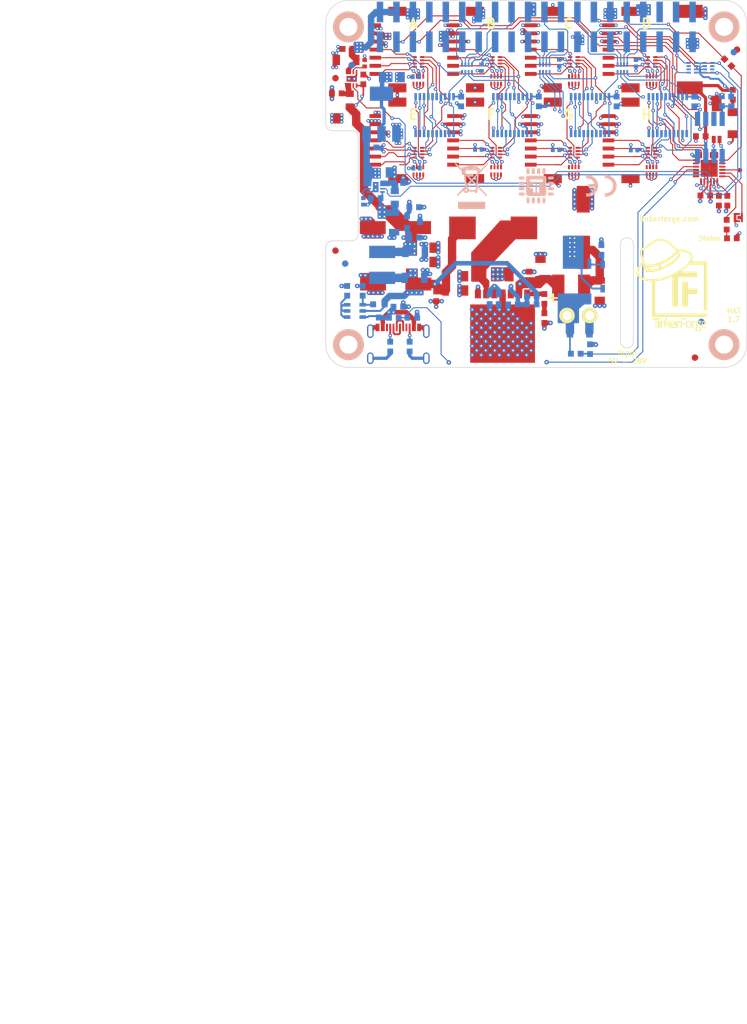
<source format=kicad_pcb>
(kicad_pcb (version 20221018) (generator pcbnew)
  (title_block (title "HAT Bricklet") (date "2021-10-04") (rev "1.7") (company "Tinkerforge GmbH") (comment 1 "Licensed under CERN OHL v.1.1") (comment 2 "Copyright (©) 2021, B.Nordmeyer <bastian@tinkerforge.com>"))
  (layers (0 "F.Cu" signal) (1 "In1.Cu" signal "GND") (2 "In2.Cu" signal "VCC") (31 "B.Cu" signal) (34 "B.Paste" user) (35 "F.Paste" user) (36 "B.SilkS" user "B.Silkscreen") (37 "F.SilkS" user "F.Silkscreen") (38 "B.Mask" user) (39 "F.Mask" user) (44 "Edge.Cuts" user))
  (net 0 "")
  (net 1 "3V3")
  (net 2 "GND")
  (net 3 "B-5V")
  (net 4 "B-3V3")
  (net 5 "Net-(CP301-Pad2)")
  (net 6 "Net-(CP301-Pad3)")
  (net 7 "Net-(CP302-Pad2)")
  (net 8 "Net-(CP302-Pad3)")
  (net 9 "Net-(CP303-Pad2)")
  (net 10 "Net-(CP303-Pad3)")
  (net 11 "Net-(CP304-Pad2)")
  (net 12 "Net-(CP304-Pad3)")
  (net 13 "Net-(CP305-Pad2)")
  (net 14 "Net-(CP305-Pad3)")
  (net 15 "Net-(CP306-Pad2)")
  (net 16 "Net-(CP306-Pad3)")
  (net 17 "Net-(CP307-Pad2)")
  (net 18 "Net-(CP307-Pad3)")
  (net 19 "Net-(CP308-Pad2)")
  (net 20 "Net-(CP308-Pad3)")
  (net 21 "RASP-SC")
  (net 22 "RASP-SD")
  (net 23 "Net-(J101-Pad29)")
  (net 24 "Net-(J101-Pad23)")
  (net 25 "Net-(J101-Pad15)")
  (net 26 "Net-(J101-Pad16)")
  (net 27 "Net-(J101-Pad19)")
  (net 28 "Net-(J101-Pad21)")
  (net 29 "Net-(J101-Pad26)")
  (net 30 "Net-(J101-Pad31)")
  (net 31 "Net-(J102-Pad2)")
  (net 32 "Net-(P301-Pad7)")
  (net 33 "Net-(P302-Pad7)")
  (net 34 "Net-(P303-Pad7)")
  (net 35 "Net-(P304-Pad7)")
  (net 36 "Net-(P305-Pad7)")
  (net 37 "Net-(P306-Pad7)")
  (net 38 "Net-(P307-Pad7)")
  (net 39 "Net-(P308-Pad7)")
  (net 40 "USB-IN-VOLTAGE")
  (net 41 "DC-IN-VOLTAGE")
  (net 42 "Net-(RP302-Pad5)")
  (net 43 "Net-(RP302-Pad6)")
  (net 44 "Net-(RP302-Pad7)")
  (net 45 "Net-(RP303-Pad5)")
  (net 46 "Net-(RP303-Pad6)")
  (net 47 "Net-(RP303-Pad7)")
  (net 48 "Net-(RP304-Pad5)")
  (net 49 "Net-(RP304-Pad6)")
  (net 50 "Net-(RP304-Pad7)")
  (net 51 "Net-(RP305-Pad5)")
  (net 52 "Net-(RP305-Pad6)")
  (net 53 "Net-(RP305-Pad7)")
  (net 54 "Net-(RP306-Pad5)")
  (net 55 "Net-(RP306-Pad6)")
  (net 56 "Net-(RP306-Pad7)")
  (net 57 "Net-(RP307-Pad5)")
  (net 58 "Net-(RP307-Pad6)")
  (net 59 "Net-(RP307-Pad7)")
  (net 60 "Net-(RP308-Pad5)")
  (net 61 "Net-(RP308-Pad6)")
  (net 62 "Net-(RP308-Pad7)")
  (net 63 "Net-(J101-Pad13)")
  (net 64 "Net-(J101-Pad18)")
  (net 65 "Net-(J101-Pad22)")
  (net 66 "Net-(J101-Pad32)")
  (net 67 "Net-(J101-Pad37)")
  (net 68 "B-CS7")
  (net 69 "B-CS6")
  (net 70 "B-CS5")
  (net 71 "B-CS4")
  (net 72 "B-CS3")
  (net 73 "B-CS1")
  (net 74 "B-CS2")
  (net 75 "B-CLK")
  (net 76 "B-MOSI")
  (net 77 "B-MISO")
  (net 78 "B-CS0")
  (net 79 "Net-(RP301-Pad5)")
  (net 80 "Net-(RP301-Pad6)")
  (net 81 "Net-(RP301-Pad7)")
  (net 82 "Net-(CP301-Pad1)")
  (net 83 "Net-(CP302-Pad1)")
  (net 84 "Net-(CP303-Pad1)")
  (net 85 "Net-(CP304-Pad1)")
  (net 86 "Net-(CP305-Pad1)")
  (net 87 "Net-(CP306-Pad1)")
  (net 88 "Net-(CP307-Pad1)")
  (net 89 "Net-(CP308-Pad1)")
  (net 90 "RASP-GP")
  (net 91 "B-CS8")
  (net 92 "Net-(P101-Pad1)")
  (net 93 "B-EN")
  (net 94 "RASP-EN")
  (net 95 "Net-(D102-Pad2)")
  (net 96 "RASP-PWR")
  (net 97 "Net-(Q201-PadG)")
  (net 98 "Net-(R207-Pad1)")
  (net 99 "Net-(C205-Pad1)")
  (net 100 "Net-(C207-Pad1)")
  (net 101 "+5V")
  (net 102 "Net-(C211-Pad2)")
  (net 103 "Net-(R206-Pad2)")
  (net 104 "Net-(D202-Pad1)")
  (net 105 "VSW")
  (net 106 "VIN")
  (net 107 "VIN2")
  (net 108 "Net-(R104-Pad2)")
  (net 109 "Net-(C116-Pad1)")
  (net 110 "Net-(C117-Pad1)")
  (net 111 "RASP-PWR-IN")
  (net 112 "B-5V-IN")
  (net 113 "USB-5V-IN")
  (net 114 "Net-(C101-Pad1)")
  (net 115 "Net-(D101-Pad2)")
  (net 116 "RTC-SDA")
  (net 117 "RTC-SCL")
  (net 118 "Net-(U105-Pad1)")
  (net 119 "Net-(U105-Pad2)")
  (net 120 "Net-(J201-Pad5)")
  (net 121 "Net-(J201-Pad4)")
  (net 122 "Net-(J201-Pad2)")
  (net 123 "Net-(J201-Pad3)")
  (net 124 "Net-(C104-Pad2)")
  (net 125 "Net-(CP301-Pad4)")
  (net 126 "Net-(CP302-Pad4)")
  (net 127 "Net-(CP303-Pad4)")
  (net 128 "Net-(CP304-Pad4)")
  (net 129 "Net-(CP305-Pad4)")
  (net 130 "Net-(CP306-Pad4)")
  (net 131 "Net-(CP307-Pad4)")
  (net 132 "Net-(CP308-Pad4)")
  (net 133 "Net-(J101-Pad24)")
  (net 134 "Net-(J101-Pad1)")
  (net 135 "Net-(J101-Pad7)")
  (net 136 "Net-(J101-Pad8)")
  (net 137 "Net-(J101-Pad10)")
  (net 138 "Net-(J101-Pad11)")
  (net 139 "Net-(J101-Pad12)")
  (net 140 "Net-(J101-Pad17)")
  (net 141 "Net-(J101-Pad33)")
  (net 142 "Net-(J101-Pad36)")
  (net 143 "Net-(J101-Pad35)")
  (net 144 "Net-(J101-Pad38)")
  (net 145 "Net-(J101-Pad40)")
  (net 146 "Net-(RP101-Pad6)")
  (net 147 "Net-(RP101-Pad7)")
  (net 148 "Net-(RP105-Pad6)")
  (net 149 "Net-(RP105-Pad7)")
  (net 150 "Net-(U101-Pad2)")
  (net 151 "Net-(U101-Pad5)")
  (net 152 "Net-(U101-Pad6)")
  (net 153 "Net-(U101-Pad16)")
  (net 154 "Net-(U101-Pad17)")
  (net 155 "Net-(U101-Pad19)")
  (net 156 "Net-(U101-Pad20)")
  (net 157 "Net-(U101-Pad21)")
  (net 158 "Net-(U105-Pad7)")
  (net 159 "Net-(U301-Pad3)")
  (net 160 "Net-(U301-Pad18)")
  (net 161 "Net-(U302-Pad3)")
  (net 162 "Net-(U302-Pad18)")
  (net 163 "Net-(U303-Pad3)")
  (net 164 "Net-(U303-Pad18)")
  (net 165 "Net-(U304-Pad3)")
  (net 166 "Net-(U304-Pad18)")
  (net 167 "VIN1")
  (net 168 "5VF")
  (footprint "kicad-libraries:C0603F" (layer "F.Cu") (at 224.1 46.35)
    (fp_text reference "C102")
    (fp_text value "100nF")
  )
  (footprint "kicad-libraries:C0603F" (layer "F.Cu") (at 224.8 55.5 180)
    (fp_text reference "C103")
    (fp_text value "100nF")
  )
  (footprint "kicad-libraries:C1206" (layer "F.Cu") (at 169.4 43.6 180)
    (fp_text reference "C107")
    (fp_text value "10uF")
  )
  (footprint "kicad-libraries:C1206" (layer "F.Cu") (at 169.4 34.6)
    (fp_text reference "C110")
    (fp_text value "10uF")
  )
  (footprint "kicad-libraries:C0603F" (layer "F.Cu") (at 169.55 32.9)
    (fp_text reference "C111")
    (fp_text value "100nF")
  )
  (footprint "kicad-libraries:ELKO_83" (layer "F.Cu") (at 176.95 60.45)
    (fp_text reference "C224")
    (fp_text value "470µF/16V")
  )
  (footprint "kicad-libraries:4X0402" (layer "F.Cu") (at 180.5 37.7 180)
    (fp_text reference "CP301")
    (fp_text value "220pF")
  )
  (footprint "kicad-libraries:4X0402" (layer "F.Cu") (at 180.5 51.7 180)
    (fp_text reference "CP302")
    (fp_text value "220pF")
  )
  (footprint "kicad-libraries:4X0402" (layer "F.Cu") (at 192.5 37.7 180)
    (fp_text reference "CP303")
    (fp_text value "220pF")
  )
  (footprint "kicad-libraries:4X0402" (layer "F.Cu") (at 192.5 51.7 180)
    (fp_text reference "CP304")
    (fp_text value "220pF")
  )
  (footprint "kicad-libraries:4X0402" (layer "F.Cu") (at 204.5 37.7 180)
    (fp_text reference "CP305")
    (fp_text value "220pF")
  )
  (footprint "kicad-libraries:4X0402" (layer "F.Cu") (at 204.5 51.7 180)
    (fp_text reference "CP306")
    (fp_text value "220pF")
  )
  (footprint "kicad-libraries:4X0402" (layer "F.Cu") (at 216.5 37.7 180)
    (fp_text reference "CP307")
    (fp_text value "220pF")
  )
  (footprint "kicad-libraries:4X0402" (layer "F.Cu") (at 216.5 51.7 180)
    (fp_text reference "CP308")
    (fp_text value "220pF")
  )
  (footprint "kicad-libraries:SolderJumper" (layer "F.Cu") (at 229.9 58.9)
    (fp_text reference "J102")
    (fp_text value "Boot")
  )
  (footprint "kicad-libraries:R0805" (layer "F.Cu") (at 169.9 40.8 -90)
    (fp_text reference "L102")
    (fp_text value "742792040")
  )
  (footprint "kicad-libraries:DEBUG_PAD" (layer "F.Cu") (at 230.15 51.6)
    (fp_text reference "P101")
    (fp_text value "Debug")
  )
  (footprint "kicad-libraries:OQ_2P" (layer "F.Cu") (at 205.2 74)
    (fp_text reference "P201")
    (fp_text value "Black")
  )
  (footprint "kicad-libraries:CON-SENSOR2_180" (layer "F.Cu") (at 178.65 33 90)
    (fp_text reference "P301")
    (fp_text value "CON-SENSOR2")
  )
  (footprint "kicad-libraries:CON-SENSOR2_180" (layer "F.Cu") (at 178.65 47 90)
    (fp_text reference "P302")
    (fp_text value "CON-SENSOR2")
  )
  (footprint "kicad-libraries:CON-SENSOR2_180" (layer "F.Cu") (at 190.65 33 90)
    (fp_text reference "P303")
    (fp_text value "CON-SENSOR2")
  )
  (footprint "kicad-libraries:CON-SENSOR2_180" (layer "F.Cu") (at 190.65 47 90)
    (fp_text reference "P304")
    (fp_text value "CON-SENSOR2")
  )
  (footprint "kicad-libraries:CON-SENSOR2_180" (layer "F.Cu") (at 202.65 33 90)
    (fp_text reference "P305")
    (fp_text value "CON-SENSOR2")
  )
  (footprint "kicad-libraries:CON-SENSOR2_180" (layer "F.Cu") (at 202.65 47 90)
    (fp_text reference "P306")
    (fp_text value "CON-SENSOR2")
  )
  (footprint "kicad-libraries:CON-SENSOR2_180" (layer "F.Cu") (at 214.65 33 90)
    (fp_text reference "P307")
    (fp_text value "CON-SENSOR2")
  )
  (footprint "kicad-libraries:CON-SENSOR2_180" (layer "F.Cu") (at 214.65 47 90)
    (fp_text reference "P308")
    (fp_text value "CON-SENSOR2")
  )
  (footprint "kicad-libraries:R0603F" (layer "F.Cu") (at 228.2 56.3 90)
    (fp_text reference "R101")
    (fp_text value "1k")
  )
  (footprint "kicad-libraries:R0603F" (layer "F.Cu") (at 226.9 56.3 90)
    (fp_text reference "R102")
    (fp_text value "1k")
  )
  (footprint "kicad-libraries:4X0402" (layer "F.Cu") (at 180.5 34.9 -90)
    (fp_text reference "RP301")
    (fp_text value "82")
  )
  (footprint "kicad-libraries:4X0402" (layer "F.Cu") (at 180.5 48.9 -90)
    (fp_text reference "RP302")
    (fp_text value "82")
  )
  (footprint "kicad-libraries:4X0402" (layer "F.Cu") (at 192.5 34.9 -90)
    (fp_text reference "RP303")
    (fp_text value "82")
  )
  (footprint "kicad-libraries:4X0402" (layer "F.Cu") (at 192.5 48.9 -90)
    (fp_text reference "RP304")
    (fp_text value "82")
  )
  (footprint "kicad-libraries:4X0402" (layer "F.Cu") (at 204.5 34.9 -90)
    (fp_text reference "RP305")
    (fp_text value "82")
  )
  (footprint "kicad-libraries:4X0402" (layer "F.Cu") (at 204.5 48.9 -90)
    (fp_text reference "RP306")
    (fp_text value "82")
  )
  (footprint "kicad-libraries:4X0402" (layer "F.Cu") (at 216.5 34.9 -90)
    (fp_text reference "RP307")
    (fp_text value "82")
  )
  (footprint "kicad-libraries:4X0402" (layer "F.Cu") (at 216.5 48.9 -90)
    (fp_text reference "RP308")
    (fp_text value "82")
  )
  (footprint "kicad-libraries:R0603F" (layer "F.Cu") (at 228.3 35 135)
    (fp_text reference "R103")
    (fp_text value "1k")
  )
  (footprint "kicad-libraries:D0603F" (layer "F.Cu") (at 228.9 62.1 180)
    (fp_text reference "D102")
    (fp_text value "blue")
  )
  (footprint "kicad-libraries:Fiducial_Mark" (layer "F.Cu") (at 223.2 80.5)
    (fp_text reference "Fiducial_Mark" hide)
    (fp_text value "VAL**" hide)
  )
  (footprint "kicad-libraries:Fiducial_Mark" (layer "F.Cu") (at 229.7 33)
    (fp_text reference "Fiducial_Mark" hide)
    (fp_text value "VAL**" hide)
  )
  (footprint "kicad-libraries:Fiducial_Mark" (layer "F.Cu") (at 167.7 64)
    (fp_text reference "Fiducial_Mark" hide)
    (fp_text value "VAL**" hide)
  )
  (footprint "kicad-libraries:AB26TRQ" (layer "F.Cu") (at 226.55 41.3)
    (fp_text reference "X101")
    (fp_text value "32.768kHz")
  )
  (footprint "R0603F" (layer "F.Cu") (at 199.95 71.45 90)
    (fp_text reference "R206")
    (fp_text value "20k")
  )
  (footprint "C1206" (layer "F.Cu") (at 199.35 66.9 90)
    (fp_text reference "C203")
    (fp_text value "10uF")
  )
  (footprint "C0603F" (layer "F.Cu") (at 199.95 74.4 -90)
    (fp_text reference "C207")
    (fp_text value "4.7nF")
  )
  (footprint "C1206" (layer "F.Cu") (at 184.2 63.55 180)
    (fp_text reference "C209")
    (fp_text value "10uF")
  )
  (footprint "SOD-128" (layer "F.Cu") (at 192.3 67.65)
    (fp_text reference "D201")
    (fp_text value "PMEG6045")
  )
  (footprint "kicad-libraries:ELKO_103" (layer "F.Cu") (at 205.95 60.43 -90)
    (fp_text reference "C202")
    (fp_text value "UWT1H221MNL1GS")
  )
  (footprint "kicad-libraries:ELKO_83" (layer "F.Cu") (at 177 69.15)
    (fp_text reference "C210")
    (fp_text value "470µF/16V")
  )
  (footprint "kicad-libraries:R0603F" (layer "F.Cu") (at 228.1 60 90)
    (fp_text reference "R104")
    (fp_text value "1k")
  )
  (footprint "kicad-libraries:C0603F" (layer "F.Cu") (at 172 37.6 90)
    (fp_text reference "C114")
    (fp_text value "1uF")
  )
  (footprint "C0603F" (layer "F.Cu") (at 197.6 68 90)
    (fp_text reference "C204")
    (fp_text value "100nF")
  )
  (footprint "C0603F" (layer "F.Cu") (at 183.25 71.05 -90)
    (fp_text reference "C208")
    (fp_text value "100nF")
  )
  (footprint "WSON8-2x2" (layer "F.Cu") (at 170.2 37.5 90)
    (fp_text reference "U103")
    (fp_text value "TPS22975")
  )
  (footprint "kicad-libraries:C0402F" (layer "F.Cu") (at 172.2 35.1 90)
    (fp_text reference "C116")
    (fp_text value "DNP")
  )
  (footprint "kicad-libraries:LOGO_TF_HAT_3B" (layer "F.Cu") (at 219.65 69.3)
    (fp_text reference "G***" hide)
    (fp_text value "LOGO" hide)
  )
  (footprint "WE-LHMI" (layer "F.Cu") (at 192.05 60.5 180)
    (fp_text reference "L201")
    (fp_text value "22uH 74437368220")
  )
  (footprint "kicad-libraries:R0603F" (layer "F.Cu") (at 229.05 39.95 -90)
    (fp_text reference "R105")
    (fp_text value "68")
  )
  (footprint "QFN24-4x4mm-0.5mm" (layer "F.Cu") (at 225.4 51.3)
    (fp_text reference "U101")
    (fp_text value "XMC1100")
  )
  (footprint "BD906XX-C-HRP7" (layer "F.Cu") (at 193.5 76.8 180)
    (fp_text reference "U201")
    (fp_text value "BD906XX-C-HRP7")
  )
  (footprint "C1206" (layer "F.Cu") (at 184.2 65.75 180)
    (fp_text reference "C206")
    (fp_text value "10uF")
  )
  (footprint "C1206" (layer "F.Cu") (at 186.2 67.95)
    (fp_text reference "C212")
    (fp_text value "10uF")
  )
  (footprint "C1206" (layer "F.Cu") (at 186.2 70.15)
    (fp_text reference "C213")
    (fp_text value "10uF")
  )
  (footprint "kicad-libraries:USB-C" (layer "F.Cu") (at 177.4 83.2)
    (fp_text reference "J201")
    (fp_text value "USB-C")
  )
  (footprint "kicad-libraries:MiniMelf" (layer "F.Cu") (at 229.05 44.35 -90)
    (fp_text reference "D101")
    (fp_text value "BAQ33-GS08")
  )
  (footprint "kicad-libraries:C0603F" (layer "F.Cu") (at 167.9 39.75)
    (fp_text reference "C105")
    (fp_text value "1uF")
  )
  (footprint "kicad-libraries:Fiducial_Mark" (layer "F.Cu") (at 167.7 37.4)
    (fp_text reference "Fiducial_Mark" hide)
    (fp_text value "VAL**" hide)
  )
  (footprint "kicad-libraries:DSK" (layer "F.Cu") (at 222.4 33 90)
    (fp_text reference "C101")
    (fp_text value "DSK-3R3H334T-HL")
  )
  (footprint "C1206" (layer "F.Cu") (at 208.5 70.1 -90)
    (fp_text reference "C214")
    (fp_text value "10uF")
  )
  (footprint "kicad-libraries:NRS5030" (layer "F.Cu") (at 204.1 69.7 180)
    (fp_text reference "L202")
    (fp_text value "2.2uH 0530CDMCCDS-2R2MC")
  )
  (footprint "kicad-libraries:C0603F" (layer "B.Cu") (at 227.35 40.95 -90)
    (fp_text reference "C104")
    (fp_text value "1uF")
  )
  (footprint "kicad-libraries:C1206" (layer "B.Cu") (at 174.45 51.95)
    (fp_text reference "C108")
    (fp_text value "10uF")
  )
  (footprint "kicad-libraries:C0603F" (layer "B.Cu") (at 173.25 48.1)
    (fp_text reference "C109")
    (fp_text value "100nF")
  )
  (footprint "kicad-libraries:C1206" (layer "B.Cu") (at 176.4 37.25)
    (fp_text reference "C112")
    (fp_text value "10uF")
  )
  (footprint "kicad-libraries:C0603F" (layer "B.Cu") (at 187.1 41 90)
    (fp_text reference "C301")
    (fp_text value "100nF")
  )
  (footprint "kicad-libraries:C0603F" (layer "B.Cu") (at 199.1 41 90)
    (fp_text reference "C302")
    (fp_text value "100nF")
  )
  (footprint "kicad-libraries:C0603F" (layer "B.Cu") (at 211.1 41 90)
    (fp_text reference "C303")
    (fp_text value "100nF")
  )
  (footprint "kicad-libraries:C0603F" (layer "B.Cu") (at 223.1 41 90)
    (fp_text reference "C304")
    (fp_text value "100nF")
  )
  (footprint "kicad-libraries:R0805" (layer "B.Cu") (at 176.85 55.8 -90)
    (fp_text reference "L101")
    (fp_text value "742792040")
  )
  (footprint "kicad-libraries:4X0402" (layer "B.Cu") (at 225.3 35.8 90)
    (fp_text reference "RP101")
    (fp_text value "3.9k")
  )
  (footprint "kicad-libraries:4X0402" (layer "B.Cu") (at 188 35.9 180)
    (fp_text reference "RP102")
    (fp_text value "82")
  )
  (footprint "kicad-libraries:4X0402" (layer "B.Cu") (at 212 35.9 180)
    (fp_text reference "RP103")
    (fp_text value "82")
  )
  (footprint "kicad-libraries:4X0402" (layer "B.Cu") (at 200 35.9 180)
    (fp_text reference "RP104")
    (fp_text value "82")
  )
  (footprint "kicad-libraries:SOT-223" (layer "B.Cu") (at 174.8 42.9 180)
    (fp_text reference "U102")
    (fp_text value "LD1117")
  )
  (footprint "kicad-libraries:TSSOP20" (layer "B.Cu") (at 183 43.1 180)
    (fp_text reference "U301")
    (fp_text value "74AHC244")
  )
  (footprint "kicad-libraries:TSSOP20" (layer "B.Cu") (at 195 43.1 180)
    (fp_text reference "U302")
    (fp_text value "74AHC244")
  )
  (footprint "kicad-libraries:TSSOP20" (layer "B.Cu") (at 207 43.1 180)
    (fp_text reference "U303")
    (fp_text value "74AHC244")
  )
  (footprint "kicad-libraries:TSSOP20" (layer "B.Cu") (at 219 43.1 180)
    (fp_text reference "U304")
    (fp_text value "74AHC244")
  )
  (footprint "kicad-libraries:WEEE_7mm" (layer "B.Cu") (at 188.7 54 180)
    (fp_text reference "VAL" hide)
    (fp_text value "WEEE_7mm" hide)
  )
  (footprint "kicad-libraries:CE_5mm" (layer "B.Cu") (at 208.7 54 180)
    (fp_text reference "VAL" hide)
    (fp_text value "CE_5mm" hide)
  )
  (footprint "kicad-libraries:Logo_CoMCU" (layer "B.Cu") (at 198.7 54 180)
    (fp_text reference "G***" hide)
    (fp_text value "LOGO" hide)
  )
  (footprint "R0603F" (layer "B.Cu") (at 198 72.3)
    (fp_text reference "R209")
    (fp_text value "47k")
  )
  (footprint "kicad-libraries:C0603F" (layer "B.Cu") (at 177.4 72.65)
    (fp_text reference "C201")
    (fp_text value "100nF/16V")
  )
  (footprint "C0603F" (layer "B.Cu") (at 191.5 71.5 -90)
    (fp_text reference "C205")
    (fp_text value "100pF")
  )
  (footprint "C0603F" (layer "B.Cu") (at 198 71.05 180)
    (fp_text reference "C211")
    (fp_text value "DNP")
  )
  (footprint "kicad-libraries:C0603F" (layer "B.Cu") (at 179.85 62)
    (fp_text reference "C225")
    (fp_text value "1µF/10V")
  )
  (footprint "kicad-libraries:C0603F" (layer "B.Cu") (at 179.85 57.3)
    (fp_text reference "C226")
    (fp_text value "1µF/10V")
  )
  (footprint "SOT23GDS" (layer "B.Cu") (at 174.4 73.3 180)
    (fp_text reference "Q201")
    (fp_text value "SSM3J355R,LF")
  )
  (footprint "R0603F" (layer "B.Cu") (at 192.9 71.5 90)
    (fp_text reference "R201")
    (fp_text value "27k")
  )
  (footprint "kicad-libraries:R0603F" (layer "B.Cu") (at 176.7 74.35)
    (fp_text reference "R202")
    (fp_text value "10k")
  )
  (footprint "kicad-libraries:R0603F" (layer "B.Cu") (at 179.55 74.35)
    (fp_text reference "R203")
    (fp_text value "10k")
  )
  (footprint "kicad-libraries:R0603F" (layer "B.Cu") (at 204.8 79.9)
    (fp_text reference "R204")
    (fp_text value "10k")
  )
  (footprint "kicad-libraries:R0603F" (layer "B.Cu") (at 207 79.2 90)
    (fp_text reference "R205")
    (fp_text value "1k")
  )
  (footprint "kicad-libraries:R0603F" (layer "B.Cu") (at 169.5 70.2 90)
    (fp_text reference "R207")
    (fp_text value "10k")
  )
  (footprint "kicad-libraries:R0603F" (layer "B.Cu") (at 171.9 70.2 90)
    (fp_text reference "R208")
    (fp_text value "47k")
  )
  (footprint "R0603F" (layer "B.Cu") (at 195.1 72.3)
    (fp_text reference "R210")
    (fp_text value "8.2k")
  )
  (footprint "R1206" (layer "B.Cu") (at 205.4 76.6)
    (fp_text reference "R218")
    (fp_text value "VC120626D580DP")
  )
  (footprint "SOT26" (layer "B.Cu") (at 170.7 73.3 90)
    (fp_text reference "U202")
    (fp_text value "DMMT5401")
  )
  (footprint "kicad-libraries:SOT23-3" (layer "B.Cu") (at 179.75 59.6 -90)
    (fp_text reference "U205")
    (fp_text value "AP7333-33SAG-7")
  )
  (footprint "kicad-libraries:C0603F" (layer "B.Cu") (at 173.9 55.9 180)
    (fp_text reference "C115")
    (fp_text value "1uF")
  )
  (footprint "WSON8-2x2" (layer "B.Cu") (at 173.9 54.2 180)
    (fp_text reference "U104")
    (fp_text value "TPS22975")
  )
  (footprint "SOD-123" (layer "B.Cu") (at 208.95 68 -90)
    (fp_text reference "D202")
    (fp_text value "Z12V")
  )
  (footprint "kicad-libraries:SOIC-8-MOSFET" (layer "B.Cu") (at 205 68.7)
    (fp_text reference "Q202")
    (fp_text value "Si4447ADY")
  )
  (footprint "kicad-libraries:R0603F" (layer "B.Cu") (at 208.75 63.9 90)
    (fp_text reference "R211")
    (fp_text value "10k")
  )
  (footprint "kicad-libraries:C0402F" (layer "B.Cu") (at 172 56.4 -90)
    (fp_text reference "C117")
    (fp_text value "DNP")
  )
  (footprint "kicad-libraries:4X0402" (layer "B.Cu") (at 222.8 35.8 -90)
    (fp_text reference "RP105")
    (fp_text value "3.9k")
  )
  (footprint "kicad-libraries:SO-8" (layer "B.Cu") (at 225.5 46.55 180)
    (fp_text reference "U105")
    (fp_text value "PCF8523T")
  )
  (footprint "kicad-libraries:R0603F" (layer "B.Cu") (at 176.15 78.8 -90)
    (fp_text reference "R212")
    (fp_text value "5k1")
  )
  (footprint "kicad-libraries:R0603F" (layer "B.Cu") (at 179.15 78.8 -90)
    (fp_text reference "R213")
    (fp_text value "5k1")
  )
  (footprint "kicad-libraries:R0603F" (layer "B.Cu") (at 228.8 41 90)
    (fp_text reference "R106")
    (fp_text value "1k")
  )
  (footprint "kicad-libraries:C0603F" (layer "B.Cu") (at 177.4 53.55 180)
    (fp_text reference "C106")
    (fp_text value "1uF")
  )
  (footprint "kicad-libraries:raspberrypi_hat2" (layer "B.Cu") (at 198.7 29.5 180)
    (fp_text reference "J101")
    (fp_text value "Raspberry_Pi_2_3")
  )
  (footprint "kicad-libraries:C1206" (layer "B.Cu") (at 176.75 59.65 -90)
    (fp_text reference "C113")
    (fp_text value "10uF")
  )
  (footprint "kicad-libraries:R0402F" (layer "B.Cu") (at 180.1 37.2)
    (fp_text reference "R301")
    (fp_text value "100k")
  )
  (footprint "kicad-libraries:R0402F" (layer "B.Cu") (at 180.2 51.3)
    (fp_text reference "R302")
    (fp_text value "100k")
  )
  (footprint "kicad-libraries:R0402F" (layer "B.Cu") (at 190.25 35.8 90)
    (fp_text reference "R303")
    (fp_text value "100k")
  )
  (footprint "kicad-libraries:R0402F" (layer "B.Cu") (at 189.75 48.4)
    (fp_text reference "R304")
    (fp_text value "100k")
  )
  (footprint "kicad-libraries:R0402F" (layer "B.Cu") (at 202.25 35.05 90)
    (fp_text reference "R305")
    (fp_text value "100k")
  )
  (footprint "kicad-libraries:R0402F" (layer "B.Cu") (at 201.75 48.45)
    (fp_text reference "R306")
    (fp_text value "100k")
  )
  (footprint "kicad-libraries:R0402F" (layer "B.Cu") (at 214.1 35.1 90)
    (fp_text reference "R307")
    (fp_text value "100k")
  )
  (footprint "kicad-libraries:R0402F" (layer "B.Cu") (at 213.8 48.5)
    (fp_text reference "R308")
    (fp_text value "100k")
  )
  (footprint "kicad-libraries:Fiducial_Mark" (layer "B.Cu") (at 224.2 75)
    (fp_text reference "Fiducial_Mark" hide)
    (fp_text value "VAL**" hide)
  )
  (footprint "kicad-libraries:Fiducial_Mark" (layer "B.Cu") (at 169.2 66)
    (fp_text reference "Fiducial_Mark" hide)
    (fp_text value "VAL**" hide)
  )
  (footprint "kicad-libraries:Fiducial_Mark" (layer "B.Cu") (at 229.2 33.4)
    (fp_text reference "Fiducial_Mark" hide)
    (fp_text value "VAL**" hide)
  )
  (footprint "kicad-libraries:Fiducial_Mark" (layer "B.Cu") (at 170.2 35.4)
    (fp_text reference "Fiducial_Mark" hide)
    (fp_text value "VAL**" hide)
  )
  (footprint "C1206" (layer "B.Cu") (at 180 64.2)
    (fp_text reference "C215")
    (fp_text value "10uF")
  )
  (footprint "C1206" (layer "B.Cu") (at 179.9 68.2)
    (fp_text reference "C216")
    (fp_text value "10uF")
  )
  (footprint "kicad-libraries:NRS5030" (layer "B.Cu") (at 174.9 66.2 -90)
    (fp_text reference "L203")
    (fp_text value "2.2uH 0530CDMCCDS-2R2MC")
  )
  (gr_circle (center 169.7 29.5) (end 171.6 29.5) (stroke (width 1)) (fill none) (layer "B.SilkS"))
  (gr_circle (center 169.7 78.5) (end 171.6 78.5) (stroke (width 1)) (fill none) (layer "B.SilkS"))
  (gr_circle (center 227.7 78.5) (end 229.6 78.5) (stroke (width 1)) (fill none) (layer "B.SilkS"))
  (gr_circle (center 227.7 29.5) (end 229.6 29.5) (stroke (width 1)) (fill none) (layer "B.SilkS"))
  (gr_circle (center 169.7 78.5) (end 171.6 78.5) (stroke (width 1)) (fill none) (layer "F.SilkS"))
  (gr_circle (center 169.7 29.5) (end 171.6 29.5) (stroke (width 1)) (fill none) (layer "F.SilkS"))
  (gr_circle (center 227.7 29.5) (end 229.6 29.5) (stroke (width 1)) (fill none) (layer "F.SilkS"))
  (gr_circle (center 227.7 78.5) (end 229.6 78.5) (stroke (width 1)) (fill none) (layer "F.SilkS"))
  (gr_arc (start 167.2 45.5) (mid 166.492893 45.207107) (end 166.2 44.5) (stroke (width 0.09906)) (layer "Edge.Cuts"))
  (gr_line (start 170.2 45.5) (end 167.2 45.5) (stroke (width 0.09906)) (layer "Edge.Cuts"))
  (gr_arc (start 212.7 79) (mid 211.992893 78.707107) (end 211.7 78) (stroke (width 0.09906)) (layer "Edge.Cuts"))
  (gr_arc (start 212.7 62) (mid 213.407107 62.292893) (end 213.7 63) (stroke (width 0.09906)) (layer "Edge.Cuts"))
  (gr_line (start 166.2 44.5) (end 166.2 28.9) (stroke (width 0.09906)) (layer "Edge.Cuts"))
  (gr_line (start 231.2 28.9) (end 231.2 78.5) (stroke (width 0.09906)) (layer "Edge.Cuts"))
  (gr_arc (start 166.2 28.9) (mid 167.225126 26.425126) (end 169.7 25.4) (stroke (width 0.09906)) (layer "Edge.Cuts"))
  (gr_line (start 169.7 25.4) (end 227.7 25.4) (stroke (width 0.09906)) (layer "Edge.Cuts"))
  (gr_line (start 166.2 78.5) (end 166.2 63.5) (stroke (width 0.09906)) (layer "Edge.Cuts"))
  (gr_arc (start 170.2 45.5) (mid 170.907107 45.792893) (end 171.2 46.5) (stroke (width 0.09906)) (layer "Edge.Cuts"))
  (gr_line (start 171.2 61.5) (end 171.2 46.5) (stroke (width 0.09906)) (layer "Edge.Cuts"))
  (gr_arc (start 227.7 25.4) (mid 230.174874 26.425126) (end 231.2 28.9) (stroke (width 0.09906)) (layer "Edge.Cuts"))
  (gr_line (start 227.7 82) (end 169.7 82) (stroke (width 0.09906)) (layer "Edge.Cuts"))
  (gr_arc (start 211.7 63) (mid 211.992893 62.292893) (end 212.7 62) (stroke (width 0.09906)) (layer "Edge.Cuts"))
  (gr_line (start 167.2 62.5) (end 170.2 62.5) (stroke (width 0.09906)) (layer "Edge.Cuts"))
  (gr_arc (start 171.2 61.5) (mid 170.907107 62.207107) (end 170.2 62.5) (stroke (width 0.09906)) (layer "Edge.Cuts"))
  (gr_arc (start 166.2 63.5) (mid 166.492893 62.792893) (end 167.2 62.5) (stroke (width 0.09906)) (layer "Edge.Cuts"))
  (gr_line (start 211.7 78) (end 211.7 63) (stroke (width 0.09906)) (layer "Edge.Cuts"))
  (gr_arc (start 169.7 82) (mid 167.225126 80.974874) (end 166.2 78.5) (stroke (width 0.09906)) (layer "Edge.Cuts"))
  (gr_arc (start 231.2 78.5) (mid 230.174874 80.974874) (end 227.7 82) (stroke (width 0.09906)) (layer "Edge.Cuts"))
  (gr_arc (start 213.7 78) (mid 213.407107 78.707107) (end 212.7 79) (stroke (width 0.09906)) (layer "Edge.Cuts"))
  (gr_line (start 213.7 63) (end 213.7 78) (stroke (width 0.09906)) (layer "Edge.Cuts"))
  (gr_text "tinkerforge.com" (at 219.2 59.1) (layer "F.SilkS") (effects (font (size 0.8 0.8))))
  (gr_text "A" (at 179.7 29) (layer "F.SilkS") (effects (font (size 1.5 1.5) (thickness 0.3))))
  (gr_text "F" (at 191.7 43) (layer "F.SilkS") (effects (font (size 1.5 1.5) (thickness 0.3))))
  (gr_text "Input\n5V - 28V" (at 212.8 80.4) (layer "F.SilkS") (effects (font (size 0.8 0.8))))
  (gr_text "D" (at 215.7 29) (layer "F.SilkS") (effects (font (size 1.5 1.5) (thickness 0.3))))
  (gr_text "Status" (at 227.2 62.1) (layer "F.SilkS") (effects (font (size 0.7 0.7)) (justify right)))
  (gr_text "+" (at 201.3 71.2) (layer "F.SilkS") (effects (font (size 1.5 1.524) (thickness 0.3))))
  (gr_text "E" (at 179.7 43) (layer "F.SilkS") (effects (font (size 1.5 1.5) (thickness 0.3))))
  (gr_text "B" (at 191.7 29) (layer "F.SilkS") (effects (font (size 1.5 1.5) (thickness 0.3))))
  (gr_text "C" (at 203.7 29) (layer "F.SilkS") (effects (font (size 1.5 1.5) (thickness 0.3))))
  (gr_text "HAT\n1.7" (at 229.2 73.95) (layer "F.SilkS") (effects (font (size 0.8 0.8))))
  (gr_text "G" (at 203.7 43) (layer "F.SilkS") (effects (font (size 1.5 1.5) (thickness 0.3))))
  (gr_text "H" (at 215.7 43) (layer "F.SilkS") (effects (font (size 1.5 1.5) (thickness 0.3))))
  (segment (start 229.65 61.75) (end 230.1 61.3) (width 0.5) (layer "F.Cu") (net 1))
  (segment (start 225.65 55.4) (end 225.55 55.5) (width 0.15) (layer "F.Cu") (net 1))
  (segment (start 225.65 53.9) (end 225.55 54) (width 0.25) (layer "F.Cu") (net 1))
  (segment (start 225.55 54) (end 225.55 55.5) (width 0.25) (layer "F.Cu") (net 1))
  (segment (start 228.2 57.7) (end 228 57.9) (width 0.25) (layer "F.Cu") (net 1))
  (segment (start 225.55 56.35) (end 225.6 56.4) (width 0.3) (layer "F.Cu") (net 1))
  (segment (start 225.55 55.5) (end 225.55 56.35) (width 0.3) (layer "F.Cu") (net 1))
  (segment (start 226.9 57.05) (end 226.9 57.9) (width 0.25) (layer "F.Cu") (net 1))
  (segment (start 229.05 47.1) (end 228.75 47.4) (width 0.3) (layer "F.Cu") (net 1))
  (segment (start 229.65 62.1) (end 229.65 61.75) (width 0.5) (layer "F.Cu") (net 1))
  (segment (start 228.75 47.4) (end 228.5 47.4) (width 0.3) (layer "F.Cu") (net 1))
  (segment (start 225.65 53.325) (end 225.65 53.9) (width 0.25) (layer "F.Cu") (net 1))
  (segment (start 228.2 57.05) (end 228.2 57.7) (width 0.25) (layer "F.Cu") (net 1))
  (segment (start 225.65 53.325) (end 225.65 55.4) (width 0.15) (layer "F.Cu") (net 1))
  (segment (start 229.05 46.04926) (end 229.05 47.1) (width 0.3) (layer "F.Cu") (net 1))
  (via (at 228.5 47.4) (size 0.55) (drill 0.25) (layers "F.Cu" "B.Cu") (net 1))
  (via (at 226.9 57.9) (size 0.7) (drill 0.25) (layers "F.Cu" "B.Cu") (net 1))
  (via (at 179.1 56.5) (size 0.7) (drill 0.25) (layers "F.Cu" "B.Cu") (net 1))
  (via (at 228 57.9) (size 0.7) (drill 0.25) (layers "F.Cu" "B.Cu") (net 1))
  (via (at 227.8 38.6) (size 0.55) (drill 0.25) (layers "F.Cu" "B.Cu") (net 1))
  (via (at 225.6 56.4) (size 0.7) (drill 0.25) (layers "F.Cu" "B.Cu") (net 1))
  (via (at 230.1 61.3) (size 0.55) (drill 0.25) (layers "F.Cu" "B.Cu") (net 1))
  (segment (start 178.734 58.366) (end 179.1 58) (width 0.7) (layer "B.Cu") (net 1))
  (segment (start 179.1 58) (end 179.1 57.3) (width 0.7) (layer "B.Cu") (net 1))
  (segment (start 223.80108 35.55108) (end 224 35.75) (width 0.15) (layer "B.Cu") (net 1))
  (segment (start 223.8507 35.0507) (end 224 35.2) (width 0.15) (layer "B.Cu") (net 1))
  (segment (start 224 35.2) (end 224 35.75) (width 0.15) (layer "B.Cu") (net 1))
  (segment (start 223.80108 36.04892) (end 224 35.85) (width 0.15) (layer "B.Cu") (net 1))
  (segment (start 224 35.85) (end 224 35.75) (width 0.15) (layer "B.Cu") (net 1))
  (segment (start 223.7007 36.5493) (end 224 36.25) (width 0.15) (layer "B.Cu") (net 1))
  (segment (start 224 36.25) (end 224 35.75) (width 0.15) (layer "B.Cu") (net 1))
  (segment (start 225.6 37.5) (end 225.35 37.25) (width 0.3) (layer "B.Cu") (net 1))
  (segment (start 225.35 37.25) (end 224.5 37.25) (width 0.3) (layer "B.Cu") (net 1))
  (segment (start 224.5 37.25) (end 224 36.75) (width 0.3) (layer "B.Cu") (net 1))
  (segment (start 224 36.75) (end 224 35.75) (width 0.3) (layer "B.Cu") (net 1))
  (segment (start 224.1493 35.0507) (end 224 35.2) (width 0.15) (layer "B.Cu") (net 1))
  (segment (start 224.29892 35.55108) (end 224 35.85) (width 0.15) (layer "B.Cu") (net 1))
  (segment (start 224.25108 36.04892) (end 224 36.3) (width 0.15) (layer "B.Cu") (net 1))
  (segment (start 224 36.3) (end 224 36.25) (width 0.15) (layer "B.Cu") (net 1))
  (segment (start 224 36.25) (end 224 36.25) (width 0.15) (layer "B.Cu") (net 1))
  (segment (start 224.2007 36.5493) (end 224 36.75) (width 0.15) (layer "B.Cu") (net 1))
  (segment (start 223.375 36.04892) (end 223.80108 36.04892) (width 0.15) (layer "B.Cu") (net 1))
  (segment (start 228.8 39.5) (end 227.85 38.55) (width 0.3) (layer "B.Cu") (net 1))
  (segment (start 226.8 37.5) (end 225.6 37.5) (width 0.3) (layer "B.Cu") (net 1))
  (segment (start 179.1 57.3) (end 179.1 56.5) (width 0.7) (layer "B.Cu") (net 1))
  (segment (start 223.375 36.5493) (end 223.7007 36.5493) (width 0.15) (layer "B.Cu") (net 1))
  (segment (start 224.725 35.55108) (end 224.29892 35.55108) (width 0.15) (layer "B.Cu") (net 1))
  (segment (start 223.375 35.55108) (end 223.80108 35.55108) (width 0.15) (layer "B.Cu") (net 1))
  (segment (start 223.375 35.0507) (end 223.8507 35.0507) (width 0.15) (layer "B.Cu") (net 1))
  (segment (start 224.725 35.0507) (end 224.1493 35.0507) (width 0.15) (layer "B.Cu") (net 1))
  (segment (start 178.734 58.711) (end 178.734 58.366) (width 0.7) (layer "B.Cu") (net 1))
  (segment (start 227.85 38.55) (end 227.8 38.6) (width 0.3) (layer "B.Cu") (net 1))
  (segment (start 228.8 40.25) (end 228.8 39.5) (width 0.3) (layer "B.Cu") (net 1))
  (segment (start 224.725 36.04892) (end 224.25108 36.04892) (width 0.15) (layer "B.Cu") (net 1))
  (segment (start 224.725 36.5493) (end 224.2007 36.5493) (width 0.15) (layer "B.Cu") (net 1))
  (segment (start 227.85 38.55) (end 226.8 37.5) (width 0.3) (layer "B.Cu") (net 1))
  (segment (start 181.2493 38.7507) (end 181 39) (width 0.15) (layer "F.Cu") (net 2))
  (segment (start 181 39) (end 180.5 39) (width 0.15) (layer "F.Cu") (net 2))
  (segment (start 179.7507 38.7507) (end 180 39) (width 0.15) (layer "F.Cu") (net 2))
  (segment (start 180 39) (end 180.5 39) (width 0.15) (layer "F.Cu") (net 2))
  (segment (start 180.25108 38.75108) (end 180.5 39) (width 0.15) (layer "F.Cu") (net 2))
  (segment (start 180.74892 38.75108) (end 180.5 39) (width 0.15) (layer "F.Cu") (net 2))
  (segment (start 191.7507 38.7507) (end 192 39) (width 0.15) (layer "F.Cu") (net 2))
  (segment (start 192 39) (end 192.5 39) (width 0.15) (layer "F.Cu") (net 2))
  (segment (start 193.2493 38.7507) (end 193 39) (width 0.15) (layer "F.Cu") (net 2))
  (segment (start 193 39) (end 192.5 39) (width 0.15) (layer "F.Cu") (net 2))
  (segment (start 192.74892 38.75108) (end 192.5 39) (width 0.15) (layer "F.Cu") (net 2))
  (segment (start 192.25108 38.75108) (end 192.5 39) (width 0.15) (layer "F.Cu") (net 2))
  (segment (start 203.7507 38.8507) (end 203.9 39) (width 0.15) (layer "F.Cu") (net 2))
  (segment (start 203.9 39) (end 204.5 39) (width 0.15) (layer "F.Cu") (net 2))
  (segment (start 205.2493 38.8507) (end 205.1 39) (width 0.15) (layer "F.Cu") (net 2))
  (segment (start 205.1 39) (end 204.5 39) (width 0.15) (layer "F.Cu") (net 2))
  (segment (start 204.74892 38.75108) (end 204.5 39) (width 0.15) (layer "F.Cu") (net 2))
  (segment (start 204.25108 38.75108) (end 204.5 39) (width 0.15) (layer "F.Cu") (net 2))
  (segment (start 215.7507 38.7507) (end 216 39) (width 0.15) (layer "F.Cu") (net 2))
  (segment (start 216 39) (end 216.5 39) (width 0.15) (layer "F.Cu") (net 2))
  (segment (start 217.2493 38.7507) (end 217 39) (width 0.15) (layer "F.Cu") (net 2))
  (segment (start 217 39) (end 216.5 39) (width 0.15) (layer "F.Cu") (net 2))
  (segment (start 216.74892 38.75108) (end 216.5 39) (width 0.15) (layer "F.Cu") (net 2))
  (segment (start 216.25108 38.75108) (end 216.5 39) (width 0.15) (layer "F.Cu") (net 2))
  (segment (start 215.7507 52.7507) (end 216 53) (width 0.15) (layer "F.Cu") (net 2))
  (segment (start 216 53) (end 216.5 53) (width 0.15) (layer "F.Cu") (net 2))
  (segment (start 217.2493 52.7507) (end 217 53) (width 0.15) (layer "F.Cu") (net 2))
  (segment (start 217 53) (end 216.5 53) (width 0.15) (layer "F.Cu") (net 2))
  (segment (start 216.25108 52.75108) (end 216.5 53) (width 0.15) (layer "F.Cu") (net 2))
  (segment (start 216.74892 52.75108) (end 216.5 53) (width 0.15) (layer "F.Cu") (net 2))
  (segment (start 203.7507 52.8507) (end 203.9 53) (width 0.15) (layer "F.Cu") (net 2))
  (segment (start 203.9 53) (end 204.5 53) (width 0.15) (layer "F.Cu") (net 2))
  (segment (start 205.2493 52.8507) (end 205.1 53) (width 0.15) (layer "F.Cu") (net 2))
  (segment (start 205.1 53) (end 204.5 53) (width 0.15) (layer "F.Cu") (net 2))
  (segment (start 204.25108 52.75108) (end 204.5 53) (width 0.15) (layer "F.Cu") (net 2))
  (segment (start 204.74892 52.75108) (end 204.5 53) (width 0.15) (layer "F.Cu") (net 2))
  (segment (start 191.7507 52.7507) (end 192 53) (width 0.15) (layer "F.Cu") (net 2))
  (segment (start 192 53) (end 192.5 53) (width 0.15) (layer "F.Cu") (net 2))
  (segment (start 193.2493 52.7507) (end 193 53) (width 0.15) (layer "F.Cu") (net 2))
  (segment (start 193 53) (end 192.5 53) (width 0.15) (layer "F.Cu") (net 2))
  (segment (start 192.74892 52.75108) (end 192.5 53) (width 0.15) (layer "F.Cu") (net 2))
  (segment (start 192.25108 52.75108) (end 192.5 53) (width 0.15) (layer "F.Cu") (net 2))
  (segment (start 179.7507 52.7507) (end 180 53) (width 0.15) (layer "F.Cu") (net 2))
  (segment (start 180 53) (end 180.5 53) (width 0.15) (layer "F.Cu") (net 2))
  (segment (start 181.2493 52.7507) (end 181 53) (width 0.15) (layer "F.Cu") (net 2))
  (segment (start 181 53) (end 180.5 53) (width 0.15) (layer "F.Cu") (net 2))
  (segment (start 180.74892 52.75108) (end 180.5 53) (width 0.15) (layer "F.Cu") (net 2))
  (segment (start 180.25108 52.75108) (end 180.5 53) (width 0.15) (layer "F.Cu") (net 2))
  (segment (start 177.8 27.5) (end 177.4 27.1) (width 0.5) (layer "F.Cu") (net 2))
  (segment (start 190.55 27.5) (end 190.5 27.5) (width 0.5) (layer "F.Cu") (net 2))
  (segment (start 208.8 30.5) (end 208.7 30.4) (width 0.5) (layer "F.Cu") (net 2))
  (segment (start 210.75 44.5) (end 211.1 44.85) (width 0.5) (layer "F.Cu") (net 2))
  (segment (start 209 44.5) (end 208.65 44.85) (width 0.5) (layer "F.Cu") (net 2))
  (segment (start 213 41.35) (end 213.25 41.1) (width 0.3) (layer "F.Cu") (net 2))
  (segment (start 211.7 38.9) (end 211.55 38.75) (width 0.3) (layer "F.Cu") (net 2))
  (segment (start 197.3 30.5) (end 196.75 29.95) (width 0.5) (layer "F.Cu") (net 2))
  (segment (start 196.75 29.95) (end 196.5 29.95) (width 0.5) (layer "F.Cu") (net 2))
  (segment (start 196.9 44.5) (end 196.65 44.75) (width 0.5) (layer "F.Cu") (net 2))
  (segment (start 198.75 44.5) (end 199.05 44.8) (width 0.5) (layer "F.Cu") (net 2))
  (segment (start 186.75 44.5) (end 187.05 44.8) (width 0.5) (layer "F.Cu") (net 2))
  (segment (start 184.95 44.5) (end 184.65 44.8) (width 0.5) (layer "F.Cu") (net 2))
  (segment (start 185.85 30.3) (end 185.55 30) (width 0.5) (layer "F.Cu") (net 2))
  (segment (start 185.8 30.5) (end 185.3 31) (width 0.5) (layer "F.Cu") (net 2))
  (segment (start 167.49886 33.90114) (end 167.85 33.55) (width 0.5) (layer "F.Cu") (net 2))
  (segment (start 167.49886 33.74886) (end 167.3 33.55) (width 0.5) (layer "F.Cu") (net 2))
  (segment (start 167.49886 35.39886) (end 167.85 35.75) (width 0.5) (layer "F.Cu") (net 2))
  (segment (start 167.49886 35.55114) (end 167.3 35.75) (width 0.5) (layer "F.Cu") (net 2))
  (segment (start 168.3 32.9) (end 168.1 33.1) (width 0.5) (layer "F.Cu") (net 2))
  (segment (start 168.45 32.9) (end 168.1 32.55) (width 0.5) (layer "F.Cu") (net 2))
  (segment (start 175 30.5) (end 175.2 30.7) (width 0.5) (layer "F.Cu") (net 2))
  (segment (start 175.2 30.7) (end 175.5 30.7) (width 0.5) (layer "F.Cu") (net 2))
  (segment (start 174 30.5) (end 174.35 30.85) (width 0.5) (layer "F.Cu") (net 2))
  (segment (start 174.35 30.85) (end 174.9 30.85) (width 0.5) (layer "F.Cu") (net 2))
  (segment (start 174.9 30.85) (end 175.3 31.25) (width 0.5) (layer "F.Cu") (net 2))
  (segment (start 175.3 31.25) (end 175.5 31.25) (width 0.5) (layer "F.Cu") (net 2))
  (segment (start 200.65 41.3) (end 200.85 41.1) (width 0.5) (layer "F.Cu") (net 2))
  (segment (start 200.85 41.1) (end 201.25 41.1) (width 0.5) (layer "F.Cu") (net 2))
  (segment (start 199.8 38.9) (end 199.5 38.6) (width 0.5) (layer "F.Cu") (net 2))
  (segment (start 201.25 53.05) (end 202.2 54) (width 0.5) (layer "F.Cu") (net 2))
  (segment (start 208.3 44.5) (end 208.25 44.45) (width 0.5) (layer "F.Cu") (net 2))
  (segment (start 211.45 44.5) (end 211.5 44.45) (width 0.5) (layer "F.Cu") (net 2))
  (segment (start 229.4 59.9) (end 229.6 60.1) (width 0.15) (layer "F.Cu") (net 2))
  (segment (start 229.45 58.35) (end 229.4 58.4) (width 0.15) (layer "F.Cu") (net 2))
  (segment (start 229.4 58.4) (end 229.4 58.9) (width 0.15) (layer "F.Cu") (net 2))
  (segment (start 229.45 59.45) (end 229.4 59.4) (width 0.15) (layer "F.Cu") (net 2))
  (segment (start 229.4 59.4) (end 229.4 58.9) (width 0.15) (layer "F.Cu") (net 2))
  (segment (start 194.4 73.1) (end 193.5 74) (width 0.7) (layer "F.Cu") (net 2))
  (segment (start 193.5 74) (end 193.5 76.8) (width 0.7) (layer "F.Cu") (net 2))
  (segment (start 193.7 73.1) (end 193.5 76.8) (width 0.7) (layer "F.Cu") (net 2))
  (segment (start 193.5 73.6) (end 193 73.1) (width 0.7) (layer "F.Cu") (net 2))
  (segment (start 193.5 74.3) (end 192.3 73.1) (width 0.7) (layer "F.Cu") (net 2))
  (segment (start 191.6 73.1) (end 193.5 75) (width 0.7) (layer "F.Cu") (net 2))
  (segment (start 193.5 75.7) (end 190.9 73.1) (width 0.7) (layer "F.Cu") (net 2))
  (segment (start 193.5 76.4) (end 190.2 73.1) (width 0.7) (layer "F.Cu") (net 2))
  (segment (start 193.2 76.8) (end 189.5 73.1) (width 0.7) (layer "F.Cu") (net 2))
  (segment (start 192.5 76.8) (end 188.8 73.1) (width 0.7) (layer "F.Cu") (net 2))
  (segment (start 192.5 76.8) (end 189.5 73.8) (width 0.7) (layer "F.Cu") (net 2))
  (segment (start 193.2 76.8) (end 190.2 73.8) (width 0.7) (layer "F.Cu") (net 2))
  (segment (start 193.5 76.4) (end 190.9 73.8) (width 0.7) (layer "F.Cu") (net 2))
  (segment (start 193.5 75.7) (end 191.6 73.8) (width 0.7) (layer "F.Cu") (net 2))
  (segment (start 193.5 75) (end 192.3 73.8) (width 0.7) (layer "F.Cu") (net 2))
  (segment (start 193.5 74.3) (end 193 73.8) (width 0.7) (layer "F.Cu") (net 2))
  (segment (start 193.5 74) (end 193.7 73.8) (width 0.7) (layer "F.Cu") (net 2))
  (segment (start 193.5 74.7) (end 194.4 73.8) (width 0.7) (layer "F.Cu") (net 2))
  (segment (start 193.5 75.4) (end 195.1 73.8) (width 0.7) (layer "F.Cu") (net 2))
  (segment (start 193.5 76.1) (end 195.8 73.8) (width 0.7) (layer "F.Cu") (net 2))
  (segment (start 194.2 76.8) (end 196.5 74.5) (width 0.7) (layer "F.Cu") (net 2))
  (segment (start 193.5 76.1) (end 195.1 74.5) (width 0.7) (layer "F.Cu") (net 2))
  (segment (start 193.5 75.4) (end 194.4 74.5) (width 0.7) (layer "F.Cu") (net 2))
  (segment (start 193.5 74.7) (end 193.7 74.5) (width 0.7) (layer "F.Cu") (net 2))
  (segment (start 193.5 75) (end 193 74.5) (width 0.7) (layer "F.Cu") (net 2))
  (segment (start 193.5 75.7) (end 192.3 74.5) (width 0.7) (layer "F.Cu") (net 2))
  (segment (start 193.5 76.4) (end 191.6 74.5) (width 0.7) (layer "F.Cu") (net 2))
  (segment (start 193.2 76.8) (end 190.9 74.5) (width 0.7) (layer "F.Cu") (net 2))
  (segment (start 192.5 76.8) (end 190.2 74.5) (width 0.7) (layer "F.Cu") (net 2))
  (segment (start 191.8 76.8) (end 189.5 74.5) (width 0.7) (layer "F.Cu") (net 2))
  (segment (start 191.1 76.8) (end 188.8 74.5) (width 0.7) (layer "F.Cu") (net 2))
  (segment (start 191.1 76.8) (end 189.5 75.2) (width 0.7) (layer "F.Cu") (net 2))
  (segment (start 191.8 76.8) (end 190.2 75.2) (width 0.7) (layer "F.Cu") (net 2))
  (segment (start 192.5 76.8) (end 190.9 75.2) (width 0.7) (layer "F.Cu") (net 2))
  (segment (start 193.2 76.8) (end 191.6 75.2) (width 0.7) (layer "F.Cu") (net 2))
  (segment (start 193.5 76.4) (end 192.3 75.2) (width 0.7) (layer "F.Cu") (net 2))
  (segment (start 193.5 75.7) (end 193 75.2) (width 0.7) (layer "F.Cu") (net 2))
  (segment (start 193.5 75.4) (end 193.7 75.2) (width 0.7) (layer "F.Cu") (net 2))
  (segment (start 194.9 76.8) (end 196.5 75.2) (width 0.7) (layer "F.Cu") (net 2))
  (segment (start 196.3 76.8) (end 197.9 75.2) (width 0.7) (layer "F.Cu") (net 2))
  (segment (start 191.1 76.8) (end 189.5 75.2) (width 0.7) (layer "F.Cu") (net 2))
  (segment (start 192.5 76.8) (end 190.9 75.2) (width 0.7) (layer "F.Cu") (net 2))
  (segment (start 189.7 76.8) (end 188.8 75.9) (width 0.7) (layer "F.Cu") (net 2))
  (segment (start 191.1 76.8) (end 190.2 75.9) (width 0.7) (layer "F.Cu") (net 2))
  (segment (start 192.5 76.8) (end 191.6 75.9) (width 0.7) (layer "F.Cu") (net 2))
  (segment (start 193.5 76.4) (end 193 75.9) (width 0.7) (layer "F.Cu") (net 2))
  (segment (start 194.9 76.8) (end 195.8 75.9) (width 0.7) (layer "F.Cu") (net 2))
  (segment (start 196.3 76.8) (end 197.2 75.9) (width 0.7) (layer "F.Cu") (net 2))
  (segment (start 189.7 76.8) (end 189.5 76.6) (width 0.7) (layer "F.Cu") (net 2))
  (segment (start 191.1 76.8) (end 190.9 76.6) (width 0.7) (layer "F.Cu") (net 2))
  (segment (start 192.5 76.8) (end 192.3 76.6) (width 0.7) (layer "F.Cu") (net 2))
  (segment (start 194.9 76.8) (end 195.1 76.6) (width 0.7) (layer "F.Cu") (net 2))
  (segment (start 196.3 76.8) (end 196.5 76.6) (width 0.7) (layer "F.Cu") (net 2))
  (segment (start 197.9 76.6) (end 197.7 76.8) (width 0.7) (layer "F.Cu") (net 2))
  (segment (start 188.8 77.3) (end 189.3 76.8) (width 0.7) (layer "F.Cu") (net 2))
  (segment (start 190.2 77.3) (end 190.7 76.8) (width 0.7) (layer "F.Cu") (net 2))
  (segment (start 191.6 77.3) (end 192.1 76.8) (width 0.7) (layer "F.Cu") (net 2))
  (segment (start 194.4 77.3) (end 193.9 76.8) (width 0.7) (layer "F.Cu") (net 2))
  (segment (start 195.8 77.3) (end 195.3 76.8) (width 0.7) (layer "F.Cu") (net 2))
  (segment (start 197.2 77.3) (end 196.7 76.8) (width 0.7) (layer "F.Cu") (net 2))
  (segment (start 190.7 76.8) (end 189.5 78) (width 0.7) (layer "F.Cu") (net 2))
  (segment (start 192.1 76.8) (end 190.9 78) (width 0.7) (layer "F.Cu") (net 2))
  (segment (start 193.7 78) (end 193.5 77.8) (width 0.7) (layer "F.Cu") (net 2))
  (segment (start 193.9 76.8) (end 195.1 78) (width 0.7) (layer "F.Cu") (net 2))
  (segment (start 195.3 76.8) (end 196.5 78) (width 0.7) (layer "F.Cu") (net 2))
  (segment (start 196.7 76.8) (end 197.9 78) (width 0.7) (layer "F.Cu") (net 2))
  (segment (start 190.7 76.8) (end 188.8 78.7) (width 0.7) (layer "F.Cu") (net 2))
  (segment (start 192.1 76.8) (end 190.2 78.7) (width 0.7) (layer "F.Cu") (net 2))
  (segment (start 193 78.7) (end 193.5 78.2) (width 0.7) (layer "F.Cu") (net 2))
  (segment (start 193.5 77.8) (end 194.4 78.7) (width 0.7) (layer "F.Cu") (net 2))
  (segment (start 193.9 76.8) (end 195.8 78.7) (width 0.7) (layer "F.Cu") (net 2))
  (segment (start 195.3 76.8) (end 197.2 78.7) (width 0.7) (layer "F.Cu") (net 2))
  (segment (start 192.1 76.8) (end 189.5 79.4) (width 0.7) (layer "F.Cu") (net 2))
  (segment (start 193.5 78.2) (end 192.3 79.4) (width 0.7) (layer "F.Cu") (net 2))
  (segment (start 193.7 79.4) (end 193.5 79.2) (width 0.7) (layer "F.Cu") (net 2))
  (segment (start 193.5 77.8) (end 195.1 79.4) (width 0.7) (layer "F.Cu") (net 2))
  (segment (start 193.9 76.8) (end 196.5 79.4) (width 0.7) (layer "F.Cu") (net 2))
  (segment (start 195.3 76.8) (end 197.9 79.4) (width 0.7) (layer "F.Cu") (net 2))
  (segment (start 192.1 76.8) (end 188.8 80.1) (width 0.7) (layer "F.Cu") (net 2))
  (segment (start 193.5 78.2) (end 191.6 80.1) (width 0.7) (layer "F.Cu") (net 2))
  (segment (start 193 80.1) (end 193.5 79.6) (width 0.7) (layer "F.Cu") (net 2))
  (segment (start 193.5 79.2) (end 194.4 80.1) (width 0.7) (layer "F.Cu") (net 2))
  (segment (start 193.5 77.8) (end 195.8 80.1) (width 0.7) (layer "F.Cu") (net 2))
  (segment (start 193.9 76.8) (end 197.2 80.1) (width 0.7) (layer "F.Cu") (net 2))
  (segment (start 198.35 67.25) (end 198.4 67.3) (width 0.7) (layer "F.Cu") (net 2))
  (segment (start 196.85 67.25) (end 196.8 67.3) (width 0.7) (layer "F.Cu") (net 2))
  (segment (start 207.29898 56.07898) (end 207.3 56.08) (width 0.7) (layer "F.Cu") (net 2))
  (segment (start 204.60102 56.07898) (end 204.6 56.08) (width 0.7) (layer "F.Cu") (net 2))
  (segment (start 170.95 36.95) (end 170.4 37.5) (width 0.25) (layer "F.Cu") (net 2))
  (segment (start 170.4 37.5) (end 170.2 37.5) (width 0.25) (layer "F.Cu") (net 2))
  (segment (start 172.25 36.85) (end 172.9 37.5) (width 0.3) (layer "F.Cu") (net 2))
  (segment (start 225.15 54.15) (end 224.05 55.25) (width 0.15) (layer "F.Cu") (net 2))
  (segment (start 224.05 55.25) (end 224.05 55.5) (width 0.15) (layer "F.Cu") (net 2))
  (segment (start 224.05 56.3) (end 224 56.35) (width 0.15) (layer "F.Cu") (net 2))
  (segment (start 224.05 55.3) (end 225.1 54.25) (width 0.25) (layer "F.Cu") (net 2))
  (segment (start 225.1 54.25) (end 225.1 54.049998) (width 0.25) (layer "F.Cu") (net 2))
  (segment (start 225.1 54.049998) (end 225.15 53.999998) (width 0.25) (layer "F.Cu") (net 2))
  (segment (start 225.15 53.999998) (end 225.15 53.325) (width 0.25) (layer "F.Cu") (net 2))
  (segment (start 225.15 52.35) (end 224.75 51.95) (width 0.25) (layer "F.Cu") (net 2))
  (segment (start 211 30.5) (end 211.1 30.4) (width 0.5) (layer "F.Cu") (net 2))
  (segment (start 198.9 30.5) (end 199 30.4) (width 0.5) (layer "F.Cu") (net 2))
  (segment (start 173.85 30.5) (end 175 30.5) (width 0.5) (layer "F.Cu") (net 2))
  (segment (start 193.5 76.8) (end 193.5 76.4) (width 0.7) (layer "F.Cu") (net 2))
  (segment (start 167.49886 34.65) (end 167.49886 33.74886) (width 0.5) (layer "F.Cu") (net 2))
  (segment (start 193.5 76.8) (end 193.5 73.6) (width 0.7) (layer "F.Cu") (net 2))
  (segment (start 225.15 53.325) (end 225.15 54.15) (width 0.15) (layer "F.Cu") (net 2))
  (segment (start 193.5 76.8) (end 192.5 76.8) (width 0.7) (layer "F.Cu") (net 2))
  (segment (start 172.8 67.8) (end 172.3 67.8) (width 0.7) (layer "F.Cu") (net 2))
  (segment (start 193.5 76.8) (end 191.1 76.8) (width 0.7) (layer "F.Cu") (net 2))
  (segment (start 168.65 43.6) (end 167.89886 43.6) (width 0.5) (layer "F.Cu") (net 2))
  (segment (start 197.85 44.5) (end 198.75 44.5) (width 0.5) (layer "F.Cu") (net 2))
  (segment (start 215.7507 52.7507) (end 215.7507 52.275) (width 0.15) (layer "F.Cu") (net 2))
  (segment (start 173.08 76.42) (end 173.08 76.37) (width 0.7) (layer "F.Cu") (net 2))
  (segment (start 193.5 76.8) (end 193.5 78.2) (width 0.7) (layer "F.Cu") (net 2))
  (segment (start 173.85 44.5) (end 173.85 44) (width 0.5) (layer "F.Cu") (net 2))
  (segment (start 224.8 27.40001) (end 224.8 26.7) (width 0.7) (layer "F.Cu") (net 2))
  (segment (start 173.85 30.5) (end 174 30.5) (width 0.5) (layer "F.Cu") (net 2))
  (segment (start 193.5 76.8) (end 191.6 78.7) (width 0.7) (layer "F.Cu") (net 2))
  (segment (start 216.74892 38.275) (end 216.74892 38.75108) (width 0.15) (layer "F.Cu") (net 2))
  (segment (start 208.5 71.60114) (end 208.5 71.8) (width 0.7) (layer "F.Cu") (net 2))
  (segment (start 204.25108 52.275) (end 204.25108 52.75108) (width 0.15) (layer "F.Cu") (net 2))
  (segment (start 193.5 76.8) (end 194.9 76.8) (width 0.7) (layer "F.Cu") (net 2))
  (segment (start 179.7507 38.275) (end 179.7507 38.7507) (width 0.15) (layer "F.Cu") (net 2))
  (segment (start 193.5 76.8) (end 193.5 75.7) (width 0.7) (layer "F.Cu") (net 2))
  (segment (start 176.8 52.599998) (end 176.8 52.65) (width 0.7) (layer "F.Cu") (net 2))
  (segment (start 224.05 55.5) (end 224.05 55.3) (width 0.25) (layer "F.Cu") (net 2))
  (segment (start 181.2493 38.7507) (end 181.2493 38.275) (width 0.15) (layer "F.Cu") (net 2))
  (segment (start 207.3 56.78) (end 207.3 56.08) (width 0.7) (layer "F.Cu") (net 2))
  (segment (start 193.5 76.8) (end 193.9 76.8) (width 0.7) (layer "F.Cu") (net 2))
  (segment (start 167.15 43.6) (end 167.15 44.15) (width 0.5) (layer "F.Cu") (net 2))
  (segment (start 211.1 30.4) (end 211.7 30.4) (width 0.5) (layer "F.Cu") (net 2))
  (segment (start 189.3 76.8) (end 193.5 76.8) (width 0.7) (layer "F.Cu") (net 2))
  (segment (start 177.25 41.1) (end 177.25 40) (width 0.5) (layer "F.Cu") (net 2))
  (segment (start 193.5 76.8) (end 193.7 76.6) (width 0.7) (layer "F.Cu") (net 2))
  (segment (start 193.5 76.8) (end 194.4 75.9) (width 0.7) (layer "F.Cu") (net 2))
  (segment (start 197.85 44.5) (end 199.5 44.5) (width 0.5) (layer "F.Cu") (net 2))
  (segment (start 197.85 30.5) (end 197.3 30.5) (width 0.5) (layer "F.Cu") (net 2))
  (segment (start 193.45 67.65) (end 193.45 66.95) (width 0.7) (layer "F.Cu") (net 2))
  (segment (start 213.25 38.9) (end 211.7 38.9) (width 0.3) (layer "F.Cu") (net 2))
  (segment (start 217.2493 52.275) (end 217.2493 52.7507) (width 0.15) (layer "F.Cu") (net 2))
  (segment (start 222.70001 27.40001) (end 222.4 27.1) (width 0.7) (layer "F.Cu") (net 2))
  (segment (start 193.5 76.8) (end 190.7 76.8) (width 0.7) (layer "F.Cu") (net 2))
  (segment (start 193.5 76.8) (end 190.7 76.8) (width 0.7) (layer "F.Cu") (net 2))
  (segment (start 167.49886 34.65) (end 167.49886 35.55114) (width 0.5) (layer "F.Cu") (net 2))
  (segment (start 187.70114 67.95) (end 186.85 67.95) (width 0.7) (layer "F.Cu") (net 2))
  (segment (start 185.85 30.5) (end 185.8 30.5) (width 0.5) (layer "F.Cu") (net 2))
  (segment (start 193.2493 38.275) (end 193.2493 38.7507) (width 0.15) (layer "F.Cu") (net 2))
  (segment (start 204.25108 38.275) (end 204.25108 38.75108) (width 0.15) (layer "F.Cu") (net 2))
  (segment (start 193.45 67.65) (end 193.45 68.350004) (width 0.7) (layer "F.Cu") (net 2))
  (segment (start 193.5 76.8) (end 193.9 76.8) (width 0.7) (layer "F.Cu") (net 2))
  (segment (start 192.750008 68.35) (end 193.449996 68.35) (width 0.7) (layer "F.Cu") (net 2))
  (segment (start 193.2493 52.275) (end 193.2493 52.7507) (width 0.15) (layer "F.Cu") (net 2))
  (segment (start 179.7507 52.7507) (end 179.7507 52.275) (width 0.15) (layer "F.Cu") (net 2))
  (segment (start 226.55 41.3) (end 225.55 41.3) (width 0.5) (layer "F.Cu") (net 2))
  (segment (start 204.6 55.38) (end 204.6 54.68) (width 0.7) (layer "F.Cu") (net 2))
  (segment (start 167.15 43.6) (end 167.89886 43.6) (width 0.5) (layer "F.Cu") (net 2))
  (segment (start 193.5 76.8) (end 193.5 75.4) (width 0.7) (layer "F.Cu") (net 2))
  (segment (start 173.6 75.85) (end 174.05 75.85) (width 0.7) (layer "F.Cu") (net 2))
  (segment (start 193.5 76.8) (end 193.5 75) (width 0.7) (layer "F.Cu") (net 2))
  (segment (start 193.449996 68.35) (end 193.45 68.350004) (width 0.7) (layer "F.Cu") (net 2))
  (segment (start 185.85 44.5) (end 187.5 44.5) (width 0.5) (layer "F.Cu") (net 2))
  (segment (start 173.45 61.8) (end 172.75 61.8) (width 0.7) (layer "F.Cu") (net 2))
  (segment (start 193.5 77.8) (end 193.5 76.8) (width 0.7) (layer "F.Cu") (net 2))
  (segment (start 193.5 76.8) (end 195.8 74.5) (width 0.7) (layer "F.Cu") (net 2))
  (segment (start 181.2493 52.275) (end 181.2493 52.7507) (width 0.15) (layer "F.Cu") (net 2))
  (segment (start 203.7507 52.8507) (end 203.7507 52.275) (width 0.15) (layer "F.Cu") (net 2))
  (segment (start 193.5 78.2) (end 193.5 76.8) (width 0.7) (layer "F.Cu") (net 2))
  (segment (start 173.44988 61.79988) (end 173.45 61.8) (width 0.7) (layer "F.Cu") (net 2))
  (segment (start 208.50114 71.80114) (end 209.2 72.5) (width 0.7) (layer "F.Cu") (net 2))
  (segment (start 193.5 76.8) (end 191.1 76.8) (width 0.7) (layer "F.Cu") (net 2))
  (segment (start 197.6 67.25) (end 198.35 67.25) (width 0.7) (layer "F.Cu") (net 2))
  (segment (start 173.44988 59.44988) (end 173.1 59.1) (width 0.7) (layer "F.Cu") (net 2))
  (segment (start 193.5 76.8) (end 193.2 76.8) (width 0.7) (layer "F.Cu") (net 2))
  (segment (start 224.75 51.95) (end 224.75 50.65) (width 0.25) (layer "F.Cu") (net 2))
  (segment (start 180.74892 52.275) (end 180.74892 52.75108) (width 0.15) (layer "F.Cu") (net 2))
  (segment (start 204.6 56.08) (end 204.6 55.38) (width 0.7) (layer "F.Cu") (net 2))
  (segment (start 170.95 36.45) (end 170.95 36.95) (width 0.25) (layer "F.Cu") (net 2))
  (segment (start 205.2493 38.275) (end 205.2493 38.8507) (width 0.15) (layer "F.Cu") (net 2))
  (segment (start 208.5 71.60114) (end 208.50114 71.60114) (width 0.7) (layer "F.Cu") (net 2))
  (segment (start 197.85 30.5) (end 198.9 30.5) (width 0.5) (layer "F.Cu") (net 2))
  (segment (start 193.5 76.8) (end 193.2 76.8) (width 0.7) (layer "F.Cu") (net 2))
  (segment (start 205.2493 52.275) (end 205.2493 52.8507) (width 0.15) (layer "F.Cu") (net 2))
  (segment (start 185.85 30.5) (end 185.85 30.3) (width 0.5) (layer "F.Cu") (net 2))
  (segment (start 193.5 76.8) (end 193.2 76.8) (width 0.7) (layer "F.Cu") (net 2))
  (segment (start 185.85 44.5) (end 184.95 44.5) (width 0.5) (layer "F.Cu") (net 2))
  (segment (start 182.69886 65.75) (end 183.55 65.75) (width 0.7) (layer "F.Cu") (net 2))
  (segment (start 173.45 61.8) (end 174.15 61.8) (width 0.7) (layer "F.Cu") (net 2))
  (segment (start 175.5 31.25) (end 176.05 31.25) (width 0.5) (layer "F.Cu") (net 2))
  (segment (start 193.5 76.8) (end 192.5 76.8) (width 0.7) (layer "F.Cu") (net 2))
  (segment (start 224.75 50.65) (end 226.05 50.65) (width 0.25) (layer "F.Cu") (net 2))
  (segment (start 196.7 76.8) (end 193.5 76.8) (width 0.7) (layer "F.Cu") (net 2))
  (segment (start 192.05 68.35) (end 192.05 67.65) (width 0.7) (layer "F.Cu") (net 2))
  (segment (start 204.6 56.78) (end 204.6 56.08) (width 0.7) (layer "F.Cu") (net 2))
  (segment (start 209.85 44.5) (end 209 44.5) (width 0.5) (layer "F.Cu") (net 2))
  (segment (start 167.49886 34.65) (end 167.49886 33.90114) (width 0.5) (layer "F.Cu") (net 2))
  (segment (start 186.85 70.15) (end 186.85 70.85) (width 0.7) (layer "F.Cu") (net 2))
  (segment (start 185.85 30.5) (end 185.85 31) (width 0.5) (layer "F.Cu") (net 2))
  (segment (start 193.5 76.8) (end 193.5 76.4) (width 0.7) (layer "F.Cu") (net 2))
  (segment (start 193.5 76.8) (end 195.3 76.8) (width 0.7) (layer "F.Cu") (net 2))
  (segment (start 168.8 32.9) (end 168.3 32.9) (width 0.5) (layer "F.Cu") (net 2))
  (segment (start 173.55 70.5) (end 174.25 70.5) (width 0.7) (layer "F.Cu") (net 2))
  (segment (start 193.5 76.8) (end 195.3 76.8) (width 0.7) (layer "F.Cu") (net 2))
  (segment (start 191.7507 52.7507) (end 191.7507 52.275) (width 0.15) (layer "F.Cu") (net 2))
  (segment (start 185.85 44.5) (end 184.2 44.5) (width 0.5) (layer "F.Cu") (net 2))
  (segment (start 193.5 76.8) (end 192.5 76.8) (width 0.7) (layer "F.Cu") (net 2))
  (segment (start 193.5 76.8) (end 193.5 74.3) (width 0.7) (layer "F.Cu") (net 2))
  (segment (start 193.5 76.8) (end 193.5 77.8) (width 0.7) (layer "F.Cu") (net 2))
  (segment (start 193.5 76.8) (end 194.2 76.8) (width 0.7) (layer "F.Cu") (net 2))
  (segment (start 192.05 66.95) (end 193.75 66.95) (width 0.7) (layer "F.Cu") (net 2))
  (segment (start 183.25 71.8) (end 184.1 71.8) (width 0.5) (layer "F.Cu") (net 2))
  (segment (start 193.5 76.8) (end 193.5 74.7) (width 0.7) (layer "F.Cu") (net 2))
  (segment (start 193.5 79.2) (end 193.5 76.8) (width 0.7) (layer "F.Cu") (net 2))
  (segment (start 192.75 68.349992) (end 192.750008 68.35) (width 0.7) (layer "F.Cu") (net 2))
  (segment (start 226.55 41.3) (end 226.509506 41.3) (width 0.5) (layer "F.Cu") (net 2))
  (segment (start 205.95 56.07898) (end 204.60102 56.07898) (width 0.7) (layer "F.Cu") (net 2))
  (segment (start 175.5 30.7) (end 176.05 30.7) (width 0.5) (layer "F.Cu") (net 2))
  (segment (start 193.5 76.8) (end 196.3 76.8) (width 0.7) (layer "F.Cu") (net 2))
  (segment (start 173.3 44) (end 173.85 44) (width 0.5) (layer "F.Cu") (net 2))
  (segment (start 186.85 67.95) (end 186.85 67.25) (width 0.7) (layer "F.Cu") (net 2))
  (segment (start 193.5 76.8) (end 194.9 76.8) (width 0.7) (layer "F.Cu") (net 2))
  (segment (start 216.25108 38.275) (end 216.25108 38.75108) (width 0.15) (layer "F.Cu") (net 2))
  (segment (start 193.5 76.8) (end 190.2 80.1) (width 0.7) (layer "F.Cu") (net 2))
  (segment (start 199.35 64.55) (end 200.05 64.55) (width 0.7) (layer "F.Cu") (net 2))
  (segment (start 173.55 70.005026) (end 173.55 70.5) (width 0.7) (layer "F.Cu") (net 2))
  (segment (start 193.5 76.8) (end 193.5 75) (width 0.7) (layer "F.Cu") (net 2))
  (segment (start 185.85 44.5) (end 186.75 44.5) (width 0.5) (layer "F.Cu") (net 2))
  (segment (start 193.5 76.8) (end 189.7 76.8) (width 0.7) (layer "F.Cu") (net 2))
  (segment (start 193.5 76.8) (end 193.9 76.8) (width 0.7) (layer "F.Cu") (net 2))
  (segment (start 193.9 76.8) (end 193.5 76.8) (width 0.7) (layer "F.Cu") (net 2))
  (segment (start 226.509506 41.3) (end 225.507724 40.298218) (width 0.5) (layer "F.Cu") (net 2))
  (segment (start 207.3 55.38) (end 207.3 54.68) (width 0.7) (layer "F.Cu") (net 2))
  (segment (start 209.85 44.5) (end 210.75 44.5) (width 0.5) (layer "F.Cu") (net 2))
  (segment (start 193.5 76.8) (end 192.5 76.8) (width 0.7) (layer "F.Cu") (net 2))
  (segment (start 229.675 58.35) (end 229.45 58.35) (width 0.15) (layer "F.Cu") (net 2))
  (segment (start 225.15 53.325) (end 225.15 52.35) (width 0.25) (layer "F.Cu") (net 2))
  (segment (start 182.69886 63.55) (end 183.55 63.55) (width 0.7) (layer "F.Cu") (net 2))
  (segment (start 226.55 41.3) (end 226.55 39.8) (width 0.5) (layer "F.Cu") (net 2))
  (segment (start 185.55 30) (end 185 30) (width 0.5) (layer "F.Cu") (net 2))
  (segment (start 178.6 52.9) (end 179.05 53.35) (width 0.7) (layer "F.Cu") (net 2))
  (segment (start 183.55 63.55) (end 183.55 64.25) (width 0.7) (layer "F.Cu") (net 2))
  (segment (start 201.25 52.9) (end 201.25 53.05) (width 0.5) (layer "F.Cu") (net 2))
  (segment (start 195.3 76.8) (end 193.5 76.8) (width 0.7) (layer "F.Cu") (net 2))
  (segment (start 173.1 59.1) (end 172.4 59.1) (width 0.7) (layer "F.Cu") (net 2))
  (segment (start 193.5 76.8) (end 193.5 75.7) (width 0.7) (layer "F.Cu") (net 2))
  (segment (start 193.5 76.8) (end 191.8 76.8) (width 0.7) (layer "F.Cu") (net 2))
  (segment (start 211.75 41.35) (end 213 41.35) (width 0.3) (layer "F.Cu") (net 2))
  (segment (start 181.72 76.42) (end 181.15 75.85) (width 0.7) (layer "F.Cu") (net 2))
  (segment (start 193.5 76.8) (end 193.5 76.1) (width 0.7) (layer "F.Cu") (net 2))
  (segment (start 171.6 67.8) (end 172.3 67.8) (width 0.7) (layer "F.Cu") (net 2))
  (segment (start 193.5 76.8) (end 191.8 76.8) (width 0.7) (layer "F.Cu") (net 2))
  (segment (start 193.5 76.8) (end 193 77.3) (width 0.7) (layer "F.Cu") (net 2))
  (segment (start 186.85 67.95) (end 186.85 68.65) (width 0.7) (layer "F.Cu") (net 2))
  (segment (start 193.5 76.8) (end 192.1 76.8) (width 0.7) (layer "F.Cu") (net 2))
  (segment (start 183.55 65.75) (end 183.55 66.45) (width 0.7) (layer "F.Cu") (net 2))
  (segment (start 201.25 38.9) (end 199.8 38.9) (width 0.5) (layer "F.Cu") (net 2))
  (segment (start 192.74892 52.275) (end 192.74892 52.75108) (width 0.15) (layer "F.Cu") (net 2))
  (segment (start 192.75 67.65) (end 192.75 68.349992) (width 0.7) (layer "F.Cu") (net 2))
  (segment (start 173.49988 69.15) (end 173.49988 68.49988) (width 0.7) (layer "F.Cu") (net 2))
  (segment (start 193.5 76.8) (end 193.5 74.3) (width 0.7) (layer "F.Cu") (net 2))
  (segment (start 193.5 76.8) (end 193.5 78.2) (width 0.7) (layer "F.Cu") (net 2))
  (segment (start 193.5 76.8) (end 193.5 76.1) (width 0.7) (layer "F.Cu") (net 2))
  (segment (start 224.8 27.40001) (end 222.70001 27.40001) (width 0.7) (layer "F.Cu") (net 2))
  (segment (start 204.74892 38.275) (end 204.74892 38.75108) (width 0.15) (layer "F.Cu") (net 2))
  (segment (start 192.1 76.8) (end 193.5 76.8) (width 0.7) (layer "F.Cu") (net 2))
  (segment (start 193.5 76.8) (end 195.1 75.2) (width 0.7) (layer "F.Cu") (net 2))
  (segment (start 192.05 67.65) (end 192.05 66.95) (width 0.7) (layer "F.Cu") (net 2))
  (segment (start 180.25108 52.275) (end 180.25108 52.75108) (width 0.15) (layer "F.Cu") (net 2))
  (segment (start 193.5 76.8) (end 192.5 76.8) (width 0.7) (layer "F.Cu") (net 2))
  (segment (start 193.5 76.8) (end 193.5 77.8) (width 0.7) (layer "F.Cu") (net 2))
  (segment (start 226.05 51.95) (end 224.75 51.95) (width 0.25) (layer "F.Cu") (net 2))
  (segment (start 193.5 76.8) (end 193.5 76.4) (width 0.7) (layer "F.Cu") (net 2))
  (segment (start 167.49886 34.65) (end 167.49886 35.39886) (width 0.5) (layer "F.Cu") (net 2))
  (segment (start 172.75 61.8) (end 172.05 61.8) (width 0.7) (layer "F.Cu") (net 2))
  (segment (start 208.50114 71.60114) (end 208.50114 71.80114) (width 0.7) (layer "F.Cu") (net 2))
  (segment (start 193.45 66.95) (end 192.75 66.95) (width 0.7) (layer "F.Cu") (net 2))
  (segment (start 223.35 46.35) (end 223.35 47.1) (width 0.5) (layer "F.Cu") (net 2))
  (segment (start 197.85 30.5) (end 196.5 30.5) (width 0.5) (layer "F.Cu") (net 2))
  (segment (start 192.74892 38.275) (end 192.74892 38.75108) (width 0.15) (layer "F.Cu") (net 2))
  (segment (start 193.5 76.8) (end 193.5 75.7) (width 0.7) (layer "F.Cu") (net 2))
  (segment (start 168.65 43.6) (end 168.65 44.15) (width 0.5) (layer "F.Cu") (net 2))
  (segment (start 192.750008 68.35) (end 192.05 68.35) (width 0.7) (layer "F.Cu") (net 2))
  (segment (start 193.5 76.8) (end 191.1 76.8) (width 0.7) (layer "F.Cu") (net 2))
  (segment (start 229.4 58.9) (end 229.4 59.9) (width 0.15) (layer "F.Cu") (net 2))
  (segment (start 203.7507 38.8507) (end 203.7507 38.275) (width 0.15) (layer "F.Cu") (net 2))
  (segment (start 183.55 65.75) (end 183.55 65.05) (width 0.7) (layer "F.Cu") (net 2))
  (segment (start 216.74892 52.275) (end 216.74892 52.75108) (width 0.15) (layer "F.Cu") (net 2))
  (segment (start 183.25 71.8) (end 182.4 71.8) (width 0.5) (layer "F.Cu") (net 2))
  (segment (start 172.75 44) (end 173.3 44) (width 0.5) (layer "F.Cu") (net 2))
  (segment (start 193.5 76.8) (end 192.5 76.8) (width 0.7) (layer "F.Cu") (net 2))
  (segment (start 205.95 56.07898) (end 207.29898 56.07898) (width 0.7) (layer "F.Cu") (net 2))
  (segment (start 193.5 76.8) (end 193.5 79.2) (width 0.7) (layer "F.Cu") (net 2))
  (segment (start 216.25108 52.275) (end 216.25108 52.75108) (width 0.15) (layer "F.Cu") (net 2))
  (segment (start 209.85 30.5) (end 208.8 30.5) (width 0.5) (layer "F.Cu") (net 2))
  (segment (start 190.7 76.8) (end 193.5 76.8) (width 0.7) (layer "F.Cu") (net 2))
  (segment (start 168.8 32.9) (end 168.45 32.9) (width 0.5) (layer "F.Cu") (net 2))
  (segment (start 172.2 34.6) (end 172.2 34) (width 0.3) (layer "F.Cu") (net 2))
  (segment (start 174.4 44) (end 173.85 44) (width 0.5) (layer "F.Cu") (net 2))
  (segment (start 207.3 57.48) (end 207.3 56.78) (width 0.7) (layer "F.Cu") (net 2))
  (segment (start 193.5 76.8) (end 193.5 75) (width 0.7) (layer "F.Cu") (net 2))
  (segment (start 193.75 66.95) (end 194.5 67.7) (width 0.7) (layer "F.Cu") (net 2))
  (segment (start 174.15 61.8) (end 174.85 61.8) (width 0.7) (layer "F.Cu") (net 2))
  (segment (start 193.5 76.8) (end 191.1 76.8) (width 0.7) (layer "F.Cu") (net 2))
  (segment (start 168.65 43.05) (end 168.65 43.6) (width 0.5) (layer "F.Cu") (net 2))
  (segment (start 183.55 63.55) (end 183.55 62.85) (width 0.7) (layer "F.Cu") (net 2))
  (segment (start 167.15 39.75) (end 167.15 38.85) (width 0.7) (layer "F.Cu") (net 2))
  (segment (start 193.5 76.8) (end 192.3 78) (width 0.7) (layer "F.Cu") (net 2))
  (segment (start 172.850002 70.5) (end 173.55 70.5) (width 0.7) (layer "F.Cu") (net 2))
  (segment (start 193.5 76.8) (end 195.3 76.8) (width 0.7) (layer "F.Cu") (net 2))
  (segment (start 167.15 39.75) (end 167.15 40.6) (width 0.7) (layer "F.Cu") (net 2))
  (segment (start 186.85 70.15) (end 186.85 69.45) (width 0.7) (layer "F.Cu") (net 2))
  (segment (start 193.5 76.8) (end 194.9 76.8) (width 0.7) (layer "F.Cu") (net 2))
  (segment (start 193.5 76.8) (end 193.5 75.4) (width 0.7) (layer "F.Cu") (net 2))
  (segment (start 193.5 79.6) (end 193.5 76.8) (width 0.7) (layer "F.Cu") (net 2))
  (segment (start 193.5 76.8) (end 191.8 76.8) (width 0.7) (layer "F.Cu") (net 2))
  (segment (start 209.85 44.5) (end 211.45 44.5) (width 0.5) (layer "F.Cu") (net 2))
  (segment (start 193.5 76.8) (end 193.5 75.7) (width 0.7) (layer "F.Cu") (net 2))
  (segment (start 180.74892 38.275) (end 180.74892 38.75108) (width 0.15) (layer "F.Cu") (net 2))
  (segment (start 193.5 76.8) (end 196.3 76.8) (width 0.7) (layer "F.Cu") (net 2))
  (segment (start 193.5 76.8) (end 193.5 74.7) (width 0.7) (layer "F.Cu") (net 2))
  (segment (start 192.25108 38.275) (end 192.25108 38.75108) (width 0.15) (layer "F.Cu") (net 2))
  (segment (start 174.25 70.5) (end 174.95 70.5) (width 0.7) (layer "F.Cu") (net 2))
  (segment (start 191.7507 38.7507) (end 191.7507 38.275) (width 0.15) (layer "F.Cu") (net 2))
  (segment (start 193.5 76.8) (end 196.3 76.8) (width 0.7) (layer "F.Cu") (net 2))
  (segment (start 199.95 75.15) (end 199.95 76) (width 0.7) (layer "F.Cu") (net 2))
  (segment (start 197.7 76.8) (end 193.5 76.8) (width 0.7) (layer "F.Cu") (net 2))
  (segment (start 199.95 75.15) (end 200.9 75.15) (width 0.7) (layer "F.Cu") (net 2))
  (segment (start 194.49964 67.65) (end 193.45 67.65) (width 0.7) (layer "F.Cu") (net 2))
  (segment (start 193.5 76.8) (end 193.2 76.8) (width 0.7) (layer "F.Cu") (net 2))
  (segment (start 183.25 71.8) (end 183.25 72.65) (width 0.5) (layer "F.Cu") (net 2))
  (segment (start 176.05 30.7) (end 176.05 31.25) (width 0.5) (layer "F.Cu") (net 2))
  (segment (start 193.5 76.8) (end 192.1 76.8) (width 0.7) (layer "F.Cu") (net 2))
  (segment (start 193.5 70.675) (end 193.5 76.8) (width 1) (layer "F.Cu") (net 2))
  (segment (start 173.08 76.37) (end 173.6 75.85) (width 0.7) (layer "F.Cu") (net 2))
  (segment (start 193.5 76.8) (end 189.7 76.8) (width 0.7) (layer "F.Cu") (net 2))
  (segment (start 199.35 64.55) (end 198.65 64.55) (width 0.7) (layer "F.Cu") (net 2))
  (segment (start 180.25108 38.275) (end 180.25108 38.75108) (width 0.15) (layer "F.Cu") (net 2))
  (segment (start 217.2493 38.275) (end 217.2493 38.7507) (width 0.15) (layer "F.Cu") (net 2))
  (segment (start 170.2 37.5) (end 170.6 37.5) (width 0.5) (layer "F.Cu") (net 2))
  (segment (start 209.85 30.5) (end 211 30.5) (width 0.5) (layer "F.Cu") (net 2))
  (segment (start 193.5 76.8) (end 191.1 76.8) (width 0.7) (layer "F.Cu") (net 2))
  (segment (start 173.49988 68.49988) (end 172.8 67.8) (width 0.7) (layer "F.Cu") (net 2))
  (segment (start 207.3 56.08) (end 207.3 55.38) (width 0.7) (layer "F.Cu") (net 2))
  (segment (start 172.4 59.1) (end 171.74953 59.1) (width 0.7) (layer "F.Cu") (net 2))
  (segment (start 181.15 75.85) (end 180.75 75.85) (width 0.7) (layer "F.Cu") (net 2))
  (segment (start 197.85 44.5) (end 196.15 44.5) (width 0.5) (layer "F.Cu") (net 2))
  (segment (start 193.5 76.8) (end 193.5 76.4) (width 0.7) (layer "F.Cu") (net 2))
  (segment (start 177.25 40) (end 177.25 38.9) (width 0.5) (layer "F.Cu") (net 2))
  (segment (start 197.85 44.5) (end 196.9 44.5) (width 0.5) (layer "F.Cu") (net 2))
  (segment (start 199.35 65.39886) (end 199.35 64.55) (width 0.7) (layer "F.Cu") (net 2))
  (segment (start 173.44988 60.45) (end 173.44988 59.44988) (width 0.7) (layer "F.Cu") (net 2))
  (segment (start 193.5 76.8) (end 193.5 77.8) (width 0.7) (layer "F.Cu") (net 2))
  (segment (start 173.49988 69.15) (end 173.55 69.20012) (width 0.7) (layer "F.Cu") (net 2))
  (segment (start 192.25108 52.275) (end 192.25108 52.75108) (width 0.15) (layer "F.Cu") (net 2))
  (segment (start 170.2 37.5) (end 169.8 37.5) (width 0.5) (layer "F.Cu") (net 2))
  (segment (start 173.55 69.20012) (end 173.55 70.005026) (width 0.7) (layer "F.Cu") (net 2))
  (segment (start 193.5 76.8) (end 196.7 76.8) (width 0.7) (layer "F.Cu") (net 2))
  (segment (start 187.70114 70.15) (end 186.85 70.15) (width 0.7) (layer "F.Cu") (net 2))
  (segment (start 208.5 71.8) (end 207.8 72.5) (width 0.7) (layer "F.Cu") (net 2))
  (segment (start 193.5 76.8) (end 190.9 79.4) (width 0.7) (layer "F.Cu") (net 2))
  (segment (start 213.25 52.9) (end 213.25 54) (width 0.5) (layer "F.Cu") (net 2))
  (segment (start 193.5 76.8) (end 193.9 76.8) (width 0.7) (layer "F.Cu") (net 2))
  (segment (start 224.05 55.5) (end 224.05 56.3) (width 0.3) (layer "F.Cu") (net 2))
  (segment (start 197.6 67.25) (end 196.85 67.25) (width 0.7) (layer "F.Cu") (net 2))
  (segment (start 224.8 27.40001) (end 224.8 28.09999) (width 0.7) (layer "F.Cu") (net 2))
  (segment (start 208.5 71.60114) (end 208.5 72.5) (width 0.7) (layer "F.Cu") (net 2))
  (segment (start 229.675 59.45) (end 229.45 59.45) (width 0.15) (layer "F.Cu") (net 2))
  (segment (start 201.25 27.1) (end 201.25 26.1) (width 0.5) (layer "F.Cu") (net 2))
  (segment (start 178.85 27.5) (end 177.8 27.5) (width 0.5) (layer "F.Cu") (net 2))
  (segment (start 193.5 76.8) (end 193.5 75.4) (width 0.7) (layer "F.Cu") (net 2))
  (segment (start 209.85 44.5) (end 208.3 44.5) (width 0.5) (layer "F.Cu") (net 2))
  (segment (start 173.44988 60.45) (end 173.44988 61.79988) (width 0.7) (layer "F.Cu") (net 2))
  (segment (start 193.5 76.8) (end 192.5 76.8) (width 0.7) (layer "F.Cu") (net 2))
  (segment (start 177.25 52.9) (end 178.6 52.9) (width 0.7) (layer "F.Cu") (net 2))
  (segment (start 167.15 43.05) (end 167.15 43.6) (width 0.5) (layer "F.Cu") (net 2))
  (segment (start 204.6 57.48) (end 204.6 56.78) (width 0.7) (layer "F.Cu") (net 2))
  (segment (start 215.7507 38.7507) (end 215.7507 38.275) (width 0.15) (layer "F.Cu") (net 2))
  (segment (start 204.74892 52.275) (end 204.74892 52.75108) (width 0.15) (layer "F.Cu") (net 2))
  (segment (start 193.5 76.8) (end 193.5 76.4) (width 0.7) (layer "F.Cu") (net 2))
  (segment (start 193.5 76.8) (end 192.1 76.8) (width 0.7) (layer "F.Cu") (net 2))
  (segment (start 172 36.85) (end 172.25 36.85) (width 0.3) (layer "F.Cu") (net 2))
  (segment (start 193.5 76.8) (end 193.5 74) (width 0.7) (layer "F.Cu") (net 2))
  (segment (start 193.5 76.8) (end 192.1 76.8) (width 0.7) (layer "F.Cu") (net 2))
  (via (at 178.15 72.00001) (size 0.7) (drill 0.25) (layers "F.Cu" "B.Cu") (net 2))
  (via (at 172.2 34) (size 0.55) (drill 0.25) (layers "F.Cu" "B.Cu") (net 2))
  (via (at 176.75 62) (size 0.7) (drill 0.25) (layers "F.Cu" "B.Cu") (net 2))
  (via (at 197.2 78.7) (size 0.7) (drill 0.25) (layers "F.Cu" "B.Cu") (net 2))
  (via (at 219.7 41.75) (size 0.55) (drill 0.25) (layers "F.Cu" "B.Cu") (net 2))
  (via (at 190.2 77.3) (size 0.7) (drill 0.25) (layers "F.Cu" "B.Cu") (net 2))
  (via (at 204.3 31.05) (size 0.55) (drill 0.25) (layers "F.Cu" "B.Cu") (net 2))
  (via (at 176.8 52.599998) (size 0.7) (drill 0.25) (layers "F.Cu" "B.Cu") (net 2))
  (via (at 180.75 58.65) (size 0.7) (drill 0.25) (layers "F.Cu" "B.Cu") (net 2))
  (via (at 186.4 41.25) (size 0.55) (drill 0.25) (layers "F.Cu" "B.Cu") (net 2))
  (via (at 190.55 28.05) (size 0.55) (drill 0.25) (layers "F.Cu" "B.Cu") (net 2))
  (via (at 185 30) (size 0.55) (drill 0.25) (layers "F.Cu" "B.Cu") (net 2))
  (via (at 173.45 61.8) (size 0.7) (drill 0.25) (layers "F.Cu" "B.Cu") (net 2))
  (via (at 224.8 28.09999) (size 0.7) (drill 0.25) (layers "F.Cu" "B.Cu") (net 2))
  (via (at 198.65 64.55) (size 0.7) (drill 0.25) (layers "F.Cu" "B.Cu") (net 2))
  (via (at 204.6 56.08) (size 0.7) (drill 0.25) (layers "F.Cu" "B.Cu") (net 2))
  (via (at 207.3 56.08) (size 0.7) (drill 0.25) (layers "F.Cu" "B.Cu") (net 2))
  (via (at 192.3 75.2) (size 0.7) (drill 0.25) (layers "F.Cu" "B.Cu") (net 2))
  (via (at 173.85 44) (size 0.55) (drill 0.25) (layers "F.Cu" "B.Cu") (net 2))
  (via (at 182.3 67.6) (size 0.7) (drill 0.25) (layers "F.Cu" "B.Cu") (net 2))
  (via (at 195.8 77.3) (size 0.7) (drill 0.25) (layers "F.Cu" "B.Cu") (net 2))
  (via (at 195.1 76.6) (size 0.7) (drill 0.25) (layers "F.Cu" "B.Cu") (net 2))
  (via (at 196.5 78) (size 0.7) (drill 0.25) (layers "F.Cu" "B.Cu") (net 2))
  (via (at 167.15 38.85) (size 0.7) (drill 0.25) (layers "F.Cu" "B.Cu") (net 2))
  (via (at 181 63) (size 0.7) (drill 0.25) (layers "F.Cu" "B.Cu") (net 2))
  (via (at 202.2 54) (size 0.55) (drill 0.25) (layers "F.Cu" "B.Cu") (net 2))
  (via (at 199.35 64.55) (size 0.7) (drill 0.25) (layers "F.Cu" "B.Cu") (net 2))
  (via (at 167.15 44.15) (size 0.55) (drill 0.25) (layers "F.Cu" "B.Cu") (net 2))
  (via (at 172.75 61.8) (size 0.7) (drill 0.25) (layers "F.Cu" "B.Cu") (net 2))
  (via (at 178.15 52.75) (size 0.7) (drill 0.25) (layers "F.Cu" "B.Cu") (net 2))
  (via (at 179.05 53.35) (size 0.7) (drill 0.25) (layers "F.Cu" "B.Cu") (net 2))
  (via (at 223.6 31.5) (size 0.55) (drill 0.25) (layers "F.Cu" "B.Cu") (net 2))
  (via (at 196.15 44.5) (size 0.55) (drill 0.25) (layers "F.Cu" "B.Cu") (net 2))
  (via (at 193.7 75.2) (size 0.7) (drill 0.25) (layers "F.Cu" "B.Cu") (net 2))
  (via (at 200.9 75.15) (size 0.7) (drill 0.25) (layers "F.Cu" "B.Cu") (net 2))
  (via (at 183.55 65.75) (size 0.7) (drill 0.25) (layers "F.Cu" "B.Cu") (net 2))
  (via (at 183.55 62.85) (size 0.7) (drill 0.25) (layers "F.Cu" "B.Cu") (net 2))
  (via (at 177.9 45.45) (size 0.55) (drill 0.25) (layers "F.Cu" "B.Cu") (net 2))
  (via (at 174.15 61.8) (size 0.7) (drill 0.25) (layers "F.Cu" "B.Cu") (net 2))
  (via (at 204.5 53) (size 0.55) (drill 0.25) (layers "F.Cu" "B.Cu") (net 2))
  (via (at 177.9 46.55) (size 0.55) (drill 0.25) (layers "F.Cu" "B.Cu") (net 2))
  (via (at 192.3 78) (size 0.7) (drill 0.25) (layers "F.Cu" "B.Cu") (net 2))
  (via (at 207.8 72.5) (size 0.7) (drill 0.25) (layers "F.Cu" "B.Cu") (net 2))
  (via (at 208.65 44.85) (size 0.55) (drill 0.25) (layers "F.Cu" "B.Cu") (net 2))
  (via (at 189.5 76.6) (size 0.7) (drill 0.25) (layers "F.Cu" "B.Cu") (net 2))
  (via (at 172.4 59.1) (size 0.7) (drill 0.25) (layers "F.Cu" "B.Cu") (net 2))
  (via (at 171.74953 59.1) (size 0.7) (drill 0.25) (layers "F.Cu" "B.Cu") (net 2))
  (via (at 200.05 64.55) (size 0.7) (drill 0.25) (layers "F.Cu" "B.Cu") (net 2))
  (via (at 186.85 70.85) (size 0.7) (drill 0.25) (layers "F.Cu" "B.Cu") (net 2))
  (via (at 207.3 57.48) (size 0.7) (drill 0.25) (layers "F.Cu" "B.Cu") (net 2))
  (via (at 174.85 61.8) (size 0.7) (drill 0.25) (layers "F.Cu" "B.Cu") (net 2))
  (via (at 183.55 63.55) (size 0.7) (drill 0.25) (layers "F.Cu" "B.Cu") (net 2))
  (via (at 190.2 74.5) (size 0.7) (drill 0.25) (layers "F.Cu" "B.Cu") (net 2))
  (via (at 205.85 31.5) (size 0.55) (drill 0.25) (layers "F.Cu" "B.Cu") (net 2))
  (via (at 195.1 79.4) (size 0.7) (drill 0.25) (layers "F.Cu" "B.Cu") (net 2))
  (via (at 193.7 78) (size 0.7) (drill 0.25) (layers "F.Cu" "B.Cu") (net 2))
  (via (at 180.5 53) (size 0.55) (drill 0.25) (layers "F.Cu" "B.Cu") (net 2))
  (via (at 209.35 26.9) (size 0.55) (drill 0.25) (layers "F.Cu" "B.Cu") (net 2))
  (via (at 210.9 28) (size 0.55) (drill 0.25) (layers "F.Cu" "B.Cu") (net 2))
  (via (at 193 73.1) (size 0.7) (drill 0.25) (layers "F.Cu" "B.Cu") (net 2))
  (via (at 193.7 73.8) (size 0.7) (drill 0.25) (layers "F.Cu" "B.Cu") (net 2))
  (via (at 190.9 73.8) (size 0.7) (drill 0.25) (layers "F.Cu" "B.Cu") (net 2))
  (via (at 188.8 75.9) (size 0.7) (drill 0.25) (layers "F.Cu" "B.Cu") (net 2))
  (via (at 222.05 32.05) (size 0.55) (drill 0.25) (layers "F.Cu" "B.Cu") (net 2))
  (via (at 204.6 55.38) (size 0.7) (drill 0.25) (layers "F.Cu" "B.Cu") (net 2))
  (via (at 175.15 47.7) (size 0.55) (drill 0.25) (layers "F.Cu" "B.Cu") (net 2))
  (via (at 176.55 44.55) (size 0.55) (drill 0.25) (layers "F.Cu" "B.Cu") (net 2))
  (via (at 190.55 26.95) (size 0.55) (drill 0.25) (layers "F.Cu" "B.Cu") (net 2))
  (via (at 168.65 69.45) (size 0.7) (drill 0.25) (layers "F.Cu" "B.Cu") (net 2))
  (via (at 223.808417 41.576715) (size 0.55) (drill 0.25) (layers "F.Cu" "B.Cu") (net 2))
  (via (at 193.45 68.350004) (size 0.7) (drill 0.25) (layers "F.Cu" "B.Cu") (net 2))
  (via (at 192.750008 68.35) (size 0.7) (drill 0.25) (layers "F.Cu" "B.Cu") (net 2))
  (via (at 173.9 53.8) (size 0.55) (drill 0.25) (layers "F.Cu" "B.Cu") (net 2))
  (via (at 175.5 30.7) (size 0.55) (drill 0.25) (layers "F.Cu" "B.Cu") (net 2))
  (via (at 189.25 41.1) (size 0.55) (drill 0.25) (layers "F.Cu" "B.Cu") (net 2))
  (via (at 204.6 57.48) (size 0.7) (drill 0.25) (layers "F.Cu" "B.Cu") (net 2))
  (via (at 167.85 35.75) (size 0.55) (drill 0.25) (layers "F.Cu" "B.Cu") (net 2))
  (via (at 204.5 39) (size 0.55) (drill 0.25) (layers "F.Cu" "B.Cu") (net 2))
  (via (at 196.5 75.2) (size 0.7) (drill 0.25) (layers "F.Cu" "B.Cu") (net 2))
  (via (at 193 77.3) (size 0.7) (drill 0.25) (layers "F.Cu" "B.Cu") (net 2))
  (via (at 184.1 71.8) (size 0.7) (drill 0.25) (layers "F.Cu" "B.Cu") (net 2))
  (via (at 221.3 47) (size 0.55) (drill 0.25) (layers "F.Cu" "B.Cu") (net 2))
  (via (at 190.2 73.1) (size 0.7) (drill 0.25) (layers "F.Cu" "B.Cu") (net 2))
  (via (at 222.75 49.2) (size 0.55) (drill 0.25) (layers "F.Cu" "B.Cu") (net 2))
  (via (at 191.6 77.3) (size 0.7) (drill 0.25) (layers "F.Cu" "B.Cu") (net 2))
  (via (at 184 41.1) (size 0.55) (drill 0.25) (layers "F.Cu" "B.Cu") (net 2))
  (via (at 194.4 74.5) (size 0.7) (drill 0.25) (layers "F.Cu" "B.Cu") (net 2))
  (via (at 167.15 40.6) (size 0.7) (drill 0.25) (layers "F.Cu" "B.Cu") (net 2))
  (via (at 198.3 26.1) (size 0.7) (drill 0.25) (layers "F.Cu" "B.Cu") (net 2))
  (via (at 181.9 67) (size 0.7) (drill 0.25) (layers "F.Cu" "B.Cu") (net 2))
  (via (at 208 41.1) (size 0.55) (drill 0.25) (layers "F.Cu" "B.Cu") (net 2))
  (via (at 181.390688 57.290688) (size 0.7) (drill 0.25) (layers "F.Cu" "B.Cu") (net 2))
  (via (at 191.6 78.7) (size 0.7) (drill 0.25) (layers "F.Cu" "B.Cu") (net 2))
  (via (at 199.5 38.6) (size 0.55) (drill 0.25) (layers "F.Cu" "B.Cu") (net 2))
  (via (at 192.05 67.65) (size 0.7) (drill 0.25) (layers "F.Cu" "B.Cu") (net 2))
  (via (at 167.15 43.05) (size 0.55) (drill 0.25) (layers "F.Cu" "B.Cu") (net 2))
  (via (at 211.1 44.85) (size 0.55) (drill 0.25) (layers "F.Cu" "B.Cu") (net 2))
  (via (at 180.45 28.05) (size 0.55) (drill 0.25) (layers "F.Cu" "B.Cu") (net 2))
  (via (at 186.85 69.45) (size 0.7) (drill 0.25) (layers "F.Cu" "B.Cu") (net 2))
  (via (at 186.85 67.25) (size 0.7) (drill 0.25) (layers "F.Cu" "B.Cu") (net 2))
  (via (at 187.5 44.5) (size 0.55) (drill 0.25) (layers "F.Cu" "B.Cu") (net 2))
  (via (at 183.55 66.45) (size 0.7) (drill 0.25) (layers "F.Cu" "B.Cu") (net 2))
  (via (at 224.8 26.7) (size 0.7) (drill 0.25) (layers "F.Cu" "B.Cu") (net 2))
  (via (at 223.6 32.05) (size 0.55) (drill 0.25) (layers "F.Cu" "B.Cu") (net 2))
  (via (at 196.8 67.3) (size 0.7) (drill 0.25) (layers "F.Cu" "B.Cu") (net 2))
  (via (at 171.05 69.45) (size 0.7) (drill 0.25) (layers "F.Cu" "B.Cu") (net 2))
  (via (at 208.75 62.3) (size 0.7) (drill 0.25) (layers "F.Cu" "B.Cu") (net 2))
  (via (at 191.6 73.1) (size 0.7) (drill 0.25) (layers "F.Cu" "B.Cu") (net 2))
  (via (at 200.65 41.3) (size 0.55) (drill 0.25) (layers "F.Cu" "B.Cu") (net 2))
  (via (at 227.378876 39.942988) (size 0.55) (drill 0.25) (layers "F.Cu" "B.Cu") (net 2))
  (via (at 197.9 75.2) (size 0.7) (drill 0.25) (layers "F.Cu" "B.Cu") (net 2))
  (via (at 176.05 31.25) (size 0.55) (drill 0.25) (layers "F.Cu" "B.Cu") (net 2))
  (via (at 185.3 31) (size 0.55) (drill 0.25) (layers "F.Cu" "B.Cu") (net 2))
  (via (at 177.15 37.25) (size 0.55) (drill 0.25) (layers "F.Cu" "B.Cu") (net 2))
  (via (at 170.6 37.5) (size 0.55) (drill 0.25) (layers "F.Cu" "B.Cu") (net 2))
  (via (at 193.45 67.65) (size 0.7) (drill 0.25) (layers "F.Cu" "B.Cu") (net 2))
  (via (at 186.85 68.65) (size 0.7) (drill 0.25) (layers "F.Cu" "B.Cu") (net 2))
  (via (at 183.25 72.65) (size 0.7) (drill 0.25) (layers "F.Cu" "B.Cu") (net 2))
  (via (at 174.25 70.5) (size 0.7) (drill 0.25) (layers "F.Cu" "B.Cu") (net 2))
  (via (at 195.8 74.5) (size 0.7) (drill 0.25) (layers "F.Cu" "B.Cu") (net 2))
  (via (at 167.15 43.6) (size 0.55) (drill 0.25) (layers "F.Cu" "B.Cu") (net 2))
  (via (at 191.6 80.1) (size 0.7) (drill 0.25) (layers "F.Cu" "B.Cu") (net 2))
  (via (at 184.2 44.5) (size 0.55) (drill 0.25) (layers "F.Cu" "B.Cu") (net 2))
  (via (at 183.55 64.25) (size 0.7) (drill 0.25) (layers "F.Cu" "B.Cu") (net 2))
  (via (at 211.55 38.75) (size 0.55) (drill 0.25) (layers "F.Cu" "B.Cu") (net 2))
  (via (at 176.8 51.9) (size 0.7) (drill 0.25) (layers "F.Cu" "B.Cu") (net 2))
  (via (at 190.2 75.9) (size 0.7) (drill 0.25) (layers "F.Cu" "B.Cu") (net 2))
  (via (at 172.05 61.8) (size 0.7) (drill 0.25) (layers "F.Cu" "B.Cu") (net 2))
  (via (at 192.3 79.4) (size 0.7) (drill 0.25) (layers "F.Cu" "B.Cu") (net 2))
  (via (at 180.45 26.95) (size 0.55) (drill 0.25) (layers "F.Cu" "B.Cu") (net 2))
  (via (at 199.05 44.8) (size 0.55) (drill 0.25) (layers "F.Cu" "B.Cu") (net 2))
  (via (at 193.45 66.95) (size 0.7) (drill 0.25) (layers "F.Cu" "B.Cu") (net 2))
  (via (at 207.3 55.38) (size 0.7) (drill 0.25) (layers "F.Cu" "B.Cu") (net 2))
  (via (at 172.850002 70.5) (size 0.7) (drill 0.25) (layers "F.Cu" "B.Cu") (net 2))
  (via (at 194.4 77.3) (size 0.7) (drill 0.25) (layers "F.Cu" "B.Cu") (net 2))
  (via (at 177.15 37.8) (size 0.55) (drill 0.25) (layers "F.Cu" "B.Cu") (net 2))
  (via (at 205.85 32.05) (size 0.55) (drill 0.25) (layers "F.Cu" "B.Cu") (net 2))
  (via (at 174.95 70.5) (size 0.7) (drill 0.25) (layers "F.Cu" "B.Cu") (net 2))
  (via (at 183.95 30.95) (size 0.55) (drill 0.25) (layers "F.Cu" "B.Cu") (net 2))
  (via (at 222.05 31.5) (size 0.55) (drill 0.25) (layers "F.Cu" "B.Cu") (net 2))
  (via (at 190.9 78) (size 0.7) (drill 0.25) (layers "F.Cu" "B.Cu") (net 2))
  (via (at 194.4 78.7) (size 0.7) (drill 0.25) (layers "F.Cu" "B.Cu") (net 2))
  (via (at 210.9 27.45) (size 0.55) (drill 0.25) (layers "F.Cu" "B.Cu") (net 2))
  (via (at 207.9 78.5) (size 0.7) (drill 0.25) (layers "F.Cu" "B.Cu") (net 2))
  (via (at 185.55 30) (size 0.55) (drill 0.25) (layers "F.Cu" "B.Cu") (net 2))
  (via (at 225.507724 40.298218) (size 0.55) (drill 0.25) (layers "F.Cu" "B.Cu") (net 2))
  (via (at 205.85 30.95) (size 0.55) (drill 0.25) (layers "F.Cu" "B.Cu") (net 2))
  (via (at 167.3 35.75) (size 0.55) (drill 0.25) (layers "F.Cu" "B.Cu") (net 2))
  (via (at 172.3 67.8) (size 0.7) (drill 0.25) (layers "F.Cu" "B.Cu") (net 2))
  (via (at 192.3 73.8) (size 0.7) (drill 0.25) (layers "F.Cu" "B.Cu") (net 2))
  (via (at 192.75 66.95) (size 0.7) (drill 0.25) (layers "F.Cu" "B.Cu") (net 2))
  (via (at 193 78.7) (size 0.7) (drill 0.25) (layers "F.Cu" "B.Cu") (net 2))
  (via (at 178.85 27.5) (size 0.55) (drill 0.25) (layers "F.Cu" "B.Cu") (net 2))
  (via (at 180.45 27.5) (size 0.55) (drill 0.25) (layers "F.Cu" "B.Cu") (net 2))
  (via (at 197.9 76.6) (size 0.7) (drill 0.25) (layers "F.Cu" "B.Cu") (net 2))
  (via (at 192.05 68.35) (size 0.7) (drill 0.25) (layers "F.Cu" "B.Cu") (net 2))
  (via (at 196.5 79.4) (size 0.7) (drill 0.25) (layers "F.Cu" "B.Cu") (net 2))
  (via (at 197.2 80.1) (size 0.7) (drill 0.25) (layers "F.Cu" "B.Cu") (net 2))
  (via (at 179 72.65) (size 0.7) (drill 0.25) (layers "F.Cu" "B.Cu") (net 2))
  (via (at 181.7 65.4) (size 0.7) (drill 0.25) (layers "F.Cu" "B.Cu") (net 2))
  (via (at 188.8 80.1) (size 0.7) (drill 0.25) (layers "F.Cu" "B.Cu") (net 2))
  (via (at 189.25 52.9) (size 0.55) (drill 0.25) (layers "F.Cu" "B.Cu") (net 2))
  (via (at 196.5 29.95) (size 0.55) (drill 0.25) (layers "F.Cu" "B.Cu") (net 2))
  (via (at 168.65 43.6) (size 0.55) (drill 0.25) (layers "F.Cu" "B.Cu") (net 2))
  (via (at 179.95 45) (size 0.55) (drill 0.25) (layers "F.Cu" "B.Cu") (net 2))
  (via (at 216.5 39) (size 0.55) (drill 0.25) (layers "F.Cu" "B.Cu") (net 2))
  (via (at 204.6 56.78) (size 0.7) (drill 0.25) (layers "F.Cu" "B.Cu") (net 2))
  (via (at 184.65 44.8) (size 0.55) (drill 0.25) (layers "F.Cu" "B.Cu") (net 2))
  (via (at 176.05 62) (size 0.7) (drill 0.25) (layers "F.Cu" "B.Cu") (net 2))
  (via (at 167.85 33.55) (size 0.55) (drill 0.25) (layers "F.Cu" "B.Cu") (net 2))
  (via (at 182.4 71.8) (size 0.7) (drill 0.25) (layers "F.Cu" "B.Cu") (net 2))
  (via (at 180.3 73.45) (size 0.7) (drill 0.25) (layers "F.Cu" "B.Cu") (net 2))
  (via (at 196.5 30.5) (size 0.55) (drill 0.25) (layers "F.Cu" "B.Cu") (net 2))
  (via (at 199.95 76) (size 0.7) (drill 0.25) (layers "F.Cu" "B.Cu") (net 2))
  (via (at 186.85 70.15) (size 0.7) (drill 0.25) (layers "F.Cu" "B.Cu") (net 2))
  (via (at 181.2 67) (size 0.7) (drill 0.25) (layers "F.Cu" "B.Cu") (net 2))
  (via (at 177.9 46) (size 0.55) (drill 0.25) (layers "F.Cu" "B.Cu") (net 2))
  (via (at 195.1 73.8) (size 0.7) (drill 0.25) (layers "F.Cu" "B.Cu") (net 2))
  (via (at 214.4 26.85) (size 0.55) (drill 0.25) (layers "F.Cu" "B.Cu") (net 2))
  (via (at 192.05 66.95) (size 0.7) (drill 0.25) (layers "F.Cu" "B.Cu") (net 2))
  (via (at 192.5 39) (size 0.55) (drill 0.25) (layers "F.Cu" "B.Cu") (net 2))
  (via (at 209.35 28) (size 0.55) (drill 0.25) (layers "F.Cu" "B.Cu") (net 2))
  (via (at 173.1 59.1) (size 0.7) (drill 0.25) (layers "F.Cu" "B.Cu") (net 2))
  (via (at 175.15 48.75) (size 0.55) (drill 0.25) (layers "F.Cu" "B.Cu") (net 2))
  (via (at 190.2 78.7) (size 0.7) (drill 0.25) (layers "F.Cu" "B.Cu") (net 2))
  (via (at 176.05 30.7) (size 0.55) (drill 0.25) (layers "F.Cu" "B.Cu") (net 2))
  (via (at 192.75 67.65) (size 0.7) (drill 0.25) (layers "F.Cu" "B.Cu") (net 2))
  (via (at 171.6 67.8) (size 0.7) (drill 0.25) (layers "F.Cu" "B.Cu") (net 2))
  (via (at 193.7 79.4) (size 0.7) (drill 0.25) (layers "F.Cu" "B.Cu") (net 2))
  (via (at 177.6 44.55) (size 0.55) (drill 0.25) (layers "F.Cu" "B.Cu") (net 2))
  (via (at 189.5 75.2) (size 0.7) (drill 0.25) (layers "F.Cu" "B.Cu") (net 2))
  (via (at 191.6 74.5) (size 0.7) (drill 0.25) (layers "F.Cu" "B.Cu") (net 2))
  (via (at 188.8 73.1) (size 0.7) (drill 0.25) (layers "F.Cu" "B.Cu") (net 2))
  (via (at 209.35 27.45) (size 0.55) (drill 0.25) (layers "F.Cu" "B.Cu") (net 2))
  (via (at 167.3 33.55) (size 0.55) (drill 0.25) (layers "F.Cu" "B.Cu") (net 2))
  (via (at 194.4 73.1) (size 0.7) (drill 0.25) (layers "F.Cu" "B.Cu") (net 2))
  (via (at 189.05 28.7) (size 0.55) (drill 0.25) (layers "F.Cu" "B.Cu") (net 2))
  (via (at 172.9 37.5) (size 0.55) (drill 0.25) (layers "F.Cu" "B.Cu") (net 2))
  (via (at 172.7 56.9) (size 0.55) (drill 0.25) (layers "F.Cu" "B.Cu") (net 2))
  (via (at 198.4 67.3) (size 0.7) (drill 0.25) (layers "F.Cu" "B.Cu") (net 2))
  (via (at 213.25 54) (size 0.55) (drill 0.25) (layers "F.Cu" "B.Cu") (net 2))
  (via (at 169.8 37.5) (size 0.55) (drill 0.25) (layers "F.Cu" "B.Cu") (net 2))
  (via (at 193 75.9) (size 0.7) (drill 0.25) (layers "F.Cu" "B.Cu") (net 2))
  (via (at 211.1 30.4) (size 0.55) (drill 0.25) (layers "F.Cu" "B.Cu") (net 2))
  (via (at 177.1 47.45) (size 0.55) (drill 0.25) (layers "F.Cu" "B.Cu") (net 2))
  (via (at 172.75 44) (size 0.55) (drill 0.25) (layers "F.Cu" "B.Cu") (net 2))
  (via (at 177.6 47.45) (size 0.55) (drill 0.25) (layers "F.Cu" "B.Cu") (net 2))
  (via (at 207.3 54.68) (size 0.7) (drill 0.25) (layers "F.Cu" "B.Cu") (net 2))
  (via (at 204.6 54.68) (size 0.7) (drill 0.25) (layers "F.Cu" "B.Cu") (net 2))
  (via (at 183.95 30.4) (size 0.55) (drill 0.25) (layers "F.Cu" "B.Cu") (net 2))
  (via (at 196.5 76.6) (size 0.7) (drill 0.25) (layers "F.Cu" "B.Cu") (net 2))
  (via (at 192.5 53) (size 0.55) (drill 0.25) (layers "F.Cu" "B.Cu") (net 2))
  (via (at 176.8 51.2) (size 0.7) (drill 0.25) (layers "F.Cu" "B.Cu") (net 2))
  (via (at 190.2 80.1) (size 0.7) (drill 0.25) (layers "F.Cu" "B.Cu") (net 2))
  (via (at 168.1 32.55) (size 0.55) (drill 0.25) (layers "F.Cu" "B.Cu") (net 2))
  (via (at 195.8 78.7) (size 0.7) (drill 0.25) (layers "F.Cu" "B.Cu") (net 2))
  (via (at 193 80.1) (size 0.7) (drill 0.25) (layers "F.Cu" "B.Cu") (net 2))
  (via (at 168.65 44.15) (size 0.55) (drill 0.25) (layers "F.Cu" "B.Cu") (net 2))
  (via (at 224 56.35) (size 0.7) (drill 0.25) (layers "F.Cu" "B.Cu") (net 2))
  (via (at 204.05 45) (size 0.55) (drill 0.25) (layers "F.Cu" "B.Cu") (net 2))
  (via (at 177.25 40) (size 0.55) (drill 0.25) (layers "F.Cu" "B.Cu") (net 2))
  (via (at 190.9 75.2) (size 0.7) (drill 0.25) (layers "F.Cu" "B.Cu") (net 2))
  (via (at 193.7 76.6) (size 0.7) (drill 0.25) (layers "F.Cu" "B.Cu") (net 2))
  (via (at 190.55 27.5) (size 0.55) (drill 0.25) (layers "F.Cu" "B.Cu") (net 2))
  (via (at 209.2 72.5) (size 0.7) (drill 0.25) (layers "F.Cu" "B.Cu") (net 2))
  (via (at 211.75 41.35) (size 0.55) (drill 0.25) (layers "F.Cu" "B.Cu") (net 2))
  (via (at 199 30.4) (size 0.55) (drill 0.25) (layers "F.Cu" "B.Cu") (net 2))
  (via (at 174.4 44) (size 0.55) (drill 0.25) (layers "F.Cu" "B.Cu") (net 2))
  (via (at 223.35 47.1) (size 0.55) (drill 0.25) (layers "F.Cu" "B.Cu") (net 2))
  (via (at 178.85 26.95) (size 0.55) (drill 0.25) (layers "F.Cu" "B.Cu") (net 2))
  (via (at 188.8 74.5) (size 0.7) (drill 0.25) (layers "F.Cu" "B.Cu") (net 2))
  (via (at 201.25 26.1) (size 0.55) (drill 0.25) (layers "F.Cu" "B.Cu") (net 2))
  (via (at 225.55 41.3) (size 0.55) (drill 0.25) (layers "F.Cu" "B.Cu") (net 2))
  (via (at 229.6 60.1) (size 0.55) (drill 0.25) (layers "F.Cu" "B.Cu") (net 2))
  (via (at 192.3 76.6) (size 0.7) (drill 0.25) (layers "F.Cu" "B.Cu") (net 2))
  (via (at 224.8 27.40001) (size 0.7) (drill 0.25) (layers "F.Cu" "B.Cu") (net 2))
  (via (at 222.1 32.6) (size 0.55) (drill 0.25) (layers "F.Cu" "B.Cu") (net 2))
  (via (at 187.05 44.8) (size 0.55) (drill 0.25) (layers "F.Cu" "B.Cu") (net 2))
  (via (at 223.6 32.6) (size 0.55) (drill 0.25) (layers "F.Cu" "B.Cu") (net 2))
  (via (at 189.25 38.9) (size 0.55) (drill 0.25) (layers "F.Cu" "B.Cu") (net 2))
  (via (at 226.55 39.8) (size 0.55) (drill 0.25) (layers "F.Cu" "B.Cu") (net 2))
  (via (at 196 41.1) (size 0.55) (drill 0.25) (layers "F.Cu" "B.Cu") (net 2))
  (via (at 195.1 78) (size 0.7) (drill 0.25) (layers "F.Cu" "B.Cu") (net 2))
  (via (at 195.1 75.2) (size 0.7) (drill 0.25) (layers "F.Cu" "B.Cu") (net 2))
  (via (at 175.5 31.25) (size 0.55) (drill 0.25) (layers "F.Cu" "B.Cu") (net 2))
  (via (at 216 26.3) (size 0.55) (drill 0.25) (layers "F.Cu" "B.Cu") (net 2))
  (via (at 181.55 62) (size 0.7) (drill 0.25) (layers "F.Cu" "B.Cu") (net 2))
  (via (at 196.65 44.75) (size 0.55) (drill 0.25) (layers "F.Cu" "B.Cu") (net 2))
  (via (at 211.7 30.4) (size 0.55) (drill 0.25) (layers "F.Cu" "B.Cu") (net 2))
  (via (at 189.5 78) (size 0.7) (drill 0.25) (layers "F.Cu" "B.Cu") (net 2))
  (via (at 190.9 79.4) (size 0.7) (drill 0.25) (layers "F.Cu" "B.Cu") (net 2))
  (via (at 194.4 80.1) (size 0.7) (drill 0.25) (layers "F.Cu" "B.Cu") (net 2))
  (via (at 197.9 79.4) (size 0.7) (drill 0.25) (layers "F.Cu" "B.Cu") (net 2))
  (via (at 189.05 28.15) (size 0.55) (drill 0.25) (layers "F.Cu" "B.Cu") (net 2))
  (via (at 197.2 77.3) (size 0.7) (drill 0.25) (layers "F.Cu" "B.Cu") (net 2))
  (via (at 197.9 78) (size 0.7) (drill 0.25) (layers "F.Cu" "B.Cu") (net 2))
  (via (at 181 65.4) (size 0.7) (drill 0.25) (layers "F.Cu" "B.Cu") (net 2))
  (via (at 199.5 44.5) (size 0.55) (drill 0.25) (layers "F.Cu" "B.Cu") (net 2))
  (via (at 183.95 31.5) (size 0.55) (drill 0.25) (layers "F.Cu" "B.Cu") (net 2))
  (via (at 198.3 27.5) (size 0.7) (drill 0.25) (layers "F.Cu" "B.Cu") (net 2))
  (via (at 168.1 33.1) (size 0.55) (drill 0.25) (layers "F.Cu" "B.Cu") (net 2))
  (via (at 211.5 44.45) (size 0.55) (drill 0.25) (layers "F.Cu" "B.Cu") (net 2))
  (via (at 181.7 63) (size 0.7) (drill 0.25) (layers "F.Cu" "B.Cu") (net 2))
  (via (at 173.55 70.5) (size 0.7) (drill 0.25) (layers "F.Cu" "B.Cu") (net 2))
  (via (at 173.3 44) (size 0.55) (drill 0.25) (layers "F.Cu" "B.Cu") (net 2))
  (via (at 183.55 65.05) (size 0.7) (drill 0.25) (layers "F.Cu" "B.Cu") (net 2))
  (via (at 190.9 76.6) (size 0.7) (drill 0.25) (layers "F.Cu" "B.Cu") (net 2))
  (via (at 208.25 44.45) (size 0.55) (drill 0.25) (layers "F.Cu" "B.Cu") (net 2))
  (via (at 197.2 75.9) (size 0.7) (drill 0.25) (layers "F.Cu" "B.Cu") (net 2))
  (via (at 189.5 79.4) (size 0.7) (drill 0.25) (layers "F.Cu" "B.Cu") (net 2))
  (via (at 177.15 36.7) (size 0.55) (drill 0.25) (layers "F.Cu" "B.Cu") (net 2))
  (via (at 177.1 44.55) (size 0.55) (drill 0.25) (layers "F.Cu" "B.Cu") (net 2))
  (via (at 216.05 26.85) (size 0.55) (drill 0.25) (layers "F.Cu" "B.Cu") (net 2))
  (via (at 193 74.5) (size 0.7) (drill 0.25) (layers "F.Cu" "B.Cu") (net 2))
  (via (at 188.8 78.7) (size 0.7) (drill 0.25) (layers "F.Cu" "B.Cu") (net 2))
  (via (at 216.1 45.1) (size 0.55) (drill 0.25) (layers "F.Cu" "B.Cu") (net 2))
  (via (at 208.7 30.4) (size 0.55) (drill 0.25) (layers "F.Cu" "B.Cu") (net 2))
  (via (at 186.85 67.95) (size 0.7) (drill 0.25) (layers "F.Cu" "B.Cu") (net 2))
  (via (at 191.6 75.9) (size 0.7) (drill 0.25) (layers "F.Cu" "B.Cu") (net 2))
  (via (at 194.4 75.9) (size 0.7) (drill 0.25) (layers "F.Cu" "B.Cu") (net 2))
  (via (at 208.5 72.5) (size 0.7) (drill 0.25) (layers "F.Cu" "B.Cu") (net 2))
  (via (at 188.8 77.3) (size 0.7) (drill 0.25) (layers "F.Cu" "B.Cu") (net 2))
  (via (at 216 27.4) (size 0.55) (drill 0.25) (layers "F.Cu" "B.Cu") (net 2))
  (via (at 195.8 75.9) (size 0.7) (drill 0.25) (layers "F.Cu" "B.Cu") (net 2))
  (via (at 207.3 56.78) (size 0.7) (drill 0.25) (layers "F.Cu" "B.Cu") (net 2))
  (via (at 192.1 45.1) (size 0.55) (drill 0.25) (layers "F.Cu" "B.Cu") (net 2))
  (via (at 214.4 27.4) (size 0.55) (drill 0.25) (layers "F.Cu" "B.Cu") (net 2))
  (via (at 195.8 80.1) (size 0.7) (drill 0.25) (layers "F.Cu" "B.Cu") (net 2))
  (via (at 198.3 26.8) (size 0.7) (drill 0.25) (layers "F.Cu" "B.Cu") (net 2))
  (via (at 168.65 43.05) (size 0.55) (drill 0.25) (layers "F.Cu" "B.Cu") (net 2))
  (via (at 210.9 26.9) (size 0.55) (drill 0.25) (layers "F.Cu" "B.Cu") (net 2))
  (via (at 178.85 28.05) (size 0.55) (drill 0.25) (layers "F.Cu" "B.Cu") (net 2))
  (via (at 173.9 54.6) (size 0.55) (drill 0.25) (layers "F.Cu" "B.Cu") (net 2))
  (via (at 185.85 31) (size 0.55) (drill 0.25) (layers "F.Cu" "B.Cu") (net 2))
  (via (at 189.5 73.8) (size 0.7) (drill 0.25) (layers "F.Cu" "B.Cu") (net 2))
  (via (at 180.5 39) (size 0.55) (drill 0.25) (layers "F.Cu" "B.Cu") (net 2))
  (via (at 216.5 53) (size 0.55) (drill 0.25) (layers "F.Cu" "B.Cu") (net 2))
  (segment (start 192.07646 45.12354) (end 192.1 45.1) (width 0.3) (layer "B.Cu") (net 2))
  (segment (start 216.07646 45.12354) (end 216.1 45.1) (width 0.3) (layer "B.Cu") (net 2))
  (segment (start 183.97282 41.07282) (end 184 41.1) (width 0.3) (layer "B.Cu") (net 2))
  (segment (start 195.97282 41.07282) (end 196 41.1) (width 0.3) (layer "B.Cu") (net 2))
  (segment (start 207.97282 41.07282) (end 208 41.1) (width 0.3) (layer "B.Cu") (net 2))
  (segment (start 221.2733 46.9733) (end 221.3 47) (width 0.3) (layer "B.Cu") (net 2))
  (segment (start 177.10124 47.44876) (end 177.1 47.45) (width 0.5) (layer "B.Cu") (net 2))
  (segment (start 177.10124 44.55124) (end 177.1 44.55) (width 0.5) (layer "B.Cu") (net 2))
  (segment (start 177.10124 45.04876) (end 177.6 44.55) (width 0.5) (layer "B.Cu") (net 2))
  (segment (start 177.10124 45.10124) (end 176.55 44.55) (width 0.5) (layer "B.Cu") (net 2))
  (segment (start 223.6 32.27) (end 222.83 31.5) (width 0.5) (layer "B.Cu") (net 2))
  (segment (start 222.83 31.83) (end 222.83 31.5) (width 0.5) (layer "B.Cu") (net 2))
  (segment (start 204.6 31.05) (end 204.3 31.05) (width 0.5) (layer "B.Cu") (net 2))
  (segment (start 205.6 30.95) (end 205.85 30.95) (width 0.5) (layer "B.Cu") (net 2))
  (segment (start 205.6 32.05) (end 205.85 32.05) (width 0.5) (layer "B.Cu") (net 2))
  (segment (start 189.16 28.15) (end 189.05 28.15) (width 0.5) (layer "B.Cu") (net 2))
  (segment (start 215.21 27.14) (end 215.5 26.85) (width 0.5) (layer "B.Cu") (net 2))
  (segment (start 215.5 26.85) (end 216.05 26.85) (width 0.5) (layer "B.Cu") (net 2))
  (segment (start 216.05 27.35) (end 216 27.4) (width 0.5) (layer "B.Cu") (net 2))
  (segment (start 216.05 26.85) (end 216.05 26.85) (width 0.5) (layer "B.Cu") (net 2))
  (segment (start 214.95 26.85) (end 214.7 27.1) (width 0.5) (layer "B.Cu") (net 2))
  (segment (start 214.7 27.1) (end 214.7 26.85) (width 0.5) (layer "B.Cu") (net 2))
  (segment (start 214.7 26.85) (end 216.05 26.85) (width 0.5) (layer "B.Cu") (net 2))
  (segment (start 215.8 26.85) (end 214.95 26.85) (width 0.5) (layer "B.Cu") (net 2))
  (segment (start 215.8 26.91) (end 215.21 27.5) (width 0.5) (layer "B.Cu") (net 2))
  (segment (start 209.53 26.9) (end 210.13 27.5) (width 0.5) (layer "B.Cu") (net 2))
  (segment (start 210.08 27.45) (end 210.13 27.5) (width 0.5) (layer "B.Cu") (net 2))
  (segment (start 197.43 27.87) (end 197.43 27.5) (width 0.5) (layer "B.Cu") (net 2))
  (segment (start 190.36 28.05) (end 189.81 27.5) (width 0.5) (layer "B.Cu") (net 2))
  (segment (start 210.65 27.2) (end 210.9 27.45) (width 0.5) (layer "B.Cu") (net 2))
  (segment (start 222.1 32.6) (end 222.1 32.1) (width 0.5) (layer "B.Cu") (net 2))
  (segment (start 209.2733 45.2733) (end 208.85 44.85) (width 0.3) (layer "B.Cu") (net 2))
  (segment (start 208.85 44.85) (end 208.65 44.85) (width 0.3) (layer "B.Cu") (net 2))
  (segment (start 211.35 41.75) (end 211.75 41.35) (width 0.3) (layer "B.Cu") (net 2))
  (segment (start 204.07646 45.02646) (end 204.05 45) (width 0.3) (layer "B.Cu") (net 2))
  (segment (start 186.9 41.75) (end 186.4 41.25) (width 0.5) (layer "B.Cu") (net 2))
  (segment (start 180.07646 45.12646) (end 179.95 45) (width 0.3) (layer "B.Cu") (net 2))
  (segment (start 185.2733 45.4233) (end 184.65 44.8) (width 0.3) (layer "B.Cu") (net 2))
  (segment (start 200.2 41.75) (end 200.65 41.3) (width 0.5) (layer "B.Cu") (net 2))
  (segment (start 197.2733 45.1233) (end 196.9 44.75) (width 0.3) (layer "B.Cu") (net 2))
  (segment (start 196.9 44.75) (end 196.65 44.75) (width 0.3) (layer "B.Cu") (net 2))
  (segment (start 174.75 48.1) (end 175.15 47.7) (width 0.5) (layer "B.Cu") (net 2))
  (segment (start 174.5 48.1) (end 175.15 48.75) (width 0.5) (layer "B.Cu") (net 2))
  (segment (start 177.8988 45.9988) (end 177.9 46) (width 0.5) (layer "B.Cu") (net 2))
  (segment (start 206.90114 74.04892) (end 206.95006 74) (width 1.3) (layer "B.Cu") (net 2))
  (segment (start 194.35 73.05) (end 194.4 73.1) (width 0.7) (layer "B.Cu") (net 2))
  (segment (start 191.5 73) (end 191.6 73.1) (width 0.7) (layer "B.Cu") (net 2))
  (segment (start 192.9 73) (end 193 73.1) (width 0.7) (layer "B.Cu") (net 2))
  (segment (start 207.85 78.45) (end 207.9 78.5) (width 0.7) (layer "B.Cu") (net 2))
  (segment (start 173.3 54.95) (end 173.9 54.35) (width 0.25) (layer "B.Cu") (net 2))
  (segment (start 173.9 54.35) (end 173.9 54.2) (width 0.25) (layer "B.Cu") (net 2))
  (segment (start 173.15 56.45) (end 172.7 56.9) (width 0.5) (layer "B.Cu") (net 2))
  (segment (start 197.43 26.97) (end 198.3 26.1) (width 0.7) (layer "B.Cu") (net 2))
  (segment (start 222.96766 49.41766) (end 222.75 49.2) (width 0.5) (layer "B.Cu") (net 2))
  (segment (start 181.50114 64.89886) (end 181 65.4) (width 0.7) (layer "B.Cu") (net 2))
  (segment (start 175.55 80.6) (end 176.15 80) (width 0.5) (layer "B.Cu") (net 2))
  (segment (start 205.05 31.5) (end 204.6 31.05) (width 0.5) (layer "B.Cu") (net 2))
  (segment (start 172.850002 70.5) (end 172.850001 70.5) (width 0.7) (layer "B.Cu") (net 2))
  (segment (start 197.43 27.2) (end 197.43 26.97) (width 0.7) (layer "B.Cu") (net 2))
  (segment (start 210.9 27.45) (end 210.9 26.9) (width 0.5) (layer "B.Cu") (net 2))
  (segment (start 183.95 31.5) (end 184.73 31.5) (width 0.5) (layer "B.Cu") (net 2))
  (segment (start 180.895714 57.290688) (end 181.390688 57.290688) (width 0.7) (layer "B.Cu") (net 2))
  (segment (start 199.1 41.75) (end 200.2 41.75) (width 0.5) (layer "B.Cu") (net 2))
  (segment (start 216.05 26.85) (end 216.05 27.35) (width 0.5) (layer "B.Cu") (net 2))
  (segment (start 190.55 27.5) (end 190.55 28.05) (width 0.5) (layer "B.Cu") (net 2))
  (segment (start 181.50114 64.2) (end 181.50114 64.89886) (width 0.7) (layer "B.Cu") (net 2))
  (segment (start 176.75 61.15114) (end 176.75 62) (width 0.7) (layer "B.Cu") (net 2))
  (segment (start 210.9 27.45) (end 210.9 28) (width 0.5) (layer "B.Cu") (net 2))
  (segment (start 219.97282 41.47718) (end 219.7 41.75) (width 0.3) (layer "B.Cu") (net 2))
  (segment (start 227.35 40.2) (end 227.35 39.971864) (width 0.3) (layer "B.Cu") (net 2))
  (segment (start 216.05 26.85) (end 215.8 26.85) (width 0.5) (layer "B.Cu") (net 2))
  (segment (start 181.7 63) (end 181 63) (width 0.7) (layer "B.Cu") (net 2))
  (segment (start 180.45 27.5) (end 179.65 27.5) (width 0.5) (layer "B.Cu") (net 2))
  (segment (start 171.9 69.45) (end 171.05 69.45) (width 0.5) (layer "B.Cu") (net 2))
  (segment (start 198.3 26.8) (end 198.3 27.5) (width 0.7) (layer "B.Cu") (net 2))
  (segment (start 223.6 32.6) (end 223.6 32.05) (width 0.5) (layer "B.Cu") (net 2))
  (segment (start 177.9 46) (end 177.9 46.55) (width 0.5) (layer "B.Cu") (net 2))
  (segment (start 206.90114 76.6) (end 206.90114 74.04892) (width 1.3) (layer "B.Cu") (net 2))
  (segment (start 189.81 27.94) (end 189.05 28.7) (width 0.5) (layer "B.Cu") (net 2))
  (segment (start 176.305026 51.9) (end 176.8 51.9) (width 0.7) (layer "B.Cu") (net 2))
  (segment (start 179.15 79.55) (end 179.15 80.2) (width 0.5) (layer "B.Cu") (net 2))
  (segment (start 187.1 41.75) (end 186.9 41.75) (width 0.5) (layer "B.Cu") (net 2))
  (segment (start 177.10124 45.9988) (end 177.8988 45.9988) (width 0.5) (layer "B.Cu") (net 2))
  (segment (start 192.07646 45.94988) (end 192.07646 45.12354) (width 0.3) (layer "B.Cu") (net 2))
  (segment (start 222.1 32.1) (end 222.05 32.05) (width 0.5) (layer "B.Cu") (net 2))
  (segment (start 180.609312 57.290688) (end 180.895714 57.290688) (width 0.7) (layer "B.Cu") (net 2))
  (segment (start 177.10124 47.44876) (end 177.10124 45.9988) (width 0.5) (layer "B.Cu") (net 2))
  (segment (start 209.35 26.9) (end 209.53 26.9) (width 0.5) (layer "B.Cu") (net 2))
  (segment (start 177.10124 45.9988) (end 177.10124 44.55124) (width 0.5) (layer "B.Cu") (net 2))
  (segment (start 178.15 72.65) (end 178.15 72.00001) (width 0.7) (layer "B.Cu") (net 2))
  (segment (start 175.95114 51.95) (end 176.00114 51.9) (width 0.7) (layer "B.Cu") (net 2))
  (segment (start 177.6 47.45) (end 177.1 47.45) (width 0.5) (layer "B.Cu") (net 2))
  (segment (start 177.15 37.25) (end 177.15 37.8) (width 0.5) (layer "B.Cu") (net 2))
  (segment (start 216.07646 45.94988) (end 216.07646 45.12354) (width 0.3) (layer "B.Cu") (net 2))
  (segment (start 181.40114 68.2) (end 181.40114 67.89886) (width 0.7) (layer "B.Cu") (net 2))
  (segment (start 176.8 51.9) (end 176.8 51.2) (width 0.7) (layer "B.Cu") (net 2))
  (segment (start 178.15 53.55) (end 178.15 52.75) (width 0.7) (layer "B.Cu") (net 2))
  (segment (start 209.2733 45.2733) (end 209.2733 45.94988) (width 0.3) (layer "B.Cu") (net 2))
  (segment (start 207 78.45) (end 207.85 78.45) (width 0.7) (layer "B.Cu") (net 2))
  (segment (start 176.8 52.599998) (end 176.8 51.9) (width 0.7) (layer "B.Cu") (net 2))
  (segment (start 179.55 80.6) (end 181.7 80.6) (width 0.5) (layer "B.Cu") (net 2))
  (segment (start 190.55 26.95) (end 190.55 27.5) (width 0.5) (layer "B.Cu") (net 2))
  (segment (start 173.9 54.2) (end 173.9 54.6) (width 0.5) (layer "B.Cu") (net 2))
  (segment (start 223.6 31.5) (end 222.83 31.5) (width 0.5) (layer "B.Cu") (net 2))
  (segment (start 194.35 72.3) (end 194.35 73.05) (width 0.7) (layer "B.Cu") (net 2))
  (segment (start 189.05 28.7) (end 189.05 28.15) (width 0.5) (layer "B.Cu") (net 2))
  (segment (start 209.35 27.45) (end 209.35 28) (width 0.5) (layer "B.Cu") (net 2))
  (segment (start 215.8 26.85) (end 215.8 26.91) (width 0.5) (layer "B.Cu") (net 2))
  (segment (start 181.40114 67.20114) (end 181.2 67) (width 0.7) (layer "B.Cu") (net 2))
  (segment (start 223.1 41.75) (end 223.273285 41.576715) (width 0.5) (layer "B.Cu") (net 2))
  (segment (start 205.85 32.05) (end 205.85 30.95) (width 0.5) (layer "B.Cu") (net 2))
  (segment (start 173.9 54.2) (end 173.9 53.8) (width 0.5) (layer "B.Cu") (net 2))
  (segment (start 216 27.4) (end 214.4 27.4) (width 0.5) (layer "B.Cu") (net 2))
  (segment (start 208.75 63.15) (end 208.75 62.3) (width 0.7) (layer "B.Cu") (net 2))
  (segment (start 178.8 53.55) (end 179 53.35) (width 0.7) (layer "B.Cu") (net 2))
  (segment (start 198.3 26.1) (end 198.3 26.8) (width 0.7) (layer "B.Cu") (net 2))
  (segment (start 223.273285 41.576715) (end 223.808417 41.576715) (width 0.5) (layer "B.Cu") (net 2))
  (segment (start 221.2733 45.94988) (end 221.2733 46.9733) (width 0.3) (layer "B.Cu") (net 2))
  (segment (start 215.21 27.5) (end 215.21 27.14) (width 0.5) (layer "B.Cu") (net 2))
  (segment (start 190.55 28.05) (end 190.36 28.05) (width 0.5) (layer "B.Cu") (net 2))
  (segment (start 205.05 31.5) (end 205.6 30.95) (width 0.5) (layer "B.Cu") (net 2))
  (segment (start 177.9 46) (end 177.9 45.45) (width 0.5) (layer "B.Cu") (net 2))
  (segment (start 180.45 27.5) (end 180.45 28.05) (width 0.5) (layer "B.Cu") (net 2))
  (segment (start 183.95 30.95) (end 183.95 31.5) (width 0.5) (layer "B.Cu") (net 2))
  (segment (start 180.75076 59.6) (end 180.75076 58.65076) (width 0.7) (layer "B.Cu") (net 2))
  (segment (start 181.50114 65.20114) (end 181.7 65.4) (width 0.7) (layer "B.Cu") (net 2))
  (segment (start 177.15 36.7) (end 177.15 37.25) (width 0.5) (layer "B.Cu") (net 2))
  (segment (start 172 56.9) (end 172.7 56.9) (width 0.5) (layer "B.Cu") (net 2))
  (segment (start 177.10124 45.9988) (end 177.10124 45.04876) (width 0.5) (layer "B.Cu") (net 2))
  (segment (start 183.95 30.4) (end 183.95 30.95) (width 0.5) (layer "B.Cu") (net 2))
  (segment (start 180.07646 45.94988) (end 180.07646 45.12646) (width 0.3) (layer "B.Cu") (net 2))
  (segment (start 176.00114 51.9) (end 176.305026 51.9) (width 0.7) (layer "B.Cu") (net 2))
  (segment (start 219.97282 40.25012) (end 219.97282 41.47718) (width 0.3) (layer "B.Cu") (net 2))
  (segment (start 204.07646 45.94988) (end 204.07646 45.02646) (width 0.3) (layer "B.Cu") (net 2))
  (segment (start 181.40114 67.89886) (end 181.7 67.6) (width 0.7) (layer "B.Cu") (net 2))
  (segment (start 209.35 27.45) (end 209.35 26.9) (width 0.5) (layer "B.Cu") (net 2))
  (segment (start 223.6 32.6) (end 223.6 32.27) (width 0.5) (layer "B.Cu") (net 2))
  (segment (start 174 48.1) (end 174.5 48.1) (width 0.5) (layer "B.Cu") (net 2))
  (segment (start 216 27.4) (end 216 26.3) (width 0.5) (layer "B.Cu") (net 2))
  (segment (start 181.50114 63.19886) (end 181.7 63) (width 0.7) (layer "B.Cu") (net 2))
  (segment (start 180.6 57.3) (end 180.609312 57.290688) (width 0.7) (layer "B.Cu") (net 2))
  (segment (start 180.6 62) (end 181.55 62) (width 0.7) (layer "B.Cu") (net 2))
  (segment (start 178.15 72.65) (end 179 72.65) (width 0.7) (layer "B.Cu") (net 2))
  (segment (start 176.75 62) (end 176.05 62) (width 0.7) (layer "B.Cu") (net 2))
  (segment (start 172.85 54.95) (end 173.3 54.95) (width 0.25) (layer "B.Cu") (net 2))
  (segment (start 207.97282 40.25012) (end 207.97282 41.07282) (width 0.3) (layer "B.Cu") (net 2))
  (segment (start 178.85 27.5) (end 178.85 28.05) (width 0.5) (layer "B.Cu") (net 2))
  (segment (start 214.4 27.4) (end 214.4 26.85) (width 0.5) (layer "B.Cu") (net 2))
  (segment (start 180.3 74.35) (end 180.3 73.45) (width 0.7) (layer "B.Cu") (net 2))
  (segment (start 222.6 31.5) (end 222.05 32.05) (width 0.5) (layer "B.Cu") (net 2))
  (segment (start 173.15 56.45) (end 173.15 55.9) (width 0.5) (layer "B.Cu") (net 2))
  (segment (start 181.40114 68.2) (end 181.40114 67.20114) (width 0.7) (layer "B.Cu") (net 2))
  (segment (start 179.15 80.2) (end 179.55 80.6) (width 0.5) (layer "B.Cu") (net 2))
  (segment (start 209.35 27.45) (end 210.08 27.45) (width 0.5) (layer "B.Cu") (net 2))
  (segment (start 181.7 67.6) (end 182.3 67.6) (width 0.7) (layer "B.Cu") (net 2))
  (segment (start 180.45 26.95) (end 180.45 27.5) (width 0.5) (layer "B.Cu") (net 2))
  (segment (start 205.05 31.5) (end 205.6 32.05) (width 0.5) (layer "B.Cu") (net 2))
  (segment (start 181.50114 64.2) (end 181.50114 65.20114) (width 0.7) (layer "B.Cu") (net 2))
  (segment (start 185.2733 45.94988) (end 185.2733 45.4233) (width 0.3) (layer "B.Cu") (net 2))
  (segment (start 180.75076 58.65076) (end 180.75 58.65) (width 0.7) (layer "B.Cu") (net 2))
  (segment (start 223.59754 49.41766) (end 222.96766 49.41766) (width 0.5) (layer "B.Cu") (net 2))
  (segment (start 177.10124 45.9988) (end 177.10124 45.10124) (width 0.5) (layer "B.Cu") (net 2))
  (segment (start 178.85 26.95) (end 178.85 27.5) (width 0.5) (layer "B.Cu") (net 2))
  (segment (start 178.15 53.55) (end 178.8 53.55) (width 0.7) (layer "B.Cu") (net 2))
  (segment (start 210.13 27.2) (end 210.65 27.2) (width 0.5) (layer "B.Cu") (net 2))
  (segment (start 222.05 31.5) (end 222.83 31.5) (width 0.5) (layer "B.Cu") (net 2))
  (segment (start 222.05 32.05) (end 222.05 31.5) (width 0.5) (layer "B.Cu") (net 2))
  (segment (start 227.35 39.971864) (end 227.378876 39.942988) (width 0.3) (layer "B.Cu") (net 2))
  (segment (start 181.40114 68.2) (end 181.40114 67.49886) (width 0.7) (layer "B.Cu") (net 2))
  (segment (start 223.6 32.6) (end 222.83 31.83) (width 0.5) (layer "B.Cu") (net 2))
  (segment (start 173.08 80.6) (end 175.55 80.6) (width 0.5) (layer "B.Cu") (net 2))
  (segment (start 183.97282 40.25012) (end 183.97282 41.07282) (width 0.3) (layer "B.Cu") (net 2))
  (segment (start 192.9 73) (end 192.9 72.25) (width 0.7) (layer "B.Cu") (net 2))
  (segment (start 169.5 69.45) (end 168.65 69.45) (width 0.5) (layer "B.Cu") (net 2))
  (segment (start 214.4 26.85) (end 214.7 26.85) (width 0.5) (layer "B.Cu") (net 2))
  (segment (start 197.2733 45.1233) (end 197.2733 45.94988) (width 0.3) (layer "B.Cu") (net 2))
  (segment (start 191.5 72.25) (end 191.5 73) (width 0.7) (layer "B.Cu") (net 2))
  (segment (start 223.6 32.05) (end 223.6 31.5) (width 0.5) (layer "B.Cu") (net 2))
  (segment (start 176.15 80) (end 176.15 79.55) (width 0.5) (layer "B.Cu") (net 2))
  (segment (start 211.1 41.75) (end 211.35 41.75) (width 0.3) (layer "B.Cu") (net 2))
  (segment (start 177.15 37.25) (end 177.90114 37.25) (width 0.5) (layer "B.Cu") (net 2))
  (segment (start 174 48.1) (end 174.75 48.1) (width 0.5) (layer "B.Cu") (net 2))
  (segment (start 195.97282 40.25012) (end 195.97282 41.07282) (width 0.3) (layer "B.Cu") (net 2))
  (segment (start 178.85 27.5) (end 179.65 27.5) (width 0.5) (layer "B.Cu") (net 2))
  (segment (start 181.50114 64.2) (end 181.50114 63.19886) (width 0.7) (layer "B.Cu") (net 2))
  (segment (start 181.40114 67.49886) (end 181.9 67) (width 0.7) (layer "B.Cu") (net 2))
  (segment (start 189.16 28.15) (end 189.81 27.5) (width 0.5) (layer "B.Cu") (net 2))
  (segment (start 205.05 31.5) (end 205.85 31.5) (width 0.5) (layer "B.Cu") (net 2))
  (segment (start 208.95 43.25) (end 208.65 43.55) (width 0.5) (layer "F.Cu") (net 3))
  (segment (start 210.8 43.25) (end 211.1 43.55) (width 0.5) (layer "F.Cu") (net 3))
  (segment (start 196.75 43.25) (end 196.65 43.35) (width 0.5) (layer "F.Cu") (net 3))
  (segment (start 198.95 43.25) (end 199.05 43.35) (width 0.5) (layer "F.Cu") (net 3))
  (segment (start 187 43.25) (end 187.35 43.6) (width 0.5) (layer "F.Cu") (net 3))
  (segment (start 187.5 43.25) (end 187.65 43.1) (width 0.5) (layer "F.Cu") (net 3))
  (segment (start 173.85 29.45) (end 174.15 29.75) (width 0.5) (layer "F.Cu") (net 3))
  (segment (start 185.85 43.25) (end 187.5 43.25) (width 0.5) (layer "F.Cu") (net 3))
  (segment (start 209.85 29.25) (end 211 29.25) (width 0.5) (layer "F.Cu") (net 3))
  (segment (start 197.85 43.25) (end 198.95 43.25) (width 0.5) (layer "F.Cu") (net 3))
  (segment (start 173.85 29.25) (end 173.85 29.45) (width 0.5) (layer "F.Cu") (net 3))
  (segment (start 173.85 42.7) (end 174.4 42.7) (width 0.5) (layer "F.Cu") (net 3))
  (segment (start 197.85 43.25) (end 196.75 43.25) (width 0.5) (layer "F.Cu") (net 3))
  (segment (start 209.85 43.25) (end 208.95 43.25) (width 0.5) (layer "F.Cu") (net 3))
  (segment (start 209.85 43.25) (end 210.8 43.25) (width 0.5) (layer "F.Cu") (net 3))
  (segment (start 185.85 43.25) (end 187 43.25) (width 0.5) (layer "F.Cu") (net 3))
  (segment (start 197.85 29.25) (end 199.05 29.25) (width 0.5) (layer "F.Cu") (net 3))
  (segment (start 185.85 29.25) (end 184.65 29.25) (width 0.5) (layer "F.Cu") (net 3))
  (segment (start 209.85 29.25) (end 208.7 29.25) (width 0.5) (layer "F.Cu") (net 3))
  (segment (start 197.85 29.25) (end 196.65 29.25) (width 0.5) (layer "F.Cu") (net 3))
  (segment (start 174.15 29.75) (end 174.7 29.75) (width 0.5) (layer "F.Cu") (net 3))
  (segment (start 185.85 29.25) (end 187 29.25) (width 0.5) (layer "F.Cu") (net 3))
  (segment (start 173.85 43.25) (end 173.85 42.7) (width 0.5) (layer "F.Cu") (net 3))
  (via (at 196.65 43.35) (size 0.55) (drill 0.25) (layers "F.Cu" "B.Cu") (net 3))
  (via (at 174.7 29.75) (size 0.55) (drill 0.25) (layers "F.Cu" "B.Cu") (net 3))
  (via (at 173.85 52.6) (size 0.55) (drill 0.25) (layers "F.Cu" "B.Cu") (net 3))
  (via (at 199.05 43.35) (size 0.55) (drill 0.25) (layers "F.Cu" "B.Cu") (net 3))
  (via (at 174.4 51.5) (size 0.55) (drill 0.25) (layers "F.Cu" "B.Cu") (net 3))
  (via (at 187.35 43.6) (size 0.55) (drill 0.25) (layers "F.Cu" "B.Cu") (net 3))
  (via (at 174.4 52.6) (size 0.55) (drill 0.25) (layers "F.Cu" "B.Cu") (net 3))
  (via (at 211.1 43.55) (size 0.55) (drill 0.25) (layers "F.Cu" "B.Cu") (net 3))
  (via (at 174.15 29.75) (size 0.55) (drill 0.25) (layers "F.Cu" "B.Cu") (net 3))
  (via (at 187 29.25) (size 0.55) (drill 0.25) (layers "F.Cu" "B.Cu") (net 3))
  (via (at 187.65 43.1) (size 0.55) (drill 0.25) (layers "F.Cu" "B.Cu") (net 3))
  (via (at 196.65 29.25) (size 0.55) (drill 0.25) (layers "F.Cu" "B.Cu") (net 3))
  (via (at 174.4 42.7) (size 0.55) (drill 0.25) (layers "F.Cu" "B.Cu") (net 3))
  (via (at 208.65 43.55) (size 0.55) (drill 0.25) (layers "F.Cu" "B.Cu") (net 3))
  (via (at 173.85 42.7) (size 0.55) (drill 0.25) (layers "F.Cu" "B.Cu") (net 3))
  (via (at 211 29.25) (size 0.55) (drill 0.25) (layers "F.Cu" "B.Cu") (net 3))
  (via (at 208.7 29.25) (size 0.55) (drill 0.25) (layers "F.Cu" "B.Cu") (net 3))
  (via (at 173.85 51.5) (size 0.55) (drill 0.25) (layers "F.Cu" "B.Cu") (net 3))
  (via (at 173.85 52.05) (size 0.55) (drill 0.25) (layers "F.Cu" "B.Cu") (net 3))
  (via (at 174.4 52.05) (size 0.55) (drill 0.25) (layers "F.Cu" "B.Cu") (net 3))
  (via (at 184.65 29.25) (size 0.55) (drill 0.25) (layers "F.Cu" "B.Cu") (net 3))
  (via (at 199.05 29.25) (size 0.55) (drill 0.25) (layers "F.Cu" "B.Cu") (net 3))
  (segment (start 172.49886 51.29886) (end 172.49886 49.95) (width 1) (layer "B.Cu") (net 3))
  (segment (start 172.49886 48.10114) (end 172.5 48.1) (width 1) (layer "B.Cu") (net 3))
  (segment (start 172.5 46.00004) (end 172.49876 45.9988) (width 1) (layer "B.Cu") (net 3))
  (segment (start 173.566 51.784) (end 173.85 51.5) (width 0.5) (layer "B.Cu") (net 3))
  (segment (start 173.725 51.784) (end 173.566 51.784) (width 0.5) (layer "B.Cu") (net 3))
  (segment (start 173.725 51.925) (end 173.85 52.05) (width 0.5) (layer "B.Cu") (net 3))
  (segment (start 172.35 53.95) (end 172.2 53.8) (width 0.25) (layer "B.Cu") (net 3))
  (segment (start 172.2 53.8) (end 172.2 53.4) (width 0.25) (layer "B.Cu") (net 3))
  (segment (start 172.2 53.2) (end 172.8 52.6) (width 0.25) (layer "B.Cu") (net 3))
  (segment (start 172.2 53.45) (end 172.25 53.4) (width 0.25) (layer "B.Cu") (net 3))
  (segment (start 172.25 53.4) (end 172.3 53.4) (width 0.25) (layer "B.Cu") (net 3))
  (segment (start 172.3 53.4) (end 172.2 53.4) (width 0.25) (layer "B.Cu") (net 3))
  (segment (start 172.2 53.4) (end 172.2 53.2) (width 0.25) (layer "B.Cu") (net 3))
  (segment (start 173.461092 52.05) (end 173.411092 52.1) (width 0.3) (layer "B.Cu") (net 3))
  (segment (start 172.49886 49.95) (end 172.49886 48.10114) (width 1) (layer "B.Cu") (net 3))
  (segment (start 173.85 51.5) (end 174.4 51.5) (width 0.5) (layer "B.Cu") (net 3))
  (segment (start 173.85 52.05) (end 173.461092 52.05) (width 0.3) (layer "B.Cu") (net 3))
  (segment (start 174.4 52.05) (end 174.4 52.6) (width 0.5) (layer "B.Cu") (net 3))
  (segment (start 173.725 51.784) (end 173.725 51.925) (width 0.5) (layer "B.Cu") (net 3))
  (segment (start 172.85 53.45) (end 172.2 53.45) (width 0.25) (layer "B.Cu") (net 3))
  (segment (start 172.35 53.95) (end 172.85 53.95) (width 0.25) (layer "B.Cu") (net 3))
  (segment (start 173.85 52.05) (end 174.4 52.05) (width 0.5) (layer "B.Cu") (net 3))
  (segment (start 172.5 48.1) (end 172.5 46.00004) (width 1) (layer "B.Cu") (net 3))
  (segment (start 173.85 52.6) (end 173.85 52.05) (width 0.5) (layer "B.Cu") (net 3))
  (segment (start 210.9 45.75) (end 211.1 45.55) (width 0.5) (layer "F.Cu") (net 4))
  (segment (start 210.75 45.75) (end 211.1 46.1) (width 0.5) (layer "F.Cu") (net 4))
  (segment (start 198.8 45.75) (end 199.05 45.5) (width 0.5) (layer "F.Cu") (net 4))
  (segment (start 198.75 45.75) (end 199.05 46.05) (width 0.5) (layer "F.Cu") (net 4))
  (segment (start 186.7 45.75) (end 187.05 46.1) (width 0.5) (layer "F.Cu") (net 4))
  (segment (start 186.85 45.75) (end 187.05 45.55) (width 0.5) (layer "F.Cu") (net 4))
  (segment (start 184.9 31.75) (end 184.35 32.3) (width 0.5) (layer "F.Cu") (net 4))
  (segment (start 184.35 32.3) (end 183.8 32.3) (width 0.5) (layer "F.Cu") (net 4))
  (segment (start 174.8 31.75) (end 175.05 32) (width 0.5) (layer "F.Cu") (net 4))
  (segment (start 175.05 32) (end 175.5 32) (width 0.5) (layer "F.Cu") (net 4))
  (segment (start 174.8 31.75) (end 175.5 32.45) (width 0.5) (layer "F.Cu") (net 4))
  (segment (start 175.5 32.45) (end 175.5 32.5) (width 0.5) (layer "F.Cu") (net 4))
  (segment (start 175.35 45.75) (end 175.9 46.3) (width 0.5) (layer "F.Cu") (net 4))
  (segment (start 211.05 31.75) (end 211.2 31.9) (width 0.5) (layer "F.Cu") (net 4))
  (segment (start 209.85 31.75) (end 208.857122 31.75) (width 0.5) (layer "F.Cu") (net 4))
  (segment (start 209.85 45.75) (end 210.9 45.75) (width 0.5) (layer "F.Cu") (net 4))
  (segment (start 173.85 45.75) (end 175.9 45.75) (width 0.5) (layer "F.Cu") (net 4))
  (segment (start 185.85 45.75) (end 186.7 45.75) (width 0.5) (layer "F.Cu") (net 4))
  (segment (start 173.85 45.75) (end 175.35 45.75) (width 0.5) (layer "F.Cu") (net 4))
  (segment (start 173.85 31.75) (end 174.8 31.75) (width 0.5) (layer "F.Cu") (net 4))
  (segment (start 197.85 45.75) (end 198.75 45.75) (width 0.5) (layer "F.Cu") (net 4))
  (segment (start 209.85 31.75) (end 211.05 31.75) (width 0.5) (layer "F.Cu") (net 4))
  (segment (start 197.85 31.75) (end 196.5 31.75) (width 0.5) (layer "F.Cu") (net 4))
  (segment (start 185.85 31.75) (end 188.25 31.75) (width 0.5) (layer "F.Cu") (net 4))
  (segment (start 197.85 31.75) (end 199 31.75) (width 0.5) (layer "F.Cu") (net 4))
  (segment (start 185.85 45.75) (end 186.85 45.75) (width 0.5) (layer "F.Cu") (net 4))
  (segment (start 197.85 45.75) (end 198.8 45.75) (width 0.5) (layer "F.Cu") (net 4))
  (segment (start 208.857122 31.75) (end 208.803561 31.696439) (width 0.5) (layer "F.Cu") (net 4))
  (segment (start 185.85 31.75) (end 184.9 31.75) (width 0.5) (layer "F.Cu") (net 4))
  (segment (start 209.85 45.75) (end 210.75 45.75) (width 0.5) (layer "F.Cu") (net 4))
  (via (at 187.05 46.1) (size 0.55) (drill 0.25) (layers "F.Cu" "B.Cu") (net 4))
  (via (at 199.1 39.45) (size 0.55) (drill 0.25) (layers "F.Cu" "B.Cu") (net 4))
  (via (at 187.1 39.45) (size 0.55) (drill 0.25) (layers "F.Cu" "B.Cu") (net 4))
  (via (at 201.25 47.7) (size 0.55) (drill 0.25) (layers "F.Cu" "B.Cu") (net 4))
  (via (at 175.65 37.8) (size 0.55) (drill 0.25) (layers "F.Cu" "B.Cu") (net 4))
  (via (at 189.6 36.25) (size 0.55) (drill 0.25) (layers "F.Cu" "B.Cu") (net 4))
  (via (at 175.5 32.5) (size 0.55) (drill 0.25) (layers "F.Cu" "B.Cu") (net 4))
  (via (at 179 51.3) (size 0.55) (drill 0.25) (layers "F.Cu" "B.Cu") (net 4))
  (via (at 211.1 46.1) (size 0.55) (drill 0.25) (layers "F.Cu" "B.Cu") (net 4))
  (via (at 175.9 46.3) (size 0.55) (drill 0.25) (layers "F.Cu" "B.Cu") (net 4))
  (via (at 175.9 45.75) (size 0.55) (drill 0.25) (layers "F.Cu" "B.Cu") (net 4))
  (via (at 176.2 36.7) (size 0.55) (drill 0.25) (layers "F.Cu" "B.Cu") (net 4))
  (via (at 187.05 45.55) (size 0.55) (drill 0.25) (layers "F.Cu" "B.Cu") (net 4))
  (via (at 211.2 31.9) (size 0.55) (drill 0.25) (layers "F.Cu" "B.Cu") (net 4))
  (via (at 213.3 47.7) (size 0.55) (drill 0.25) (layers "F.Cu" "B.Cu") (net 4))
  (via (at 175.5 32) (size 0.55) (drill 0.25) (layers "F.Cu" "B.Cu") (net 4))
  (via (at 211.1 39.5) (size 0.55) (drill 0.25) (layers "F.Cu" "B.Cu") (net 4))
  (via (at 188.25 31.75) (size 0.55) (drill 0.25) (layers "F.Cu" "B.Cu") (net 4))
  (via (at 175.65 37.25) (size 0.55) (drill 0.25) (layers "F.Cu" "B.Cu") (net 4))
  (via (at 176.2 37.25) (size 0.55) (drill 0.25) (layers "F.Cu" "B.Cu") (net 4))
  (via (at 199.05 45.5) (size 0.55) (drill 0.25) (layers "F.Cu" "B.Cu") (net 4))
  (via (at 189.25 47.7) (size 0.55) (drill 0.25) (layers "F.Cu" "B.Cu") (net 4))
  (via (at 179 37.2) (size 0.55) (drill 0.25) (layers "F.Cu" "B.Cu") (net 4))
  (via (at 196.5 31.75) (size 0.55) (drill 0.25) (layers "F.Cu" "B.Cu") (net 4))
  (via (at 211.1 45.55) (size 0.55) (drill 0.25) (layers "F.Cu" "B.Cu") (net 4))
  (via (at 202.25 36.2) (size 0.55) (drill 0.25) (layers "F.Cu" "B.Cu") (net 4))
  (via (at 175.65 36.7) (size 0.55) (drill 0.25) (layers "F.Cu" "B.Cu") (net 4))
  (via (at 199.05 46.05) (size 0.55) (drill 0.25) (layers "F.Cu" "B.Cu") (net 4))
  (via (at 214.1 36.25) (size 0.55) (drill 0.25) (layers "F.Cu" "B.Cu") (net 4))
  (via (at 223.9 40.6) (size 0.55) (drill 0.25) (layers "F.Cu" "B.Cu") (net 4))
  (via (at 183.8 32.3) (size 0.55) (drill 0.25) (layers "F.Cu" "B.Cu") (net 4))
  (via (at 208.803561 31.696439) (size 0.55) (drill 0.25) (layers "F.Cu" "B.Cu") (net 4))
  (via (at 199 31.75) (size 0.55) (drill 0.25) (layers "F.Cu" "B.Cu") (net 4))
  (segment (start 174.89886 39.70234) (end 174.8 39.8012) (width 0.7) (layer "B.Cu") (net 4))
  (segment (start 221.92366 40.25) (end 221.92354 40.25012) (width 0.3) (layer "B.Cu") (net 4))
  (segment (start 209.92366 40.25) (end 209.92354 40.25012) (width 0.3) (layer "B.Cu") (net 4))
  (segment (start 197.92366 40.25) (end 197.92354 40.25012) (width 0.3) (layer "B.Cu") (net 4))
  (segment (start 185.92366 40.25) (end 185.92354 40.25012) (width 0.3) (layer "B.Cu") (net 4))
  (segment (start 174.8 44.75) (end 175.2 44.35) (width 0.5) (layer "B.Cu") (net 4))
  (segment (start 175.2 44.35) (end 175.2 42.2) (width 0.5) (layer "B.Cu") (net 4))
  (segment (start 175.2 42.2) (end 174.8 41.8) (width 0.5) (layer "B.Cu") (net 4))
  (segment (start 174.8 41.8) (end 174.8 39.8012) (width 0.5) (layer "B.Cu") (net 4))
  (segment (start 187.1 40.25) (end 185.92366 40.25) (width 0.3) (layer "B.Cu") (net 4))
  (segment (start 189.25 48.4) (end 189.25 47.7) (width 0.3) (layer "B.Cu") (net 4))
  (segment (start 174.89886 37.25) (end 175.65 37.25) (width 0.5) (layer "B.Cu") (net 4))
  (segment (start 189.65 36.3) (end 189.6 36.25) (width 0.3) (layer "B.Cu") (net 4))
  (segment (start 175.65 37.25) (end 175.65 37.8) (width 0.5) (layer "B.Cu") (net 4))
  (segment (start 211.1 40.25) (end 209.92366 40.25) (width 0.3) (layer "B.Cu") (net 4))
  (segment (start 179.6 37.2) (end 179 37.2) (width 0.3) (layer "B.Cu") (net 4))
  (segment (start 199.1 40.25) (end 197.92366 40.25) (width 0.3) (layer "B.Cu") (net 4))
  (segment (start 175.65 37.25) (end 176.2 37.25) (width 0.5) (layer "B.Cu") (net 4))
  (segment (start 214.1 35.6) (end 214.1 36.25) (width 0.3) (layer "B.Cu") (net 4))
  (segment (start 223.1 40.25) (end 221.92366 40.25) (width 0.3) (layer "B.Cu") (net 4))
  (segment (start 174.8 45.9988) (end 174.8 44.75) (width 0.5) (layer "B.Cu") (net 4))
  (segment (start 202.25 35.55) (end 202.25 36.2) (width 0.3) (layer "B.Cu") (net 4))
  (segment (start 223.1 40.25) (end 223.55 40.25) (width 0.5) (layer "B.Cu") (net 4))
  (segment (start 179.7 51.3) (end 179 51.3) (width 0.3) (layer "B.Cu") (net 4))
  (segment (start 213.3 48.5) (end 213.3 47.7) (width 0.3) (layer "B.Cu") (net 4))
  (segment (start 175.65 36.7) (end 175.65 37.25) (width 0.5) (layer "B.Cu") (net 4))
  (segment (start 190.25 36.3) (end 189.65 36.3) (width 0.3) (layer "B.Cu") (net 4))
  (segment (start 223.55 40.25) (end 223.9 40.6) (width 0.5) (layer "B.Cu") (net 4))
  (segment (start 176.2 36.7) (end 175.65 36.7) (width 0.5) (layer "B.Cu") (net 4))
  (segment (start 174.89886 37.25) (end 174.89886 39.70234) (width 0.7) (layer "B.Cu") (net 4))
  (segment (start 211.1 40.25) (end 211.1 39.5) (width 0.3) (layer "B.Cu") (net 4))
  (segment (start 187.1 40.25) (end 187.1 39.45) (width 0.3) (layer "B.Cu") (net 4))
  (segment (start 199.1 40.25) (end 199.1 39.45) (width 0.3) (layer "B.Cu") (net 4))
  (segment (start 201.25 48.45) (end 201.25 47.7) (width 0.3) (layer "B.Cu") (net 4))
  (segment (start 180.74892 36.54892) (end 180.5 36.3) (width 0.15) (layer "F.Cu") (net 5))
  (segment (start 179.25108 34.65108) (end 179.05 34.45) (width 0.15) (layer "F.Cu") (net 5))
  (segment (start 178.85 34.25) (end 173.85 34.25) (width 0.15) (layer "F.Cu") (net 5))
  (segment (start 179.05 34.45) (end 178.85 34.25) (width 0.15) (layer "F.Cu") (net 5))
  (segment (start 179.925 34.65108) (end 179.25108 34.65108) (width 0.15) (layer "F.Cu") (net 5))
  (segment (start 180.74892 37.125) (end 180.74892 36.54892) (width 0.15) (layer "F.Cu") (net 5))
  (via (at 179.05 34.45) (size 0.55) (drill 0.25) (layers "F.Cu" "B.Cu") (net 5))
  (via (at 180.5 36.3) (size 0.55) (drill 0.25) (layers "F.Cu" "B.Cu") (net 5))
  (segment (start 180.5 36.2) (end 179.9 35.6) (width 0.15) (layer "B.Cu") (net 5))
  (segment (start 179.9 35.6) (end 179.9 35.05) (width 0.15) (layer "B.Cu") (net 5))
  (segment (start 179.9 35.05) (end 179.3 34.45) (width 0.15) (layer "B.Cu") (net 5))
  (segment (start 179.3 34.45) (end 179.05 34.45) (width 0.15) (layer "B.Cu") (net 5))
  (segment (start 180.5 37.1) (end 180.6 37.2) (width 0.3) (layer "B.Cu") (net 5))
  (segment (start 180.5 36.3) (end 180.5 36.2) (width 0.15) (layer "B.Cu") (net 5))
  (segment (start 180.5 36.3) (end 180.5 37.1) (width 0.3) (layer "B.Cu") (net 5))
  (segment (start 176.30108 35.14892) (end 175.95 35.5) (width 0.15) (layer "F.Cu") (net 6))
  (segment (start 175.95 35.5) (end 173.85 35.5) (width 0.15) (layer "F.Cu") (net 6))
  (segment (start 180.25108 36.80108) (end 179.75 36.3) (width 0.15) (layer "F.Cu") (net 6))
  (segment (start 179.15 35.2) (end 179.15 35.14892) (width 0.15) (layer "F.Cu") (net 6))
  (segment (start 179.15 35.14892) (end 176.30108 35.14892) (width 0.15) (layer "F.Cu") (net 6))
  (segment (start 179.925 35.14892) (end 179.15 35.14892) (width 0.15) (layer "F.Cu") (net 6))
  (segment (start 180.25108 37.125) (end 180.25108 36.80108) (width 0.15) (layer "F.Cu") (net 6))
  (via (at 179.15 35.2) (size 0.55) (drill 0.25) (layers "F.Cu" "B.Cu") (net 6))
  (via (at 179.75 36.3) (size 0.55) (drill 0.25) (layers "F.Cu" "B.Cu") (net 6))
  (segment (start 179.6 36.3) (end 179.15 35.85) (width 0.15) (layer "B.Cu") (net 6))
  (segment (start 179.15 35.85) (end 179.15 35.2) (width 0.15) (layer "B.Cu") (net 6))
  (segment (start 179.75 36.3) (end 179.6 36.3) (width 0.15) (layer "B.Cu") (net 6))
  (segment (start 179.05 48.25) (end 179.45108 48.65108) (width 0.15) (layer "F.Cu") (net 7))
  (segment (start 179.45108 48.65108) (end 179.925 48.65108) (width 0.15) (layer "F.Cu") (net 7))
  (segment (start 180.74892 50.34892) (end 180.7 50.3) (width 0.15) (layer "F.Cu") (net 7))
  (segment (start 179.05 48.25) (end 178.8 48.5) (width 0.15) (layer "F.Cu") (net 7))
  (segment (start 178.8 48.5) (end 175.75 48.5) (width 0.15) (layer "F.Cu") (net 7))
  (segment (start 175.75 48.5) (end 175.5 48.25) (width 0.15) (layer "F.Cu") (net 7))
  (segment (start 175.5 48.25) (end 173.85 48.25) (width 0.15) (layer "F.Cu") (net 7))
  (segment (start 179.1 48.25) (end 179.05 48.25) (width 0.15) (layer "F.Cu") (net 7))
  (segment (start 180.74892 51.125) (end 180.74892 50.34892) (width 0.15) (layer "F.Cu") (net 7))
  (via (at 180.7 50.3) (size 0.55) (drill 0.25) (layers "F.Cu" "B.Cu") (net 7))
  (via (at 179.1 48.25) (size 0.55) (drill 0.25) (layers "F.Cu" "B.Cu") (net 7))
  (segment (start 180.7 50.3) (end 180.1 49.7) (width 0.15) (layer "B.Cu") (net 7))
  (segment (start 180.1 49.7) (end 180.1 49.1) (width 0.15) (layer "B.Cu") (net 7))
  (segment (start 180.1 49.1) (end 179.25 48.25) (width 0.15) (layer "B.Cu") (net 7))
  (segment (start 179.25 48.25) (end 179.1 48.25) (width 0.15) (layer "B.Cu") (net 7))
  (segment (start 180.7 50.3) (end 180.7 51.3) (width 0.3) (layer "B.Cu") (net 7))
  (segment (start 180.7 51.3) (end 180.8 51.4) (width 0.3) (layer "B.Cu") (net 7))
  (segment (start 179.05108 49.14892) (end 178.7 49.5) (width 0.15) (layer "F.Cu") (net 8))
  (segment (start 178.7 49.5) (end 177.6 49.5) (width 0.15) (layer "F.Cu") (net 8))
  (segment (start 179.1 49.14892) (end 179.05108 49.14892) (width 0.15) (layer "F.Cu") (net 8))
  (segment (start 180.25108 50.65108) (end 179.9 50.3) (width 0.15) (layer "F.Cu") (net 8))
  (segment (start 175.35 49.5) (end 175.95 48.9) (width 0.15) (layer "F.Cu") (net 8))
  (segment (start 175.95 48.9) (end 176.7 48.9) (width 0.15) (layer "F.Cu") (net 8))
  (segment (start 176.7 48.9) (end 177.3 49.5) (width 0.15) (layer "F.Cu") (net 8))
  (segment (start 177.3 49.5) (end 178.7 49.5) (width 0.15) (layer "F.Cu") (net 8))
  (segment (start 173.85 49.5) (end 175.35 49.5) (width 0.15) (layer "F.Cu") (net 8))
  (segment (start 179.925 49.14892) (end 179.1 49.14892) (width 0.15) (layer "F.Cu") (net 8))
  (segment (start 180.25108 51.125) (end 180.25108 50.65108) (width 0.15) (layer "F.Cu") (net 8))
  (via (at 179.9 50.3) (size 0.55) (drill 0.25) (layers "F.Cu" "B.Cu") (net 8))
  (via (at 179.1 49.14892) (size 0.55) (drill 0.25) (layers "F.Cu" "B.Cu") (net 8))
  (segment (start 179.9 50.3) (end 179.1 49.5) (width 0.15) (layer "B.Cu") (net 8))
  (segment (start 179.1 49.5) (end 179.1 49.14892) (width 0.15) (layer "B.Cu") (net 8))
  (segment (start 191.25108 34.65108) (end 191.1 34.5) (width 0.15) (layer "F.Cu") (net 9))
  (segment (start 192.74892 36.39892) (end 192.65 36.3) (width 0.15) (layer "F.Cu") (net 9))
  (segment (start 189.3 34.5) (end 189.05 34.25) (width 0.15) (layer "F.Cu") (net 9))
  (segment (start 189.05 34.25) (end 185.85 34.25) (width 0.15) (layer "F.Cu") (net 9))
  (segment (start 192.74892 37.125) (end 192.74892 36.39892) (width 0.15) (layer "F.Cu") (net 9))
  (segment (start 191.925 34.65108) (end 191.25108 34.65108) (width 0.15) (layer "F.Cu") (net 9))
  (segment (start 191.1 34.5) (end 189.3 34.5) (width 0.15) (layer "F.Cu") (net 9))
  (via (at 191.1 34.5) (size 0.55) (drill 0.25) (layers "F.Cu" "B.Cu") (net 9))
  (via (at 192.65 36.3) (size 0.55) (drill 0.25) (layers "F.Cu" "B.Cu") (net 9))
  (segment (start 192.65 36.3) (end 191.65 35.3) (width 0.15) (layer "B.Cu") (net 9))
  (segment (start 191.65 35.3) (end 191.65 35.05) (width 0.15) (layer "B.Cu") (net 9))
  (segment (start 191.65 35.05) (end 191.1 34.5) (width 0.15) (layer "B.Cu") (net 9))
  (segment (start 190.4 34.811092) (end 190.4 35.15) (width 0.3) (layer "B.Cu") (net 9))
  (segment (start 191.1 34.5) (end 190.711092 34.5) (width 0.3) (layer "B.Cu") (net 9))
  (segment (start 190.4 35.15) (end 190.2 35.35) (width 0.3) (layer "B.Cu") (net 9))
  (segment (start 190.711092 34.5) (end 190.4 34.811092) (width 0.3) (layer "B.Cu") (net 9))
  (segment (start 191.25108 35.14892) (end 191.1 35.3) (width 0.15) (layer "F.Cu") (net 10))
  (segment (start 190.9 35.5) (end 189.6 35.5) (width 0.15) (layer "F.Cu") (net 10))
  (segment (start 191.1 35.3) (end 190.9 35.5) (width 0.15) (layer "F.Cu") (net 10))
  (segment (start 192.25108 36.65108) (end 191.9 36.3) (width 0.15) (layer "F.Cu") (net 10))
  (segment (start 190.9 35.5) (end 191.1 35.3) (width 0.15) (layer "F.Cu") (net 10))
  (segment (start 191.925 35.14892) (end 191.25108 35.14892) (width 0.15) (layer "F.Cu") (net 10))
  (segment (start 192.25108 37.125) (end 192.25108 36.65108) (width 0.15) (layer "F.Cu") (net 10))
  (segment (start 185.85 35.5) (end 190.9 35.5) (width 0.15) (layer "F.Cu") (net 10))
  (via (at 191.1 35.3) (size 0.55) (drill 0.25) (layers "F.Cu" "B.Cu") (net 10))
  (via (at 191.9 36.3) (size 0.55) (drill 0.25) (layers "F.Cu" "B.Cu") (net 10))
  (segment (start 191.9 36.3) (end 191.1 35.5) (width 0.15) (layer "B.Cu") (net 10))
  (segment (start 191.1 35.5) (end 191.1 35.3) (width 0.15) (layer "B.Cu") (net 10))
  (segment (start 191.25108 48.65108) (end 191.1 48.5) (width 0.15) (layer "F.Cu") (net 11))
  (segment (start 190.85 48.25) (end 189.6 48.25) (width 0.15) (layer "F.Cu") (net 11))
  (segment (start 191.1 48.5) (end 190.85 48.25) (width 0.15) (layer "F.Cu") (net 11))
  (segment (start 192.74892 50.39892) (end 192.65 50.3) (width 0.15) (layer "F.Cu") (net 11))
  (segment (start 192.74892 51.125) (end 192.74892 50.39892) (width 0.15) (layer "F.Cu") (net 11))
  (segment (start 191.925 48.65108) (end 191.25108 48.65108) (width 0.15) (layer "F.Cu") (net 11))
  (segment (start 190.85 48.25) (end 185.85 48.25) (width 0.15) (layer "F.Cu") (net 11))
  (via (at 192.65 50.3) (size 0.55) (drill 0.25) (layers "F.Cu" "B.Cu") (net 11))
  (via (at 191.1 48.5) (size 0.55) (drill 0.25) (layers "F.Cu" "B.Cu") (net 11))
  (segment (start 192.65 50.3) (end 191.7 49.35) (width 0.15) (layer "B.Cu") (net 11))
  (segment (start 191.7 49.35) (end 191.7 49.1) (width 0.15) (layer "B.Cu") (net 11))
  (segment (start 191.7 49.1) (end 191.1 48.5) (width 0.15) (layer "B.Cu") (net 11))
  (segment (start 191.1 48.5) (end 190.35 48.5) (width 0.3) (layer "B.Cu") (net 11))
  (segment (start 190.35 48.5) (end 190.25 48.4) (width 0.3) (layer "B.Cu") (net 11))
  (segment (start 191.25108 49.14892) (end 191.1 49.3) (width 0.15) (layer "F.Cu") (net 12))
  (segment (start 190.9 49.5) (end 189.6 49.5) (width 0.15) (layer "F.Cu") (net 12))
  (segment (start 191.1 49.3) (end 190.9 49.5) (width 0.15) (layer "F.Cu") (net 12))
  (segment (start 192.25108 50.65108) (end 191.9 50.3) (width 0.15) (layer "F.Cu") (net 12))
  (segment (start 192.25108 51.125) (end 192.25108 50.65108) (width 0.15) (layer "F.Cu") (net 12))
  (segment (start 191.925 49.14892) (end 191.25108 49.14892) (width 0.15) (layer "F.Cu") (net 12))
  (segment (start 190.9 49.5) (end 185.85 49.5) (width 0.15) (layer "F.Cu") (net 12))
  (via (at 191.1 49.3) (size 0.55) (drill 0.25) (layers "F.Cu" "B.Cu") (net 12))
  (via (at 191.9 50.3) (size 0.55) (drill 0.25) (layers "F.Cu" "B.Cu") (net 12))
  (segment (start 191.9 50.3) (end 191.1 49.5) (width 0.15) (layer "B.Cu") (net 12))
  (segment (start 191.1 49.5) (end 191.1 49.3) (width 0.15) (layer "B.Cu") (net 12))
  (segment (start 203.25108 34.65108) (end 203.1 34.5) (width 0.15) (layer "F.Cu") (net 13))
  (segment (start 202.85 34.25) (end 201.6 34.25) (width 0.15) (layer "F.Cu") (net 13))
  (segment (start 203.1 34.5) (end 202.85 34.25) (width 0.15) (layer "F.Cu") (net 13))
  (segment (start 204.74892 36.39892) (end 204.65 36.3) (width 0.15) (layer "F.Cu") (net 13))
  (segment (start 203.925 34.65108) (end 203.25108 34.65108) (width 0.15) (layer "F.Cu") (net 13))
  (segment (start 204.74892 37.125) (end 204.74892 36.39892) (width 0.15) (layer "F.Cu") (net 13))
  (segment (start 202.85 34.25) (end 197.85 34.25) (width 0.15) (layer "F.Cu") (net 13))
  (via (at 203.1 34.5) (size 0.55) (drill 0.25) (layers "F.Cu" "B.Cu") (net 13))
  (via (at 204.65 36.3) (size 0.55) (drill 0.25) (layers "F.Cu" "B.Cu") (net 13))
  (segment (start 204.65 36.3) (end 204.65 36.05) (width 0.15) (layer "B.Cu") (net 13))
  (segment (start 204.65 36.05) (end 203.1 34.5) (width 0.15) (layer "B.Cu") (net 13))
  (segment (start 202.3 34.5) (end 202.25 34.55) (width 0.3) (layer "B.Cu") (net 13))
  (segment (start 203.1 34.5) (end 202.3 34.5) (width 0.3) (layer "B.Cu") (net 13))
  (segment (start 203.25108 35.14892) (end 203.1 35.3) (width 0.15) (layer "F.Cu") (net 14))
  (segment (start 204.25108 36.65108) (end 203.9 36.3) (width 0.15) (layer "F.Cu") (net 14))
  (segment (start 198.05 35.3) (end 197.85 35.5) (width 0.15) (layer "F.Cu") (net 14))
  (segment (start 203.1 35.3) (end 198.05 35.3) (width 0.15) (layer "F.Cu") (net 14))
  (segment (start 203.925 35.14892) (end 203.25108 35.14892) (width 0.15) (layer "F.Cu") (net 14))
  (segment (start 204.25108 37.125) (end 204.25108 36.65108) (width 0.15) (layer "F.Cu") (net 14))
  (via (at 203.9 36.3) (size 0.55) (drill 0.25) (layers "F.Cu" "B.Cu") (net 14))
  (via (at 203.1 35.3) (size 0.55) (drill 0.25) (layers "F.Cu" "B.Cu") (net 14))
  (segment (start 203.9 36.3) (end 203.1 35.5) (width 0.15) (layer "B.Cu") (net 14))
  (segment (start 203.1 35.5) (end 203.1 35.3) (width 0.15) (layer "B.Cu") (net 14))
  (segment (start 203.25108 48.65108) (end 203.1 48.5) (width 0.15) (layer "F.Cu") (net 15))
  (segment (start 202.85 48.25) (end 201.6 48.25) (width 0.15) (layer "F.Cu") (net 15))
  (segment (start 203.1 48.5) (end 202.85 48.25) (width 0.15) (layer "F.Cu") (net 15))
  (segment (start 204.74892 50.39892) (end 204.65 50.3) (width 0.15) (layer "F.Cu") (net 15))
  (segment (start 204.74892 51.125) (end 204.74892 50.39892) (width 0.15) (layer "F.Cu") (net 15))
  (segment (start 202.85 48.25) (end 197.85 48.25) (width 0.15) (layer "F.Cu") (net 15))
  (segment (start 203.925 48.65108) (end 203.25108 48.65108) (width 0.15) (layer "F.Cu") (net 15))
  (via (at 204.65 50.3) (size 0.55) (drill 0.25) (layers "F.Cu" "B.Cu") (net 15))
  (via (at 203.1 48.5) (size 0.55) (drill 0.25) (layers "F.Cu" "B.Cu") (net 15))
  (segment (start 204.65 50.3) (end 203.65 49.3) (width 0.15) (layer "B.Cu") (net 15))
  (segment (start 203.65 49.3) (end 203.65 49.05) (width 0.15) (layer "B.Cu") (net 15))
  (segment (start 203.65 49.05) (end 203.1 48.5) (width 0.15) (layer "B.Cu") (net 15))
  (segment (start 203.1 48.5) (end 202.3 48.5) (width 0.3) (layer "B.Cu") (net 15))
  (segment (start 202.3 48.5) (end 202.25 48.45) (width 0.3) (layer "B.Cu") (net 15))
  (segment (start 203.25108 49.14892) (end 203.1 49.3) (width 0.15) (layer "F.Cu") (net 16))
  (segment (start 202.9 49.5) (end 201.6 49.5) (width 0.15) (layer "F.Cu") (net 16))
  (segment (start 203.1 49.3) (end 202.9 49.5) (width 0.15) (layer "F.Cu") (net 16))
  (segment (start 204.25108 50.65108) (end 203.9 50.3) (width 0.15) (layer "F.Cu") (net 16))
  (segment (start 204.25108 51.125) (end 204.25108 50.65108) (width 0.15) (layer "F.Cu") (net 16))
  (segment (start 202.9 49.5) (end 197.85 49.5) (width 0.15) (layer "F.Cu") (net 16))
  (segment (start 203.925 49.14892) (end 203.25108 49.14892) (width 0.15) (layer "F.Cu") (net 16))
  (via (at 203.1 49.3) (size 0.55) (drill 0.25) (layers "F.Cu" "B.Cu") (net 16))
  (via (at 203.9 50.3) (size 0.55) (drill 0.25) (layers "F.Cu" "B.Cu") (net 16))
  (segment (start 203.9 50.3) (end 203.1 49.5) (width 0.15) (layer "B.Cu") (net 16))
  (segment (start 203.1 49.5) (end 203.1 49.3) (width 0.15) (layer "B.Cu") (net 16))
  (segment (start 215.25108 34.65108) (end 215.1 34.5) (width 0.15) (layer "F.Cu") (net 17))
  (segment (start 214.85 34.25) (end 213.6 34.25) (width 0.15) (layer "F.Cu") (net 17))
  (segment (start 215.1 34.5) (end 214.85 34.25) (width 0.15) (layer "F.Cu") (net 17))
  (segment (start 216.74892 36.39892) (end 216.65 36.3) (width 0.15) (layer "F.Cu") (net 17))
  (segment (start 215.925 34.65108) (end 215.25108 34.65108) (width 0.15) (layer "F.Cu") (net 17))
  (segment (start 216.74892 37.125) (end 216.74892 36.39892) (width 0.15) (layer "F.Cu") (net 17))
  (segment (start 209.85 34.25) (end 214.85 34.25) (width 0.15) (layer "F.Cu") (net 17))
  (via (at 216.65 36.3) (size 0.55) (drill 0.25) (layers "F.Cu" "B.Cu") (net 17))
  (via (at 215.1 34.5) (size 0.55) (drill 0.25) (layers "F.Cu" "B.Cu") (net 17))
  (segment (start 216.65 36.3) (end 216.65 36.05) (width 0.15) (layer "B.Cu") (net 17))
  (segment (start 216.65 36.05) (end 215.1 34.5) (width 0.15) (layer "B.Cu") (net 17))
  (segment (start 215.1 34.5) (end 214.25 34.5) (width 0.3) (layer "B.Cu") (net 17))
  (segment (start 215.25108 35.14892) (end 215.1 35.3) (width 0.15) (layer "F.Cu") (net 18))
  (segment (start 214.9 35.5) (end 213.6 35.5) (width 0.15) (layer "F.Cu") (net 18))
  (segment (start 215.1 35.3) (end 214.9 35.5) (width 0.15) (layer "F.Cu") (net 18))
  (segment (start 216.25108 36.65108) (end 215.9 36.3) (width 0.15) (layer "F.Cu") (net 18))
  (segment (start 209.85 35.5) (end 214.9 35.5) (width 0.15) (layer "F.Cu") (net 18))
  (segment (start 216.25108 37.125) (end 216.25108 36.65108) (width 0.15) (layer "F.Cu") (net 18))
  (segment (start 215.925 35.14892) (end 215.25108 35.14892) (width 0.15) (layer "F.Cu") (net 18))
  (via (at 215.9 36.3) (size 0.55) (drill 0.25) (layers "F.Cu" "B.Cu") (net 18))
  (via (at 215.1 35.3) (size 0.55) (drill 0.25) (layers "F.Cu" "B.Cu") (net 18))
  (segment (start 215.9 36.3) (end 215.1 35.5) (width 0.15) (layer "B.Cu") (net 18))
  (segment (start 215.1 35.5) (end 215.1 35.3) (width 0.15) (layer "B.Cu") (net 18))
  (segment (start 215.25108 48.65108) (end 215.1 48.5) (width 0.15) (layer "F.Cu") (net 19))
  (segment (start 214.85 48.25) (end 213.6 48.25) (width 0.15) (layer "F.Cu") (net 19))
  (segment (start 215.1 48.5) (end 214.85 48.25) (width 0.15) (layer "F.Cu") (net 19))
  (segment (start 216.74892 50.39892) (end 216.65 50.3) (width 0.15) (layer "F.Cu") (net 19))
  (segment (start 214.85 48.25) (end 209.85 48.25) (width 0.15) (layer "F.Cu") (net 19))
  (segment (start 215.925 48.65108) (end 215.25108 48.65108) (width 0.15) (layer "F.Cu") (net 19))
  (segment (start 216.74892 51.125) (end 216.74892 50.39892) (width 0.15) (layer "F.Cu") (net 19))
  (via (at 215.1 48.5) (size 0.55) (drill 0.25) (layers "F.Cu" "B.Cu") (net 19))
  (via (at 216.65 50.3) (size 0.55) (drill 0.25) (layers "F.Cu" "B.Cu") (net 19))
  (segment (start 216.65 50.3) (end 215.6 49.25) (width 0.15) (layer "B.Cu") (net 19))
  (segment (start 215.6 49.25) (end 215.6 49) (width 0.15) (layer "B.Cu") (net 19))
  (segment (start 215.6 49) (end 215.1 48.5) (width 0.15) (layer "B.Cu") (net 19))
  (segment (start 214.711092 48.5) (end 214.35 48.5) (width 0.3) (layer "B.Cu") (net 19))
  (segment (start 215.1 48.5) (end 214.711092 48.5) (width 0.3) (layer "B.Cu") (net 19))
  (segment (start 215.35108 49.14892) (end 215.1 49.4) (width 0.15) (layer "F.Cu") (net 20))
  (segment (start 215 49.5) (end 213.6 49.5) (width 0.15) (layer "F.Cu") (net 20))
  (segment (start 216.25108 50.65108) (end 215.9 50.3) (width 0.15) (layer "F.Cu") (net 20))
  (segment (start 215 49.5) (end 209.85 49.5) (width 0.15) (layer "F.Cu") (net 20))
  (segment (start 216.25108 51.125) (end 216.25108 50.65108) (width 0.15) (layer "F.Cu") (net 20))
  (segment (start 215.925 49.14892) (end 215.35108 49.14892) (width 0.15) (layer "F.Cu") (net 20))
  (segment (start 215.1 49.4) (end 215 49.5) (width 0.15) (layer "F.Cu") (net 20))
  (via (at 215.9 50.3) (size 0.55) (drill 0.25) (layers "F.Cu" "B.Cu") (net 20))
  (via (at 215.1 49.4) (size 0.55) (drill 0.25) (layers "F.Cu" "B.Cu") (net 20))
  (segment (start 215.9 50.3) (end 215.1 49.5) (width 0.15) (layer "B.Cu") (net 20))
  (segment (start 215.1 49.5) (end 215.1 49.4) (width 0.15) (layer "B.Cu") (net 20))
  (segment (start 224.65 53.85) (end 224.1 54.4) (width 0.15) (layer "F.Cu") (net 21))
  (segment (start 223.4 35.1) (end 219.3 31) (width 0.15) (layer "F.Cu") (net 21))
  (segment (start 214.78 31) (end 212.37 28.59) (width 0.15) (layer "F.Cu") (net 21))
  (segment (start 212.37 28.59) (end 208.46 28.59) (width 0.15) (layer "F.Cu") (net 21))
  (segment (start 226.95 35.1) (end 223.4 35.1) (width 0.15) (layer "F.Cu") (net 21))
  (segment (start 219.3 31) (end 214.78 31) (width 0.15) (layer "F.Cu") (net 21))
  (segment (start 208.46 28.59) (end 208.42 28.55) (width 0.15) (layer "F.Cu") (net 21))
  (segment (start 224.65 53.325) (end 224.65 53.85) (width 0.15) (layer "F.Cu") (net 21))
  (via (at 208.42 28.55) (size 0.55) (drill 0.25) (layers "F.Cu" "B.Cu") (net 21))
  (via (at 226.95 35.1) (size 0.55) (drill 0.25) (layers "F.Cu" "B.Cu") (net 21))
  (via (at 224.1 54.4) (size 0.55) (drill 0.25) (layers "F.Cu" "B.Cu") (net 21))
  (segment (start 208.42 28.55) (end 207.59 27.72) (width 0.15) (layer "B.Cu") (net 21))
  (segment (start 207.59 27.72) (end 207.59 27.2) (width 0.15) (layer "B.Cu") (net 21))
  (segment (start 226.4 35.1) (end 226.3507 35.0507) (width 0.15) (layer "B.Cu") (net 21))
  (segment (start 226.3507 35.0507) (end 225.875 35.0507) (width 0.15) (layer "B.Cu") (net 21))
  (segment (start 227.8 55.35) (end 230.3 52.85) (width 0.15) (layer "B.Cu") (net 21))
  (segment (start 224.1 54.4) (end 225.05 55.35) (width 0.15) (layer "B.Cu") (net 21))
  (segment (start 230.3 52.85) (end 230.3 39.05) (width 0.15) (layer "B.Cu") (net 21))
  (segment (start 228.45 37.2) (end 228.45 36.6) (width 0.15) (layer "B.Cu") (net 21))
  (segment (start 225.05 55.35) (end 227.8 55.35) (width 0.15) (layer "B.Cu") (net 21))
  (segment (start 230.3 39.05) (end 228.45 37.2) (width 0.15) (layer "B.Cu") (net 21))
  (segment (start 228.45 36.6) (end 226.95 35.1) (width 0.15) (layer "B.Cu") (net 21))
  (segment (start 226.95 35.1) (end 226.4 35.1) (width 0.15) (layer "B.Cu") (net 21))
  (segment (start 224.15 53.65) (end 223.9 53.9) (width 0.15) (layer "F.Cu") (net 22))
  (segment (start 223.9 53.9) (end 223.5 53.9) (width 0.15) (layer "F.Cu") (net 22))
  (segment (start 224.15 53.325) (end 224.15 53.65) (width 0.15) (layer "F.Cu") (net 22))
  (segment (start 224.3 36.6) (end 219.1 31.4) (width 0.15) (layer "F.Cu") (net 22))
  (segment (start 219.1 31.4) (end 214.472878 31.4) (width 0.15) (layer "F.Cu") (net 22))
  (segment (start 226.6 36.6) (end 224.3 36.6) (width 0.15) (layer "F.Cu") (net 22))
  (segment (start 214.472878 31.4) (end 212.566439 29.493561) (width 0.15) (layer "F.Cu") (net 22))
  (via (at 226.6 36.6) (size 0.55) (drill 0.25) (layers "F.Cu" "B.Cu") (net 22))
  (via (at 212.566439 29.493561) (size 0.55) (drill 0.25) (layers "F.Cu" "B.Cu") (net 22))
  (via (at 223.5 53.9) (size 0.55) (drill 0.25) (layers "F.Cu" "B.Cu") (net 22))
  (segment (start 207.59 31.04) (end 207.59 31.8) (width 0.15) (layer "B.Cu") (net 22))
  (segment (start 226.3 36.6) (end 226.2493 36.5493) (width 0.15) (layer "B.Cu") (net 22))
  (segment (start 226.2493 36.5493) (end 225.875 36.5493) (width 0.15) (layer "B.Cu") (net 22))
  (segment (start 223.55 53.85) (end 224.4 53.85) (width 0.15) (layer "B.Cu") (net 22))
  (segment (start 207.29 31.04) (end 208.56144 29.76856) (width 0.15) (layer "B.Cu") (net 22))
  (segment (start 223.5 53.9) (end 223.55 53.85) (width 0.15) (layer "B.Cu") (net 22))
  (segment (start 208.56144 29.76856) (end 212.29144 29.76856) (width 0.15) (layer "B.Cu") (net 22))
  (segment (start 229.8 52.65) (end 229.8 39.3) (width 0.15) (layer "B.Cu") (net 22))
  (segment (start 212.29144 29.76856) (end 212.566439 29.493561) (width 0.15) (layer "B.Cu") (net 22))
  (segment (start 229.8 39.3) (end 227.1 36.6) (width 0.15) (layer "B.Cu") (net 22))
  (segment (start 224.4 53.85) (end 225.35 54.8) (width 0.15) (layer "B.Cu") (net 22))
  (segment (start 227.65 54.8) (end 229.8 52.65) (width 0.15) (layer "B.Cu") (net 22))
  (segment (start 226.6 36.6) (end 226.3 36.6) (width 0.15) (layer "B.Cu") (net 22))
  (segment (start 225.35 54.8) (end 227.65 54.8) (width 0.15) (layer "B.Cu") (net 22))
  (segment (start 227.1 36.6) (end 226.6 36.6) (width 0.15) (layer "B.Cu") (net 22))
  (segment (start 211.75108 33.75108) (end 211.75 33.75) (width 0.15) (layer "B.Cu") (net 23))
  (segment (start 211 33) (end 210.55 33) (width 0.15) (layer "B.Cu") (net 23))
  (segment (start 210.55 33) (end 210.13 32.58) (width 0.15) (layer "B.Cu") (net 23))
  (segment (start 210.13 32.58) (end 210.13 31.5) (width 0.15) (layer "B.Cu") (net 23))
  (segment (start 211.75 33.75) (end 211 33) (width 0.15) (layer "B.Cu") (net 23))
  (segment (start 211.75 35.32392) (end 211.75108 35.325) (width 0.15) (layer "B.Cu") (net 23))
  (segment (start 211.75 33.75) (end 211.75 35.32392) (width 0.15) (layer "B.Cu") (net 23))
  (segment (start 200.24892 34.00108) (end 200.9 33.35) (width 0.15) (layer "B.Cu") (net 24))
  (segment (start 200.9 33.35) (end 201.75 33.35) (width 0.15) (layer "B.Cu") (net 24))
  (segment (start 201.75 33.35) (end 202.51 32.59) (width 0.15) (layer "B.Cu") (net 24))
  (segment (start 202.51 32.59) (end 202.51 31.5) (width 0.15) (layer "B.Cu") (net 24))
  (segment (start 200.24892 35.325) (end 200.24892 34.00108) (width 0.15) (layer "B.Cu") (net 24))
  (segment (start 192.35 32.5) (end 192.35 31.5) (width 0.15) (layer "B.Cu") (net 25))
  (segment (start 192.35 32.45) (end 192.35 31.5) (width 0.15) (layer "B.Cu") (net 25))
  (segment (start 189.9 34.6) (end 192.35 32.15) (width 0.15) (layer "B.Cu") (net 25))
  (segment (start 192.35 31.8) (end 192.35 32.15) (width 0.15) (layer "B.Cu") (net 25))
  (segment (start 188.7493 35.0507) (end 189.2 34.6) (width 0.15) (layer "B.Cu") (net 25))
  (segment (start 189.2 34.6) (end 189.9 34.6) (width 0.15) (layer "B.Cu") (net 25))
  (segment (start 188.7493 35.0507) (end 188.7493 35.325) (width 0.15) (layer "B.Cu") (net 25))
  (segment (start 192.35 28.4) (end 192.35 27.5) (width 0.15) (layer "B.Cu") (net 26))
  (segment (start 190.55 29.1) (end 191.65 29.1) (width 0.15) (layer "B.Cu") (net 26))
  (segment (start 191.65 29.1) (end 192.35 28.4) (width 0.15) (layer "B.Cu") (net 26))
  (segment (start 186.4 30) (end 186.6 29.8) (width 0.15) (layer "B.Cu") (net 26))
  (segment (start 186.6 29.8) (end 189.85 29.8) (width 0.15) (layer "B.Cu") (net 26))
  (segment (start 189.85 29.8) (end 190.55 29.1) (width 0.15) (layer "B.Cu") (net 26))
  (segment (start 187.2507 34.7007) (end 186.4 33.85) (width 0.15) (layer "B.Cu") (net 26))
  (segment (start 186.4 33.85) (end 186.4 30) (width 0.15) (layer "B.Cu") (net 26))
  (segment (start 187.2507 35.325) (end 187.2507 34.7007) (width 0.15) (layer "B.Cu") (net 26))
  (segment (start 197.43 32.63) (end 197.43 31.5) (width 0.15) (layer "B.Cu") (net 27))
  (segment (start 199.2507 33.9507) (end 198.5 33.2) (width 0.15) (layer "B.Cu") (net 27))
  (segment (start 198.5 33.2) (end 197.9 33.2) (width 0.15) (layer "B.Cu") (net 27))
  (segment (start 197.9 33.2) (end 197.43 32.73) (width 0.15) (layer "B.Cu") (net 27))
  (segment (start 197.43 32.73) (end 197.43 31.5) (width 0.15) (layer "B.Cu") (net 27))
  (segment (start 199.2507 35.325) (end 199.2507 33.9507) (width 0.15) (layer "B.Cu") (net 27))
  (segment (start 199.75108 31.71892) (end 199.97 31.5) (width 0.15) (layer "B.Cu") (net 28))
  (segment (start 199.75108 33.94892) (end 199.97 33.73) (width 0.15) (layer "B.Cu") (net 28))
  (segment (start 199.97 33.73) (end 199.97 31.8) (width 0.15) (layer "B.Cu") (net 28))
  (segment (start 199.75108 35.325) (end 199.75108 33.94892) (width 0.15) (layer "B.Cu") (net 28))
  (segment (start 205.05 28.75) (end 205.05 27.5) (width 0.15) (layer "B.Cu") (net 29))
  (segment (start 205.05 28.75) (end 206.7 30.4) (width 0.15) (layer "B.Cu") (net 29))
  (segment (start 205.05 28.75) (end 205.05 27.5) (width 0.15) (layer "B.Cu") (net 29))
  (segment (start 211.2507 34.0507) (end 211.25 34.05) (width 0.15) (layer "B.Cu") (net 29))
  (segment (start 206.7 33.35) (end 206.7 30.4) (width 0.15) (layer "B.Cu") (net 29))
  (segment (start 207.05 33.7) (end 206.7 33.35) (width 0.15) (layer "B.Cu") (net 29))
  (segment (start 211.25 34.05) (end 210.9 33.7) (width 0.15) (layer "B.Cu") (net 29))
  (segment (start 211.25 35.3243) (end 211.2507 35.325) (width 0.15) (layer "B.Cu") (net 29))
  (segment (start 211.25 34.05) (end 211.25 35.3243) (width 0.15) (layer "B.Cu") (net 29))
  (segment (start 207.05 33.7) (end 210.9 33.7) (width 0.15) (layer "B.Cu") (net 29))
  (segment (start 212.24892 33.15108) (end 212.67 32.73) (width 0.15) (layer "B.Cu") (net 30))
  (segment (start 212.67 32.73) (end 212.67 31.5) (width 0.15) (layer "B.Cu") (net 30))
  (segment (start 212.24892 33.80108) (end 212.67 33.38) (width 0.15) (layer "B.Cu") (net 30))
  (segment (start 212.67 33.38) (end 212.67 31.8) (width 0.15) (layer "B.Cu") (net 30))
  (segment (start 212.24892 35.325) (end 212.24892 33.80108) (width 0.15) (layer "B.Cu") (net 30))
  (segment (start 230.45 53.75) (end 228.75 52.05) (width 0.15) (layer "F.Cu") (net 31))
  (segment (start 228.75 52.05) (end 227.425 52.05) (width 0.15) (layer "F.Cu") (net 31))
  (segment (start 230.05 58.9) (end 230.45 58.9) (width 0.15) (layer "F.Cu") (net 31))
  (segment (start 230.45 58.9) (end 230.45 53.75) (width 0.15) (layer "F.Cu") (net 31))
  (segment (start 179.5007 35.6493) (end 179.05 36.1) (width 0.15) (layer "F.Cu") (net 32))
  (segment (start 179.05 36.1) (end 175.4 36.1) (width 0.15) (layer "F.Cu") (net 32))
  (segment (start 175.4 36.1) (end 174.75 36.75) (width 0.15) (layer "F.Cu") (net 32))
  (segment (start 179.925 35.6493) (end 179.5007 35.6493) (width 0.15) (layer "F.Cu") (net 32))
  (segment (start 173.85 36.75) (end 174.75 36.75) (width 0.15) (layer "F.Cu") (net 32))
  (segment (start 178.65 50.75) (end 179.1 50.3) (width 0.15) (layer "F.Cu") (net 33))
  (segment (start 179.1 50.3) (end 179.1 50.2) (width 0.15) (layer "F.Cu") (net 33))
  (segment (start 179.1 49.9) (end 179.3507 49.6493) (width 0.15) (layer "F.Cu") (net 33))
  (segment (start 179.3507 49.6493) (end 179.925 49.6493) (width 0.15) (layer "F.Cu") (net 33))
  (segment (start 179.1 50.2) (end 179.1 49.9) (width 0.15) (layer "F.Cu") (net 33))
  (segment (start 174.9 50.75) (end 175.35 50.3) (width 0.15) (layer "F.Cu") (net 33))
  (segment (start 173.85 50.75) (end 174.9 50.75) (width 0.15) (layer "F.Cu") (net 33))
  (segment (start 177.6 50.75) (end 178.65 50.75) (width 0.15) (layer "F.Cu") (net 33))
  (segment (start 178.2 50.3) (end 178.65 50.75) (width 0.15) (layer "F.Cu") (net 33))
  (segment (start 175.35 50.3) (end 178.2 50.3) (width 0.15) (layer "F.Cu") (net 33))
  (segment (start 191.7507 35.6493) (end 190.65 36.75) (width 0.15) (layer "F.Cu") (net 34))
  (segment (start 190.65 36.75) (end 189.6 36.75) (width 0.15) (layer "F.Cu") (net 34))
  (segment (start 191.925 35.6493) (end 191.7507 35.6493) (width 0.15) (layer "F.Cu") (net 34))
  (segment (start 185.85 36.75) (end 190.65 36.75) (width 0.15) (layer "F.Cu") (net 34))
  (segment (start 191.6507 49.6493) (end 190.55 50.75) (width 0.15) (layer "F.Cu") (net 35))
  (segment (start 190.55 50.75) (end 189.6 50.75) (width 0.15) (layer "F.Cu") (net 35))
  (segment (start 190.55 50.75) (end 185.85 50.75) (width 0.15) (layer "F.Cu") (net 35))
  (segment (start 191.925 49.6493) (end 191.6507 49.6493) (width 0.15) (layer "F.Cu") (net 35))
  (segment (start 203.6507 35.6493) (end 202.55 36.75) (width 0.15) (layer "F.Cu") (net 36))
  (segment (start 202.55 36.75) (end 201.6 36.75) (width 0.15) (layer "F.Cu") (net 36))
  (segment (start 202.55 36.75) (end 197.85 36.75) (width 0.15) (layer "F.Cu") (net 36))
  (segment (start 203.925 35.6493) (end 203.6507 35.6493) (width 0.15) (layer "F.Cu") (net 36))
  (segment (start 203.6507 49.6493) (end 202.55 50.75) (width 0.15) (layer "F.Cu") (net 37))
  (segment (start 202.55 50.75) (end 201.6 50.75) (width 0.15) (layer "F.Cu") (net 37))
  (segment (start 203.925 49.6493) (end 203.6507 49.6493) (width 0.15) (layer "F.Cu") (net 37))
  (segment (start 202.55 50.75) (end 197.85 50.75) (width 0.15) (layer "F.Cu") (net 37))
  (segment (start 215.5507 35.6493) (end 214.45 36.75) (width 0.15) (layer "F.Cu") (net 38))
  (segment (start 214.45 36.75) (end 209.85 36.75) (width 0.15) (layer "F.Cu") (net 38))
  (segment (start 215.925 35.6493) (end 215.5507 35.6493) (width 0.15) (layer "F.Cu") (net 38))
  (segment (start 215.6507 49.6493) (end 214.55 50.75) (width 0.15) (layer "F.Cu") (net 39))
  (segment (start 214.55 50.75) (end 213.6 50.75) (width 0.15) (layer "F.Cu") (net 39))
  (segment (start 214.55 50.75) (end 209.85 50.75) (width 0.15) (layer "F.Cu") (net 39))
  (segment (start 215.925 49.6493) (end 215.6507 49.6493) (width 0.15) (layer "F.Cu") (net 39))
  (segment (start 222 51.55) (end 220.15 53.4) (width 0.15) (layer "F.Cu") (net 40))
  (segment (start 223.375 51.55) (end 222 51.55) (width 0.15) (layer "F.Cu") (net 40))
  (via (at 185.2 81.25) (size 0.7) (drill 0.25) (layers "F.Cu" "B.Cu") (net 40))
  (via (at 200.3 81.2) (size 0.7) (drill 0.25) (layers "F.Cu" "B.Cu") (net 40))
  (via (at 220.15 53.4) (size 0.55) (drill 0.25) (layers "F.Cu" "B.Cu") (net 40))
  (segment (start 215.15 58.788908) (end 220.15 53.788908) (width 0.15) (layer "B.Cu") (net 40))
  (segment (start 179.75 72.8) (end 181.8 72.8) (width 0.15) (layer "B.Cu") (net 40))
  (segment (start 181.8 72.8) (end 184 75) (width 0.15) (layer "B.Cu") (net 40))
  (segment (start 178.8 73.75) (end 179.75 72.8) (width 0.15) (layer "B.Cu") (net 40))
  (segment (start 200.3 81.2) (end 213.5 81.2) (width 0.15) (layer "B.Cu") (net 40))
  (segment (start 215.15 79.55) (end 215.15 58.788908) (width 0.15) (layer "B.Cu") (net 40))
  (segment (start 178.8 74.35) (end 178.8 73.75) (width 0.15) (layer "B.Cu") (net 40))
  (segment (start 184 80) (end 185.2 81.2) (width 0.15) (layer "B.Cu") (net 40))
  (segment (start 177.45 74.35) (end 178.8 74.35) (width 0.2) (layer "B.Cu") (net 40))
  (segment (start 220.15 53.788908) (end 220.15 53.4) (width 0.15) (layer "B.Cu") (net 40))
  (segment (start 213.5 81.2) (end 215.15 79.55) (width 0.15) (layer "B.Cu") (net 40))
  (segment (start 184 75) (end 184 80) (width 0.15) (layer "B.Cu") (net 40))
  (segment (start 223.375 51.05) (end 221.45 51.05) (width 0.15) (layer "F.Cu") (net 41))
  (segment (start 221.45 51.05) (end 219.5 53) (width 0.15) (layer "F.Cu") (net 41))
  (via (at 219.5 53) (size 0.55) (drill 0.25) (layers "F.Cu" "B.Cu") (net 41))
  (segment (start 206.9 79.9) (end 207 80) (width 0.25) (layer "B.Cu") (net 41))
  (segment (start 207 80) (end 207 79.95) (width 0.25) (layer "B.Cu") (net 41))
  (segment (start 205.55 79.9) (end 206.9 79.9) (width 0.25) (layer "B.Cu") (net 41))
  (segment (start 214.4 58.1) (end 219.225001 53.274999) (width 0.15) (layer "B.Cu") (net 41))
  (segment (start 213.35 79.95) (end 214.4 78.9) (width 0.15) (layer "B.Cu") (net 41))
  (segment (start 207 79.95) (end 213.35 79.95) (width 0.15) (layer "B.Cu") (net 41))
  (segment (start 219.225001 53.274999) (end 219.5 53) (width 0.15) (layer "B.Cu") (net 41))
  (segment (start 214.4 78.9) (end 214.4 58.1) (width 0.15) (layer "B.Cu") (net 41))
  (segment (start 180.7493 49.6493) (end 180.5 49.4) (width 0.15) (layer "F.Cu") (net 42))
  (segment (start 180.5 42.75) (end 180.1 42.35) (width 0.15) (layer "F.Cu") (net 42))
  (segment (start 180.1 42.35) (end 180.1 41.2) (width 0.15) (layer "F.Cu") (net 42))
  (segment (start 180.5 49.4) (end 180.5 42.75) (width 0.15) (layer "F.Cu") (net 42))
  (segment (start 181.075 49.6493) (end 180.7493 49.6493) (width 0.15) (layer "F.Cu") (net 42))
  (via (at 180.1 41.2) (size 0.55) (drill 0.25) (layers "F.Cu" "B.Cu") (net 42))
  (segment (start 180.1 41.2) (end 180.07646 41.17646) (width 0.15) (layer "B.Cu") (net 42))
  (segment (start 180.07646 41.17646) (end 180.07646 40.25012) (width 0.15) (layer "B.Cu") (net 42))
  (segment (start 182.24892 49.14892) (end 182.3 49.2) (width 0.15) (layer "F.Cu") (net 43))
  (segment (start 181.075 49.14892) (end 182.24892 49.14892) (width 0.15) (layer "F.Cu") (net 43))
  (via (at 182.3 49.2) (size 0.55) (drill 0.25) (layers "F.Cu" "B.Cu") (net 43))
  (segment (start 182.2 49.2) (end 181.65 48.65) (width 0.15) (layer "B.Cu") (net 43))
  (segment (start 181.65 48.65) (end 181.65 47.32) (width 0.15) (layer "B.Cu") (net 43))
  (segment (start 181.65 47.32) (end 182.02718 46.94282) (width 0.15) (layer "B.Cu") (net 43))
  (segment (start 182.02718 46.94282) (end 182.02718 45.94988) (width 0.15) (layer "B.Cu") (net 43))
  (segment (start 182.3 49.2) (end 182.2 49.2) (width 0.15) (layer "B.Cu") (net 43))
  (segment (start 181.94892 48.65108) (end 182.2 48.4) (width 0.15) (layer "F.Cu") (net 44))
  (segment (start 181.075 48.65108) (end 181.94892 48.65108) (width 0.15) (layer "F.Cu") (net 44))
  (via (at 182.2 48.4) (size 0.55) (drill 0.25) (layers "F.Cu" "B.Cu") (net 44))
  (segment (start 183.32258 47.27742) (end 182.2 48.4) (width 0.15) (layer "B.Cu") (net 44))
  (segment (start 183.32258 45.94988) (end 183.32258 47.27742) (width 0.15) (layer "B.Cu") (net 44))
  (segment (start 193.5493 35.6493) (end 193.9 36) (width 0.15) (layer "F.Cu") (net 45))
  (segment (start 193.9 36) (end 193.9 38.8) (width 0.15) (layer "F.Cu") (net 45))
  (segment (start 193 39.7) (end 193.9 38.8) (width 0.15) (layer "F.Cu") (net 45))
  (segment (start 193 40.55) (end 193.95 41.5) (width 0.15) (layer "F.Cu") (net 45))
  (segment (start 193.95 41.5) (end 193.95 42.35) (width 0.15) (layer "F.Cu") (net 45))
  (segment (start 193.95 42.35) (end 193.4 42.9) (width 0.15) (layer "F.Cu") (net 45))
  (segment (start 193.4 45.1) (end 193.4 42.9) (width 0.15) (layer "F.Cu") (net 45))
  (segment (start 193 39.7) (end 193 40.55) (width 0.15) (layer "F.Cu") (net 45))
  (segment (start 193.5493 35.6493) (end 193.075 35.6493) (width 0.15) (layer "F.Cu") (net 45))
  (via (at 193.4 45.1) (size 0.55) (drill 0.25) (layers "F.Cu" "B.Cu") (net 45))
  (segment (start 193.4 45.1) (end 193.37694 45.12306) (width 0.15) (layer "B.Cu") (net 45))
  (segment (start 193.37694 45.12306) (end 193.37694 45.94988) (width 0.15) (layer "B.Cu") (net 45))
  (segment (start 194.45 38.3) (end 194.45 35.85) (width 0.15) (layer "F.Cu") (net 46))
  (segment (start 194.45 35.85) (end 194.45 35.75) (width 0.15) (layer "F.Cu") (net 46))
  (segment (start 193.84892 35.14892) (end 194.45 35.75) (width 0.15) (layer "F.Cu") (net 46))
  (segment (start 193.075 35.14892) (end 193.84892 35.14892) (width 0.15) (layer "F.Cu") (net 46))
  (via (at 194.45 38.3) (size 0.55) (drill 0.25) (layers "F.Cu" "B.Cu") (net 46))
  (segment (start 194.02718 39.57282) (end 194.02718 40.25012) (width 0.15) (layer "B.Cu") (net 46))
  (segment (start 194.02718 39.27282) (end 194.45 38.85) (width 0.15) (layer "B.Cu") (net 46))
  (segment (start 194.45 38.85) (end 194.45 38.3) (width 0.15) (layer "B.Cu") (net 46))
  (segment (start 194.02718 40.25012) (end 194.02718 39.27282) (width 0.15) (layer "B.Cu") (net 46))
  (segment (start 193.55 34.65108) (end 193.075 34.65108) (width 0.15) (layer "F.Cu") (net 47))
  (segment (start 193.776802 34.65108) (end 193.55 34.65108) (width 0.15) (layer "F.Cu") (net 47))
  (segment (start 195.25 36.124278) (end 193.776802 34.65108) (width 0.15) (layer "F.Cu") (net 47))
  (segment (start 195.25 38.9) (end 195.25 36.124278) (width 0.15) (layer "F.Cu") (net 47))
  (via (at 195.25 38.9) (size 0.55) (drill 0.25) (layers "F.Cu" "B.Cu") (net 47))
  (segment (start 195.32258 38.97258) (end 195.25 38.9) (width 0.15) (layer "B.Cu") (net 47))
  (segment (start 195.32258 40.25012) (end 195.32258 38.97258) (width 0.15) (layer "B.Cu") (net 47))
  (segment (start 191.4 46.65) (end 192.5 47.75) (width 0.15) (layer "F.Cu") (net 48))
  (segment (start 192.5 47.75) (end 192.5 49.4) (width 0.15) (layer "F.Cu") (net 48))
  (segment (start 192.5 49.4) (end 192.7493 49.6493) (width 0.15) (layer "F.Cu") (net 48))
  (segment (start 193.075 49.6493) (end 192.7493 49.6493) (width 0.15) (layer "F.Cu") (net 48))
  (segment (start 191.4 41.9) (end 192.1 41.2) (width 0.15) (layer "F.Cu") (net 48))
  (segment (start 191.4 46.65) (end 191.4 41.9) (width 0.15) (layer "F.Cu") (net 48))
  (via (at 192.1 41.2) (size 0.55) (drill 0.25) (layers "F.Cu" "B.Cu") (net 48))
  (segment (start 192.07646 41.17646) (end 192.1 41.2) (width 0.15) (layer "B.Cu") (net 48))
  (segment (start 192.07646 40.25012) (end 192.07646 41.17646) (width 0.15) (layer "B.Cu") (net 48))
  (segment (start 194.24892 49.14892) (end 194.25 49.15) (width 0.15) (layer "F.Cu") (net 49))
  (segment (start 193.075 49.14892) (end 194.24892 49.14892) (width 0.15) (layer "F.Cu") (net 49))
  (via (at 194.25 49.15) (size 0.55) (drill 0.25) (layers "F.Cu" "B.Cu") (net 49))
  (segment (start 194.02718 47.62282) (end 193.65 48) (width 0.15) (layer "B.Cu") (net 49))
  (segment (start 193.65 48) (end 193.65 48.55) (width 0.15) (layer "B.Cu") (net 49))
  (segment (start 193.65 48.55) (end 194.25 49.15) (width 0.15) (layer "B.Cu") (net 49))
  (segment (start 194.02718 47.62282) (end 194.02718 45.94988) (width 0.15) (layer "B.Cu") (net 49))
  (segment (start 193.99892 48.65108) (end 194.25 48.4) (width 0.15) (layer "F.Cu") (net 50))
  (segment (start 193.075 48.65108) (end 193.99892 48.65108) (width 0.15) (layer "F.Cu") (net 50))
  (via (at 194.25 48.4) (size 0.55) (drill 0.25) (layers "F.Cu" "B.Cu") (net 50))
  (segment (start 195.32258 47.32742) (end 194.25 48.4) (width 0.15) (layer "B.Cu") (net 50))
  (segment (start 195.32258 47.32742) (end 195.32258 45.94988) (width 0.15) (layer "B.Cu") (net 50))
  (segment (start 205.5493 35.6493) (end 205.95 36.05) (width 0.15) (layer "F.Cu") (net 51))
  (segment (start 205.95 44.5) (end 205.35 45.1) (width 0.15) (layer "F.Cu") (net 51))
  (segment (start 205.075 35.6493) (end 205.5493 35.6493) (width 0.15) (layer "F.Cu") (net 51))
  (segment (start 205.95 36.05) (end 205.95 44.5) (width 0.15) (layer "F.Cu") (net 51))
  (via (at 205.35 45.1) (size 0.55) (drill 0.25) (layers "F.Cu" "B.Cu") (net 51))
  (segment (start 205.35 45.1) (end 205.37694 45.12694) (width 0.15) (layer "B.Cu") (net 51))
  (segment (start 205.37694 45.12694) (end 205.37694 45.94988) (width 0.15) (layer "B.Cu") (net 51))
  (segment (start 206.5 35.85) (end 205.79892 35.14892) (width 0.15) (layer "F.Cu") (net 52))
  (segment (start 205.79892 35.14892) (end 205.075 35.14892) (width 0.15) (layer "F.Cu") (net 52))
  (segment (start 206.5 35.85) (end 206.5 39) (width 0.15) (layer "F.Cu") (net 52))
  (via (at 206.5 39) (size 0.55) (drill 0.25) (layers "F.Cu" "B.Cu") (net 52))
  (segment (start 206.5 39) (end 206.02718 39.47282) (width 0.15) (layer "B.Cu") (net 52))
  (segment (start 206.02718 40.25012) (end 206.02718 39.47282) (width 0.15) (layer "B.Cu") (net 52))
  (segment (start 205.95108 34.65108) (end 207.2 35.9) (width 0.15) (layer "F.Cu") (net 53))
  (segment (start 207.2 38.9) (end 207.3 39) (width 0.15) (layer "F.Cu") (net 53))
  (segment (start 205.075 34.65108) (end 205.95108 34.65108) (width 0.15) (layer "F.Cu") (net 53))
  (segment (start 207.2 35.9) (end 207.2 38.9) (width 0.15) (layer "F.Cu") (net 53))
  (via (at 207.3 39) (size 0.55) (drill 0.25) (layers "F.Cu" "B.Cu") (net 53))
  (segment (start 207.3 39) (end 207.32258 39.02258) (width 0.15) (layer "B.Cu") (net 53))
  (segment (start 207.32258 39.02258) (end 207.32258 40.25012) (width 0.15) (layer "B.Cu") (net 53))
  (segment (start 203.45 46.75) (end 204.5 47.8) (width 0.15) (layer "F.Cu") (net 54))
  (segment (start 204.5 47.8) (end 204.5 49.4) (width 0.15) (layer "F.Cu") (net 54))
  (segment (start 204.5 49.4) (end 204.7493 49.6493) (width 0.15) (layer "F.Cu") (net 54))
  (segment (start 205.075 49.6493) (end 204.7493 49.6493) (width 0.15) (layer "F.Cu") (net 54))
  (segment (start 203.45 41.85) (end 204.1 41.2) (width 0.15) (layer "F.Cu") (net 54))
  (segment (start 203.45 46.75) (end 203.45 41.85) (width 0.15) (layer "F.Cu") (net 54))
  (via (at 204.1 41.2) (size 0.55) (drill 0.25) (layers "F.Cu" "B.Cu") (net 54))
  (segment (start 204.07646 41.17646) (end 204.1 41.2) (width 0.15) (layer "B.Cu") (net 54))
  (segment (start 204.07646 40.25012) (end 204.07646 41.17646) (width 0.15) (layer "B.Cu") (net 54))
  (segment (start 206.39892 49.14892) (end 206.4 49.15) (width 0.15) (layer "F.Cu") (net 55))
  (segment (start 205.075 49.14892) (end 206.39892 49.14892) (width 0.15) (layer "F.Cu") (net 55))
  (via (at 206.4 49.15) (size 0.55) (drill 0.25) (layers "F.Cu" "B.Cu") (net 55))
  (segment (start 206.15 49.15) (end 205.85 48.85) (width 0.15) (layer "B.Cu") (net 55))
  (segment (start 205.85 48.85) (end 205.85 47.15) (width 0.15) (layer "B.Cu") (net 55))
  (segment (start 205.85 47.15) (end 206.02718 46.97282) (width 0.15) (layer "B.Cu") (net 55))
  (segment (start 206.02718 46.97282) (end 206.02718 45.94988) (width 0.15) (layer "B.Cu") (net 55))
  (segment (start 206.4 49.15) (end 206.15 49.15) (width 0.15) (layer "B.Cu") (net 55))
  (segment (start 206.14892 48.65108) (end 206.4 48.4) (width 0.15) (layer "F.Cu") (net 56))
  (segment (start 205.075 48.65108) (end 206.14892 48.65108) (width 0.15) (layer "F.Cu") (net 56))
  (via (at 206.4 48.4) (size 0.55) (drill 0.25) (layers "F.Cu" "B.Cu") (net 56))
  (segment (start 207.32258 47.47742) (end 206.4 48.4) (width 0.15) (layer "B.Cu") (net 56))
  (segment (start 207.32258 45.94988) (end 207.32258 47.47742) (width 0.15) (layer "B.Cu") (net 56))
  (segment (start 217.35 42.5) (end 217.35 45.1) (width 0.15) (layer "F.Cu") (net 57))
  (segment (start 217.075 35.6493) (end 217.7993 35.6493) (width 0.15) (layer "F.Cu") (net 57))
  (segment (start 217.7993 35.6493) (end 217.95 35.8) (width 0.15) (layer "F.Cu") (net 57))
  (segment (start 217.696772 39.136774) (end 217.95 39.390002) (width 0.15) (layer "F.Cu") (net 57))
  (segment (start 217.95 37.809998) (end 217.696772 38.063226) (width 0.15) (layer "F.Cu") (net 57))
  (segment (start 217.95 39.390002) (end 217.95 41.9) (width 0.15) (layer "F.Cu") (net 57))
  (segment (start 217.95 41.9) (end 217.35 42.5) (width 0.15) (layer "F.Cu") (net 57))
  (segment (start 217.696772 38.063226) (end 217.696772 39.136774) (width 0.15) (layer "F.Cu") (net 57))
  (segment (start 217.95 35.8) (end 217.95 37.809998) (width 0.15) (layer "F.Cu") (net 57))
  (via (at 217.35 45.1) (size 0.55) (drill 0.25) (layers "F.Cu" "B.Cu") (net 57))
  (segment (start 217.35 45.1) (end 217.37694 45.12694) (width 0.15) (layer "B.Cu") (net 57))
  (segment (start 217.37694 45.12694) (end 217.37694 45.94988) (width 0.15) (layer "B.Cu") (net 57))
  (segment (start 218.474999 35.90072) (end 218.474999 38.025001) (width 0.15) (layer "F.Cu") (net 58))
  (segment (start 217.075 35.14892) (end 217.723199 35.14892) (width 0.15) (layer "F.Cu") (net 58))
  (segment (start 217.075 35.14892) (end 217.69892 35.14892) (width 0.15) (layer "F.Cu") (net 58))
  (segment (start 217.723199 35.14892) (end 218.474999 35.90072) (width 0.15) (layer "F.Cu") (net 58))
  (segment (start 218.474999 38.025001) (end 218.2 38.3) (width 0.15) (layer "F.Cu") (net 58))
  (via (at 218.2 38.3) (size 0.55) (drill 0.25) (layers "F.Cu" "B.Cu") (net 58))
  (segment (start 218.02718 39.52282) (end 218.02718 40.25012) (width 0.15) (layer "B.Cu") (net 58))
  (segment (start 217.925001 38.574999) (end 218.2 38.3) (width 0.15) (layer "B.Cu") (net 58))
  (segment (start 218.02718 40.25012) (end 217.925001 40.147941) (width 0.15) (layer "B.Cu") (net 58))
  (segment (start 217.925001 40.147941) (end 217.925001 38.574999) (width 0.15) (layer "B.Cu") (net 58))
  (segment (start 218.05108 34.65108) (end 218.9 35.5) (width 0.15) (layer "F.Cu") (net 59))
  (segment (start 217.075 34.65108) (end 217.80108 34.65108) (width 0.15) (layer "F.Cu") (net 59))
  (segment (start 217.075 34.65108) (end 218.05108 34.65108) (width 0.15) (layer "F.Cu") (net 59))
  (segment (start 218.9 35.5) (end 218.9 38.6) (width 0.15) (layer "F.Cu") (net 59))
  (segment (start 218.9 38.6) (end 218.5 39) (width 0.15) (layer "F.Cu") (net 59))
  (via (at 218.5 39) (size 0.55) (drill 0.25) (layers "F.Cu" "B.Cu") (net 59))
  (segment (start 219.32258 40.25012) (end 219.32258 39.55021) (width 0.15) (layer "B.Cu") (net 59))
  (segment (start 219.32258 39.55021) (end 218.77237 39) (width 0.15) (layer "B.Cu") (net 59))
  (segment (start 218.77237 39) (end 218.5 39) (width 0.15) (layer "B.Cu") (net 59))
  (segment (start 216.5 47.75) (end 216.5 49.4) (width 0.15) (layer "F.Cu") (net 60))
  (segment (start 216.5 49.4) (end 216.7493 49.6493) (width 0.15) (layer "F.Cu") (net 60))
  (segment (start 216.7493 49.6493) (end 217.075 49.6493) (width 0.15) (layer "F.Cu") (net 60))
  (segment (start 216.1 44.15) (end 216.7 44.75) (width 0.15) (layer "F.Cu") (net 60))
  (segment (start 216.7 44.75) (end 216.7 46.65) (width 0.15) (layer "F.Cu") (net 60))
  (segment (start 216.7 47.55) (end 216.5 47.75) (width 0.15) (layer "F.Cu") (net 60))
  (segment (start 216.1 41.2) (end 216.1 44.15) (width 0.15) (layer "F.Cu") (net 60))
  (segment (start 216.7 44.75) (end 216.7 47.55) (width 0.15) (layer "F.Cu") (net 60))
  (via (at 216.1 41.2) (size 0.55) (drill 0.25) (layers "F.Cu" "B.Cu") (net 60))
  (segment (start 216.07646 41.17646) (end 216.1 41.2) (width 0.15) (layer "B.Cu") (net 60))
  (segment (start 216.07646 40.25012) (end 216.07646 41.17646) (width 0.15) (layer "B.Cu") (net 60))
  (segment (start 217.59892 49.14892) (end 217.85 49.4) (width 0.15) (layer "F.Cu") (net 61))
  (segment (start 217.075 49.14892) (end 217.59892 49.14892) (width 0.15) (layer "F.Cu") (net 61))
  (via (at 217.85 49.4) (size 0.55) (drill 0.25) (layers "F.Cu" "B.Cu") (net 61))
  (segment (start 217.45 49.4) (end 216.72718 48.67718) (width 0.15) (layer "B.Cu") (net 61))
  (segment (start 218.02718 46.42282) (end 216.72718 47.72282) (width 0.15) (layer "B.Cu") (net 61))
  (segment (start 216.72718 47.72282) (end 216.72718 48.67718) (width 0.15) (layer "B.Cu") (net 61))
  (segment (start 218.02718 45.94988) (end 218.02718 46.42282) (width 0.15) (layer "B.Cu") (net 61))
  (segment (start 217.85 49.4) (end 217.45 49.4) (width 0.15) (layer "B.Cu") (net 61))
  (segment (start 217.75 48.65108) (end 217.075 48.65108) (width 0.15) (layer "F.Cu") (net 62))
  (via (at 217.75 48.65108) (size 0.55) (drill 0.25) (layers "F.Cu" "B.Cu") (net 62))
  (segment (start 217.50108 48.65108) (end 217.25 48.4) (width 0.15) (layer "B.Cu") (net 62))
  (segment (start 217.25 48.4) (end 217.25 47.7) (width 0.15) (layer "B.Cu") (net 62))
  (segment (start 217.25 47.7) (end 218.02258 46.92742) (width 0.15) (layer "B.Cu") (net 62))
  (segment (start 219.32258 46.62742) (end 219.02258 46.92742) (width 0.15) (layer "B.Cu") (net 62))
  (segment (start 219.32258 45.94988) (end 219.32258 46.62742) (width 0.15) (layer "B.Cu") (net 62))
  (segment (start 217.75 48.65108) (end 217.50108 48.65108) (width 0.15) (layer "B.Cu") (net 62))
  (segment (start 218.02258 46.92742) (end 219.02258 46.92742) (width 0.15) (layer "B.Cu") (net 62))
  (segment (start 189.81 33.24) (end 189.35 33.7) (width 0.15) (layer "B.Cu") (net 63))
  (segment (start 189.35 33.7) (end 188.35 33.7) (width 0.15) (layer "B.Cu") (net 63))
  (segment (start 188.35 33.7) (end 187.75108 34.29892) (width 0.15) (layer "B.Cu") (net 63))
  (segment (start 187.75108 34.29892) (end 187.75108 35.325) (width 0.15) (layer "B.Cu") (net 63))
  (segment (start 189.81 31.8) (end 189.81 33.24) (width 0.15) (layer "B.Cu") (net 63))
  (segment (start 194.89 28.66) (end 194.89 27.5) (width 0.15) (layer "B.Cu") (net 64))
  (segment (start 189.9 34.15) (end 191.1 32.95) (width 0.15) (layer "B.Cu") (net 64))
  (segment (start 191.1 32.95) (end 191.1 30.5) (width 0.15) (layer "B.Cu") (net 64))
  (segment (start 191.1 30.5) (end 191.8 29.8) (width 0.15) (layer "B.Cu") (net 64))
  (segment (start 191.8 29.8) (end 193.95 29.8) (width 0.15) (layer "B.Cu") (net 64))
  (segment (start 193.95 29.8) (end 194.89 28.86) (width 0.15) (layer "B.Cu") (net 64))
  (segment (start 194.89 28.86) (end 194.89 27.2) (width 0.15) (layer "B.Cu") (net 64))
  (segment (start 188.24892 34.65108) (end 188.75 34.15) (width 0.15) (layer "B.Cu") (net 64))
  (segment (start 188.75 34.15) (end 189.9 34.15) (width 0.15) (layer "B.Cu") (net 64))
  (segment (start 188.24892 35.325) (end 188.24892 34.65108) (width 0.15) (layer "B.Cu") (net 64))
  (segment (start 200.7493 34.1007) (end 201 33.85) (width 0.15) (layer "B.Cu") (net 65))
  (segment (start 201 33.85) (end 203 33.85) (width 0.15) (layer "B.Cu") (net 65))
  (segment (start 203 33.85) (end 203.55 33.3) (width 0.15) (layer "B.Cu") (net 65))
  (segment (start 203.55 33.3) (end 203.55 30.15) (width 0.15) (layer "B.Cu") (net 65))
  (segment (start 203.55 30.15) (end 203.25 29.85) (width 0.15) (layer "B.Cu") (net 65))
  (segment (start 203.25 29.85) (end 200.7 29.85) (width 0.15) (layer "B.Cu") (net 65))
  (segment (start 200.7 29.85) (end 199.97 29.12) (width 0.15) (layer "B.Cu") (net 65))
  (segment (start 199.97 29.12) (end 199.97 27.5) (width 0.15) (layer "B.Cu") (net 65))
  (segment (start 200.7493 35.325) (end 200.7493 34.1007) (width 0.15) (layer "B.Cu") (net 65))
  (segment (start 227.76967 34.46967) (end 223.75 30.45) (width 0.15) (layer "F.Cu") (net 66))
  (segment (start 223.75 30.45) (end 220.45 30.45) (width 0.15) (layer "F.Cu") (net 66))
  (segment (start 220.45 30.45) (end 219.1 29.1) (width 0.15) (layer "F.Cu") (net 66))
  (via (at 219.1 29.1) (size 0.55) (drill 0.25) (layers "F.Cu" "B.Cu") (net 66))
  (segment (start 212.77 27.4) (end 212.67 27.5) (width 0.15) (layer "B.Cu") (net 66))
  (segment (start 219.1 29.1) (end 216.95 29.1) (width 0.15) (layer "B.Cu") (net 66))
  (segment (start 216.95 29.1) (end 213.2 29.1) (width 0.15) (layer "B.Cu") (net 66))
  (segment (start 213.2 29.1) (end 212.67 28.57) (width 0.15) (layer "B.Cu") (net 66))
  (segment (start 212.67 28.57) (end 212.67 27.2) (width 0.15) (layer "B.Cu") (net 66))
  (segment (start 212.7493 34.0007) (end 213.1 33.65) (width 0.15) (layer "B.Cu") (net 67))
  (segment (start 214.3 30.2) (end 214.7 29.8) (width 0.15) (layer "B.Cu") (net 67))
  (segment (start 212.7493 35.325) (end 212.7493 34.0007) (width 0.15) (layer "B.Cu") (net 67))
  (segment (start 214.7 29.8) (end 219.25 29.8) (width 0.15) (layer "B.Cu") (net 67))
  (segment (start 219.25 29.8) (end 220.29 30.84) (width 0.15) (layer "B.Cu") (net 67))
  (segment (start 214.3 33.25) (end 214.3 30.2) (width 0.15) (layer "B.Cu") (net 67))
  (segment (start 213.9 33.65) (end 214.3 33.25) (width 0.15) (layer "B.Cu") (net 67))
  (segment (start 220.29 30.84) (end 220.29 31.8) (width 0.15) (layer "B.Cu") (net 67))
  (segment (start 213.1 33.65) (end 213.9 33.65) (width 0.15) (layer "B.Cu") (net 67))
  (segment (start 217.5993 48.1507) (end 217.9 47.85) (width 0.15) (layer "F.Cu") (net 68))
  (segment (start 217.5993 48.1507) (end 217.075 48.1507) (width 0.15) (layer "F.Cu") (net 68))
  (via (at 217.9 47.85) (size 0.55) (drill 0.25) (layers "F.Cu" "B.Cu") (net 68))
  (segment (start 222.6 43.2) (end 221.2733 41.8733) (width 0.15) (layer "B.Cu") (net 68))
  (segment (start 221.2733 40.25012) (end 221.2733 41.8733) (width 0.15) (layer "B.Cu") (net 68))
  (segment (start 222.6 47.05) (end 222.6 43.2) (width 0.15) (layer "B.Cu") (net 68))
  (segment (start 218.25 47.85) (end 218.9 48.5) (width 0.15) (layer "B.Cu") (net 68))
  (segment (start 220.2 48.5) (end 221.15 48.5) (width 0.15) (layer "B.Cu") (net 68))
  (segment (start 221.15 48.5) (end 222.6 47.05) (width 0.15) (layer "B.Cu") (net 68))
  (segment (start 221.15 48.5) (end 218.9 48.5) (width 0.15) (layer "B.Cu") (net 68))
  (segment (start 220.01953 38.29644) (end 219.659999 38.29644) (width 0.15) (layer "B.Cu") (net 68))
  (segment (start 221.2733 39.55021) (end 220.01953 38.29644) (width 0.15) (layer "B.Cu") (net 68))
  (segment (start 221.2733 40.25012) (end 221.2733 39.55021) (width 0.15) (layer "B.Cu") (net 68))
  (segment (start 212.99892 37.7) (end 212.24892 36.95) (width 0.15) (layer "B.Cu") (net 68))
  (segment (start 219.659999 38.29644) (end 219.063559 37.7) (width 0.15) (layer "B.Cu") (net 68))
  (segment (start 212.24892 36.95) (end 212.24892 36.475) (width 0.15) (layer "B.Cu") (net 68))
  (segment (start 217.9 47.85) (end 218.25 47.85) (width 0.15) (layer "B.Cu") (net 68))
  (segment (start 219.063559 37.7) (end 212.99892 37.7) (width 0.15) (layer "B.Cu") (net 68))
  (segment (start 217.0757 34.15) (end 218.7 34.15) (width 0.15) (layer "F.Cu") (net 69))
  (segment (start 219.3 34.75) (end 218.7 34.15) (width 0.15) (layer "F.Cu") (net 69))
  (segment (start 221.9 43.3) (end 221.9 43.15) (width 0.15) (layer "F.Cu") (net 69))
  (segment (start 219.3 40.55) (end 219.3 34.75) (width 0.15) (layer "F.Cu") (net 69))
  (segment (start 217.075 34.1507) (end 218.1 34.1507) (width 0.15) (layer "F.Cu") (net 69))
  (segment (start 221.9 43.15) (end 219.3 40.55) (width 0.15) (layer "F.Cu") (net 69))
  (segment (start 217.075 34.1507) (end 217.0757 34.15) (width 0.15) (layer "F.Cu") (net 69))
  (via (at 218.7 34.15) (size 0.55) (drill 0.25) (layers "F.Cu" "B.Cu") (net 69))
  (via (at 221.9 43.3) (size 0.55) (drill 0.25) (layers "F.Cu" "B.Cu") (net 69))
  (segment (start 221.9 43.3) (end 221.92354 43.32354) (width 0.15) (layer "B.Cu") (net 69))
  (segment (start 221.92354 43.32354) (end 221.92354 45.94988) (width 0.15) (layer "B.Cu") (net 69))
  (segment (start 217.525 37.125) (end 218.7 35.95) (width 0.15) (layer "B.Cu") (net 69))
  (segment (start 218.7 35.95) (end 218.7 34.15) (width 0.15) (layer "B.Cu") (net 69))
  (segment (start 212.7493 36.8493) (end 213.025 37.125) (width 0.15) (layer "B.Cu") (net 69))
  (segment (start 213.025 37.125) (end 213.325 37.125) (width 0.15) (layer "B.Cu") (net 69))
  (segment (start 212.7493 36.475) (end 212.7493 36.8493) (width 0.15) (layer "B.Cu") (net 69))
  (segment (start 213.325 37.125) (end 217.525 37.125) (width 0.15) (layer "B.Cu") (net 69))
  (segment (start 207.95 42.55) (end 209.3 41.2) (width 0.15) (layer "F.Cu") (net 70))
  (segment (start 205.7993 48.1507) (end 206.7 47.25) (width 0.15) (layer "F.Cu") (net 70))
  (segment (start 206.7 47.25) (end 206.7 44.5) (width 0.15) (layer "F.Cu") (net 70))
  (segment (start 206.7 44.5) (end 207.95 43.25) (width 0.15) (layer "F.Cu") (net 70))
  (segment (start 207.95 43.25) (end 207.95 42.55) (width 0.15) (layer "F.Cu") (net 70))
  (segment (start 205.075 48.1507) (end 205.7993 48.1507) (width 0.15) (layer "F.Cu") (net 70))
  (via (at 209.3 41.2) (size 0.55) (drill 0.25) (layers "F.Cu" "B.Cu") (net 70))
  (segment (start 209.3 41.2) (end 209.2733 41.1733) (width 0.15) (layer "B.Cu") (net 70))
  (segment (start 209.2733 41.1733) (end 209.2733 40.25012) (width 0.15) (layer "B.Cu") (net 70))
  (segment (start 211.2507 37.5393) (end 209.2733 39.5167) (width 0.15) (layer "B.Cu") (net 70))
  (segment (start 209.2733 40.25012) (end 209.2733 39.5167) (width 0.15) (layer "B.Cu") (net 70))
  (segment (start 211.2507 37.5393) (end 211.2507 36.475) (width 0.15) (layer "B.Cu") (net 70))
  (segment (start 206.1 34.15) (end 206.1 34.1507) (width 0.15) (layer "F.Cu") (net 71))
  (segment (start 207.85 35.9) (end 207.85 37.35) (width 0.15) (layer "F.Cu") (net 71))
  (segment (start 207.85 38.55) (end 210.05 40.75) (width 0.15) (layer "F.Cu") (net 71))
  (segment (start 210.05 40.75) (end 210.05 41.3) (width 0.15) (layer "F.Cu") (net 71))
  (segment (start 207.85 37.35) (end 207.85 38.55) (width 0.15) (layer "F.Cu") (net 71))
  (segment (start 206.1 34.15) (end 207.85 35.9) (width 0.15) (layer "F.Cu") (net 71))
  (segment (start 206.1 34.1507) (end 205.075 34.1507) (width 0.15) (layer "F.Cu") (net 71))
  (via (at 207.85 37.35) (size 0.55) (drill 0.25) (layers "F.Cu" "B.Cu") (net 71))
  (via (at 210.05 41.3) (size 0.55) (drill 0.25) (layers "F.Cu" "B.Cu") (net 71))
  (segment (start 210.05 41.3) (end 209.92354 41.42646) (width 0.15) (layer "B.Cu") (net 71))
  (segment (start 209.92354 45.94988) (end 209.92354 41.42646) (width 0.15) (layer "B.Cu") (net 71))
  (segment (start 207.7 37.5) (end 207.85 37.35) (width 0.15) (layer "B.Cu") (net 71))
  (segment (start 200.7493 36.8493) (end 201.4 37.5) (width 0.15) (layer "B.Cu") (net 71))
  (segment (start 201.4 37.5) (end 207.7 37.5) (width 0.15) (layer "B.Cu") (net 71))
  (segment (start 200.7493 36.475) (end 200.7493 36.8493) (width 0.15) (layer "B.Cu") (net 71))
  (segment (start 193.6493 48.1507) (end 195.4 46.4) (width 0.15) (layer "F.Cu") (net 72))
  (segment (start 195.4 43.8) (end 197.3 41.9) (width 0.15) (layer "F.Cu") (net 72))
  (segment (start 197.3 41.9) (end 197.3 41.2) (width 0.15) (layer "F.Cu") (net 72))
  (segment (start 195.4 46.4) (end 195.4 43.8) (width 0.15) (layer "F.Cu") (net 72))
  (segment (start 193.075 48.1507) (end 193.6493 48.1507) (width 0.15) (layer "F.Cu") (net 72))
  (via (at 197.3 41.2) (size 0.55) (drill 0.25) (layers "F.Cu" "B.Cu") (net 72))
  (segment (start 197.3 41.2) (end 197.2733 41.1733) (width 0.15) (layer "B.Cu") (net 72))
  (segment (start 197.2733 41.1733) (end 197.2733 40.25012) (width 0.15) (layer "B.Cu") (net 72))
  (segment (start 195.38 37.75) (end 197.2733 39.6433) (width 0.15) (layer "B.Cu") (net 72))
  (segment (start 197.2733 40.25012) (end 197.2733 39.6433) (width 0.15) (layer "B.Cu") (net 72))
  (segment (start 189 37.75) (end 188.24892 36.99892) (width 0.15) (layer "B.Cu") (net 72))
  (segment (start 188.24892 36.99892) (end 188.24892 36.475) (width 0.15) (layer "B.Cu") (net 72))
  (segment (start 195.38 37.75) (end 189 37.75) (width 0.15) (layer "B.Cu") (net 72))
  (segment (start 181.6493 48.1507) (end 182.7 47.1) (width 0.15) (layer "F.Cu") (net 73))
  (segment (start 184.1 43.85) (end 182.7 45.25) (width 0.15) (layer "F.Cu") (net 73))
  (segment (start 182.7 45.25) (end 182.7 47.1) (width 0.15) (layer "F.Cu") (net 73))
  (segment (start 184.1 41.9) (end 184.7 41.3) (width 0.15) (layer "F.Cu") (net 73))
  (segment (start 184.1 41.9) (end 184.1 43.85) (width 0.15) (layer "F.Cu") (net 73))
  (segment (start 181.075 48.1507) (end 181.6493 48.1507) (width 0.15) (layer "F.Cu") (net 73))
  (via (at 184.7 41.3) (size 0.55) (drill 0.25) (layers "F.Cu" "B.Cu") (net 73))
  (segment (start 185.2733 40.8767) (end 184.85 41.3) (width 0.15) (layer "B.Cu") (net 73))
  (segment (start 184.85 41.3) (end 184.7 41.3) (width 0.15) (layer "B.Cu") (net 73))
  (segment (start 187.75108 36.94892) (end 185.2733 39.4267) (width 0.15) (layer "B.Cu") (net 73))
  (segment (start 185.2733 39.4267) (end 185.2733 40.25012) (width 0.15) (layer "B.Cu") (net 73))
  (segment (start 185.2733 40.25012) (end 185.2733 40.8767) (width 0.15) (layer "B.Cu") (net 73))
  (segment (start 187.75108 36.475) (end 187.75108 36.94892) (width 0.15) (layer "B.Cu") (net 73))
  (segment (start 195.95 36.361092) (end 195.95 36.761092) (width 0.15) (layer "F.Cu") (net 74))
  (segment (start 193.075 34.1507) (end 193.739608 34.1507) (width 0.15) (layer "F.Cu") (net 74))
  (segment (start 195.95 39.05) (end 195.95 37.15) (width 0.15) (layer "F.Cu") (net 74))
  (segment (start 195.95 36.761092) (end 195.95 37.15) (width 0.15) (layer "F.Cu") (net 74))
  (segment (start 193.739608 34.1507) (end 195.95 36.361092) (width 0.15) (layer "F.Cu") (net 74))
  (segment (start 198.15 41.25) (end 195.95 39.05) (width 0.15) (layer "F.Cu") (net 74))
  (via (at 198.15 41.25) (size 0.55) (drill 0.25) (layers "F.Cu" "B.Cu") (net 74))
  (via (at 195.95 37.15) (size 0.55) (drill 0.25) (layers "F.Cu" "B.Cu") (net 74))
  (segment (start 197.92354 41.47646) (end 198.15 41.25) (width 0.15) (layer "B.Cu") (net 74))
  (segment (start 197.92354 45.94988) (end 197.92354 41.47646) (width 0.15) (layer "B.Cu") (net 74))
  (segment (start 188.7493 36.475) (end 188.7493 36.8493) (width 0.15) (layer "B.Cu") (net 74))
  (segment (start 189.05 37.15) (end 195.95 37.15) (width 0.15) (layer "B.Cu") (net 74))
  (segment (start 188.7493 36.8493) (end 189.05 37.15) (width 0.15) (layer "B.Cu") (net 74))
  (segment (start 224.65032 48.55032) (end 224.2 48.1) (width 0.15) (layer "F.Cu") (net 75))
  (segment (start 224.2 48.1) (end 220.85 48.1) (width 0.15) (layer "F.Cu") (net 75))
  (segment (start 220.85 48.1) (end 220.7 47.95) (width 0.15) (layer "F.Cu") (net 75))
  (segment (start 220.7 47.9) (end 220.65 47.85) (width 0.15) (layer "F.Cu") (net 75))
  (segment (start 224.65032 49.28812) (end 224.65032 48.55032) (width 0.15) (layer "F.Cu") (net 75))
  (segment (start 220.7 47.95) (end 220.7 47.9) (width 0.15) (layer "F.Cu") (net 75))
  (via (at 202.85 43.25) (size 0.55) (drill 0.25) (layers "F.Cu" "B.Cu") (net 75))
  (via (at 195 43) (size 0.55) (drill 0.25) (layers "F.Cu" "B.Cu") (net 75))
  (via (at 182.5 43.35) (size 0.55) (drill 0.25) (layers "F.Cu" "B.Cu") (net 75))
  (via (at 220.65 47.85) (size 0.55) (drill 0.25) (layers "F.Cu" "B.Cu") (net 75))
  (via (at 218.577432 43.029755) (size 0.55) (drill 0.25) (layers "F.Cu" "B.Cu") (net 75))
  (via (at 206.95 43) (size 0.55) (drill 0.25) (layers "F.Cu" "B.Cu") (net 75))
  (segment (start 194.67742 42.67742) (end 195 43) (width 0.15) (layer "B.Cu") (net 75))
  (segment (start 194.67742 42.67742) (end 195 43) (width 0.15) (layer "B.Cu") (net 75))
  (segment (start 219.97282 44.32282) (end 218.65 43) (width 0.15) (layer "B.Cu") (net 75))
  (segment (start 220.65 47.85) (end 219.97282 47.17282) (width 0.15) (layer "B.Cu") (net 75))
  (segment (start 219.97282 47.17282) (end 219.97282 45.94988) (width 0.15) (layer "B.Cu") (net 75))
  (segment (start 206.67742 42.72742) (end 206.95 43) (width 0.15) (layer "B.Cu") (net 75))
  (segment (start 182.67742 43.17258) (end 182.5 43.35) (width 0.15) (layer "B.Cu") (net 75))
  (segment (start 195.97282 45.32282) (end 195.5 44.85) (width 0.15) (layer "B.Cu") (net 75))
  (segment (start 195.5 44.85) (end 195.5 43.5) (width 0.15) (layer "B.Cu") (net 75))
  (segment (start 195.5 43.5) (end 194.67742 42.67742) (width 0.15) (layer "B.Cu") (net 75))
  (segment (start 183.97282 45.42282) (end 183.15 44.6) (width 0.15) (layer "B.Cu") (net 75))
  (segment (start 183.15 44.6) (end 183.15 44) (width 0.15) (layer "B.Cu") (net 75))
  (segment (start 183.15 44) (end 182.5 43.35) (width 0.15) (layer "B.Cu") (net 75))
  (segment (start 207.97282 45.47282) (end 207.2 44.7) (width 0.15) (layer "B.Cu") (net 75))
  (segment (start 207.2 44.7) (end 207.2 43.25) (width 0.15) (layer "B.Cu") (net 75))
  (segment (start 207.2 43.25) (end 206.95 43) (width 0.15) (layer "B.Cu") (net 75))
  (segment (start 200.24892 36.94892) (end 202.85 39.55) (width 0.15) (layer "B.Cu") (net 75))
  (segment (start 202.85 39.55) (end 202.85 43.25) (width 0.15) (layer "B.Cu") (net 75))
  (segment (start 195.97282 45.94988) (end 195.97282 45.32282) (width 0.15) (layer "B.Cu") (net 75))
  (segment (start 206.67742 40.25012) (end 206.67742 42.72742) (width 0.15) (layer "B.Cu") (net 75))
  (segment (start 200.24892 36.475) (end 200.24892 36.94892) (width 0.15) (layer "B.Cu") (net 75))
  (segment (start 218.67742 40.25012) (end 218.65 40.27754) (width 0.15) (layer "B.Cu") (net 75))
  (segment (start 207.97282 45.94988) (end 207.97282 45.47282) (width 0.15) (layer "B.Cu") (net 75))
  (segment (start 218.536099 42.988422) (end 218.577432 43.029755) (width 0.15) (layer "B.Cu") (net 75))
  (segment (start 182.67742 40.25012) (end 182.67742 43.17258) (width 0.15) (layer "B.Cu") (net 75))
  (segment (start 219.97282 45.94988) (end 219.97282 44.425143) (width 0.15) (layer "B.Cu") (net 75))
  (segment (start 194.67742 40.25012) (end 194.67742 42.67742) (width 0.15) (layer "B.Cu") (net 75))
  (segment (start 219.97282 44.425143) (end 218.577432 43.029755) (width 0.15) (layer "B.Cu") (net 75))
  (segment (start 218.536099 40.391441) (end 218.536099 42.988422) (width 0.15) (layer "B.Cu") (net 75))
  (segment (start 218.67742 40.25012) (end 218.536099 40.391441) (width 0.15) (layer "B.Cu") (net 75))
  (segment (start 183.97282 45.94988) (end 183.97282 45.42282) (width 0.15) (layer "B.Cu") (net 75))
  (segment (start 224.15248 48.60248) (end 224 48.45) (width 0.15) (layer "F.Cu") (net 76))
  (segment (start 219.8 45) (end 218.55 43.75) (width 0.15) (layer "F.Cu") (net 76))
  (segment (start 218.55 43.75) (end 217.9 43.75) (width 0.15) (layer "F.Cu") (net 76))
  (segment (start 220.4 48.45) (end 220.1 48.15) (width 0.15) (layer "F.Cu") (net 76))
  (segment (start 220.1 48.15) (end 220.1 47.4) (width 0.15) (layer "F.Cu") (net 76))
  (segment (start 220.1 47.4) (end 219.8 47.1) (width 0.15) (layer "F.Cu") (net 76))
  (segment (start 219.8 47.1) (end 219.8 45) (width 0.15) (layer "F.Cu") (net 76))
  (segment (start 224.15248 49.28812) (end 224.15248 48.60248) (width 0.15) (layer "F.Cu") (net 76))
  (segment (start 224 48.45) (end 220.4 48.45) (width 0.15) (layer "F.Cu") (net 76))
  (via (at 217.9 43.75) (size 0.55) (drill 0.25) (layers "F.Cu" "B.Cu") (net 76))
  (via (at 201.57 42.23) (size 0.55) (drill 0.25) (layers "F.Cu" "B.Cu") (net 76))
  (via (at 217.4 41.4) (size 0.55) (drill 0.25) (layers "F.Cu" "B.Cu") (net 76))
  (via (at 205.4 41.3) (size 0.55) (drill 0.25) (layers "F.Cu" "B.Cu") (net 76))
  (via (at 193.4 41.85) (size 0.55) (drill 0.25) (layers "F.Cu" "B.Cu") (net 76))
  (via (at 181.37694 41.6) (size 0.55) (drill 0.25) (layers "F.Cu" "B.Cu") (net 76))
  (segment (start 194.67742 44.52742) (end 193.37694 43.22694) (width 0.15) (layer "B.Cu") (net 76))
  (segment (start 193.37694 43.22694) (end 193.37694 40.25012) (width 0.15) (layer "B.Cu") (net 76))
  (segment (start 182.67742 44.32742) (end 181.37694 43.02694) (width 0.15) (layer "B.Cu") (net 76))
  (segment (start 181.37694 43.02694) (end 181.37694 41.6) (width 0.15) (layer "B.Cu") (net 76))
  (segment (start 206.67742 44.42742) (end 205.37694 43.12694) (width 0.15) (layer "B.Cu") (net 76))
  (segment (start 205.37694 43.12694) (end 205.37694 40.25012) (width 0.15) (layer "B.Cu") (net 76))
  (segment (start 218.67742 44.52742) (end 217.37694 43.22694) (width 0.15) (layer "B.Cu") (net 76))
  (segment (start 217.37694 43.22694) (end 217.37694 40.25012) (width 0.15) (layer "B.Cu") (net 76))
  (segment (start 181.37694 41.6) (end 181.37694 40.25012) (width 0.15) (layer "B.Cu") (net 76))
  (segment (start 193.37694 41.82694) (end 193.4 41.85) (width 0.15) (layer "B.Cu") (net 76))
  (segment (start 205.37694 41.27694) (end 205.4 41.3) (width 0.15) (layer "B.Cu") (net 76))
  (segment (start 218.67742 44.52742) (end 217.9 43.75) (width 0.15) (layer "B.Cu") (net 76))
  (segment (start 218.67742 44.52742) (end 217.9 43.75) (width 0.15) (layer "B.Cu") (net 76))
  (segment (start 217.4 43.25) (end 217.4 41.4) (width 0.15) (layer "B.Cu") (net 76))
  (segment (start 217.4 40.27318) (end 217.4 41.4) (width 0.15) (layer "B.Cu") (net 76))
  (segment (start 199.2507 37.35) (end 201.57 39.6693) (width 0.15) (layer "B.Cu") (net 76))
  (segment (start 205.37694 40.25012) (end 205.37694 41.27694) (width 0.15) (layer "B.Cu") (net 76))
  (segment (start 218.67742 45.94988) (end 218.67742 44.52742) (width 0.15) (layer "B.Cu") (net 76))
  (segment (start 217.37694 40.25012) (end 217.4 40.27318) (width 0.15) (layer "B.Cu") (net 76))
  (segment (start 194.67742 45.94988) (end 194.67742 44.52742) (width 0.15) (layer "B.Cu") (net 76))
  (segment (start 201.57 39.6693) (end 201.57 42.23) (width 0.15) (layer "B.Cu") (net 76))
  (segment (start 182.67742 45.94988) (end 182.67742 44.32742) (width 0.15) (layer "B.Cu") (net 76))
  (segment (start 193.37694 40.25012) (end 193.37694 41.82694) (width 0.15) (layer "B.Cu") (net 76))
  (segment (start 206.67742 45.94988) (end 206.67742 44.42742) (width 0.15) (layer "B.Cu") (net 76))
  (segment (start 217.9 43.75) (end 217.4 43.25) (width 0.15) (layer "B.Cu") (net 76))
  (segment (start 199.2507 36.475) (end 199.2507 37.35) (width 0.15) (layer "B.Cu") (net 76))
  (segment (start 219.45 45.5) (end 218.45 44.5) (width 0.15) (layer "F.Cu") (net 77))
  (segment (start 218.45 44.5) (end 217.9 44.5) (width 0.15) (layer "F.Cu") (net 77))
  (segment (start 219.75 47.65) (end 219.45 47.35) (width 0.15) (layer "F.Cu") (net 77))
  (segment (start 219.45 47.35) (end 219.45 45.5) (width 0.15) (layer "F.Cu") (net 77))
  (segment (start 220.75 50.05) (end 219.75 49.05) (width 0.15) (layer "F.Cu") (net 77))
  (segment (start 219.75 49.05) (end 219.75 47.65) (width 0.15) (layer "F.Cu") (net 77))
  (segment (start 223.375 50.05) (end 220.75 50.05) (width 0.15) (layer "F.Cu") (net 77))
  (segment (start 219.75 47.65) (end 219.75 47.65) (width 0.15) (layer "F.Cu") (net 77))
  (via (at 192.75 42.4) (size 0.55) (drill 0.25) (layers "F.Cu" "B.Cu") (net 77))
  (via (at 204.7 41.85) (size 0.55) (drill 0.25) (layers "F.Cu" "B.Cu") (net 77))
  (via (at 217.9 44.5) (size 0.55) (drill 0.25) (layers "F.Cu" "B.Cu") (net 77))
  (via (at 216.75 42.4) (size 0.55) (drill 0.25) (layers "F.Cu" "B.Cu") (net 77))
  (via (at 202.35 42.55) (size 0.55) (drill 0.25) (layers "F.Cu" "B.Cu") (net 77))
  (via (at 180.7267 42) (size 0.55) (drill 0.25) (layers "F.Cu" "B.Cu") (net 77))
  (segment (start 180.7267 42) (end 180.7267 40.25012) (width 0.15) (layer "B.Cu") (net 77))
  (segment (start 192.7267 42.8) (end 192.7267 40.25012) (width 0.15) (layer "B.Cu") (net 77))
  (segment (start 217.25 44.5) (end 216.7267 43.9767) (width 0.15) (layer "B.Cu") (net 77))
  (segment (start 216.7267 43.9767) (end 216.7267 40.25012) (width 0.15) (layer "B.Cu") (net 77))
  (segment (start 192.7267 42.3767) (end 192.75 42.4) (width 0.15) (layer "B.Cu") (net 77))
  (segment (start 204.7267 41.8233) (end 204.7 41.85) (width 0.15) (layer "B.Cu") (net 77))
  (segment (start 217.25 44.5) (end 216.75 44) (width 0.15) (layer "B.Cu") (net 77))
  (segment (start 216.7267 43.9767) (end 216.75 44) (width 0.15) (layer "B.Cu") (net 77))
  (segment (start 216.75 44) (end 216.7267 43.9767) (width 0.15) (layer "B.Cu") (net 77))
  (segment (start 216.7267 44.05) (end 216.7267 43.9767) (width 0.15) (layer "B.Cu") (net 77))
  (segment (start 216.7267 42.4233) (end 216.75 42.4) (width 0.15) (layer "B.Cu") (net 77))
  (segment (start 216.7267 42.3767) (end 216.75 42.4) (width 0.15) (layer "B.Cu") (net 77))
  (segment (start 199.75108 37.15108) (end 202.35 39.75) (width 0.15) (layer "B.Cu") (net 77))
  (segment (start 216.7267 45.94988) (end 216.7267 44.05) (width 0.15) (layer "B.Cu") (net 77))
  (segment (start 217.25 44.5) (end 217.9 44.5) (width 0.15) (layer "B.Cu") (net 77))
  (segment (start 204.7267 45.94988) (end 204.7267 40.25012) (width 0.15) (layer "B.Cu") (net 77))
  (segment (start 216.7267 44.05) (end 216.7267 42.4233) (width 0.15) (layer "B.Cu") (net 77))
  (segment (start 180.7267 45.94988) (end 180.7267 42) (width 0.15) (layer "B.Cu") (net 77))
  (segment (start 202.35 39.75) (end 202.35 42.55) (width 0.15) (layer "B.Cu") (net 77))
  (segment (start 204.7267 40.25012) (end 204.7267 41.8233) (width 0.15) (layer "B.Cu") (net 77))
  (segment (start 192.7267 40.25012) (end 192.7267 42.3767) (width 0.15) (layer "B.Cu") (net 77))
  (segment (start 216.7267 40.25012) (end 216.7267 42.3767) (width 0.15) (layer "B.Cu") (net 77))
  (segment (start 192.7267 45.94988) (end 192.7267 42.8) (width 0.15) (layer "B.Cu") (net 77))
  (segment (start 199.75108 36.475) (end 199.75108 37.15108) (width 0.15) (layer "B.Cu") (net 77))
  (segment (start 181.075 34.1507) (end 182.5007 34.1507) (width 0.15) (layer "F.Cu") (net 78))
  (segment (start 183.6 35.25) (end 183.65 35.25) (width 0.15) (layer "F.Cu") (net 78))
  (segment (start 183.75 35.35) (end 183.75 39.35) (width 0.15) (layer "F.Cu") (net 78))
  (segment (start 185.25 41.25) (end 185.45 41.45) (width 0.15) (layer "F.Cu") (net 78))
  (segment (start 183.75 39.35) (end 185.25 40.85) (width 0.15) (layer "F.Cu") (net 78))
  (segment (start 185.25 40.85) (end 185.25 41.25) (width 0.15) (layer "F.Cu") (net 78))
  (segment (start 183.65 35.25) (end 183.75 35.35) (width 0.15) (layer "F.Cu") (net 78))
  (segment (start 182.5007 34.1507) (end 183.6 35.25) (width 0.15) (layer "F.Cu") (net 78))
  (via (at 183.65 35.25) (size 0.55) (drill 0.25) (layers "F.Cu" "B.Cu") (net 78))
  (via (at 185.45 41.45) (size 0.55) (drill 0.25) (layers "F.Cu" "B.Cu") (net 78))
  (segment (start 185.45 41.45) (end 185.92354 41.92354) (width 0.15) (layer "B.Cu") (net 78))
  (segment (start 185.92354 41.92354) (end 185.92354 45.94988) (width 0.15) (layer "B.Cu") (net 78))
  (segment (start 184.875 36.475) (end 183.65 35.25) (width 0.15) (layer "B.Cu") (net 78))
  (segment (start 187.2507 36.475) (end 184.875 36.475) (width 0.15) (layer "B.Cu") (net 78))
  (segment (start 181.4 42.9) (end 181.95 42.35) (width 0.15) (layer "F.Cu") (net 79))
  (segment (start 181.95 42.35) (end 181.95 35.95) (width 0.15) (layer "F.Cu") (net 79))
  (segment (start 181.95 35.95) (end 181.6493 35.6493) (width 0.15) (layer "F.Cu") (net 79))
  (segment (start 181.075 35.6493) (end 181.6493 35.6493) (width 0.15) (layer "F.Cu") (net 79))
  (segment (start 181.4 45.1) (end 181.4 42.9) (width 0.15) (layer "F.Cu") (net 79))
  (via (at 181.4 45.1) (size 0.55) (drill 0.25) (layers "F.Cu" "B.Cu") (net 79))
  (segment (start 181.4 45.1) (end 181.37694 45.12306) (width 0.15) (layer "B.Cu") (net 79))
  (segment (start 181.37694 45.12306) (end 181.37694 45.94988) (width 0.15) (layer "B.Cu") (net 79))
  (segment (start 181.94892 35.14892) (end 182.7 35.9) (width 0.15) (layer "F.Cu") (net 80))
  (segment (start 182.7 35.9) (end 182.7 38.4) (width 0.15) (layer "F.Cu") (net 80))
  (segment (start 181.94892 35.14892) (end 181.075 35.14892) (width 0.15) (layer "F.Cu") (net 80))
  (via (at 182.7 38.4) (size 0.55) (drill 0.25) (layers "F.Cu" "B.Cu") (net 80))
  (segment (start 182.02718 40.25012) (end 182.02718 39.67282) (width 0.15) (layer "B.Cu") (net 80))
  (segment (start 182.02718 39.07282) (end 182.7 38.4) (width 0.15) (layer "B.Cu") (net 80))
  (segment (start 182.02718 39.67282) (end 182.02718 39.07282) (width 0.15) (layer "B.Cu") (net 80))
  (segment (start 183.15 39.1) (end 183.25 39) (width 0.15) (layer "F.Cu") (net 81))
  (segment (start 183.25 39) (end 183.25 35.65) (width 0.15) (layer "F.Cu") (net 81))
  (segment (start 183.25 35.65) (end 182.25108 34.65108) (width 0.15) (layer "F.Cu") (net 81))
  (segment (start 182.25108 34.65108) (end 181.075 34.65108) (width 0.15) (layer "F.Cu") (net 81))
  (segment (start 181.075 34.65108) (end 182.25108 34.65108) (width 0.15) (layer "F.Cu") (net 81))
  (via (at 183.15 39.1) (size 0.55) (drill 0.25) (layers "F.Cu" "B.Cu") (net 81))
  (segment (start 183.32258 39.27258) (end 183.15 39.1) (width 0.15) (layer "B.Cu") (net 81))
  (segment (start 183.32258 40.25012) (end 183.32258 39.27258) (width 0.15) (layer "B.Cu") (net 81))
  (segment (start 176.3 33) (end 173.85 33) (width 0.15) (layer "F.Cu") (net 82))
  (segment (start 181.2493 36.3007) (end 181.25 36.3) (width 0.15) (layer "F.Cu") (net 82))
  (segment (start 179.5507 34.1507) (end 179.1 33.7) (width 0.15) (layer "F.Cu") (net 82))
  (segment (start 179.1 33.7) (end 178.8 33.7) (width 0.15) (layer "F.Cu") (net 82))
  (segment (start 177 33.7) (end 176.3 33) (width 0.15) (layer "F.Cu") (net 82))
  (segment (start 178.8 33.7) (end 177 33.7) (width 0.15) (layer "F.Cu") (net 82))
  (segment (start 181.2493 37.125) (end 181.2493 36.3007) (width 0.15) (layer "F.Cu") (net 82))
  (segment (start 179.925 34.1507) (end 179.5507 34.1507) (width 0.15) (layer "F.Cu") (net 82))
  (via (at 178.8 33.7) (size 0.55) (drill 0.25) (layers "F.Cu" "B.Cu") (net 82))
  (via (at 181.25 36.3) (size 0.55) (drill 0.25) (layers "F.Cu" "B.Cu") (net 82))
  (segment (start 181.25 35.75) (end 179.2 33.7) (width 0.15) (layer "B.Cu") (net 82))
  (segment (start 179.2 33.7) (end 178.8 33.7) (width 0.15) (layer "B.Cu") (net 82))
  (segment (start 181.25 36.3) (end 181.25 35.75) (width 0.15) (layer "B.Cu") (net 82))
  (segment (start 179.7507 48.1507) (end 179.1 47.5) (width 0.15) (layer "F.Cu") (net 83))
  (segment (start 181.2493 50.5507) (end 181.5 50.3) (width 0.15) (layer "F.Cu") (net 83))
  (segment (start 175.05 47) (end 175.2 47.15) (width 0.15) (layer "F.Cu") (net 83))
  (segment (start 178.7 47.5) (end 178.15 48.05) (width 0.15) (layer "F.Cu") (net 83))
  (segment (start 178.15 48.05) (end 176.6 48.05) (width 0.15) (layer "F.Cu") (net 83))
  (segment (start 176.6 48.05) (end 175.7 47.15) (width 0.15) (layer "F.Cu") (net 83))
  (segment (start 175.7 47.15) (end 175.2 47.15) (width 0.15) (layer "F.Cu") (net 83))
  (segment (start 179.925 48.1507) (end 179.7507 48.1507) (width 0.15) (layer "F.Cu") (net 83))
  (segment (start 173.85 47) (end 175.05 47) (width 0.15) (layer "F.Cu") (net 83))
  (segment (start 179.1 47.5) (end 178.7 47.5) (width 0.15) (layer "F.Cu") (net 83))
  (segment (start 181.2493 51.125) (end 181.2493 50.5507) (width 0.15) (layer "F.Cu") (net 83))
  (via (at 179.1 47.5) (size 0.55) (drill 0.25) (layers "F.Cu" "B.Cu") (net 83))
  (via (at 181.5 50.3) (size 0.55) (drill 0.25) (layers "F.Cu" "B.Cu") (net 83))
  (segment (start 181.5 50.3) (end 180.6 49.4) (width 0.15) (layer "B.Cu") (net 83))
  (segment (start 180.6 49.4) (end 180.6 49) (width 0.15) (layer "B.Cu") (net 83))
  (segment (start 180.6 49) (end 179.1 47.5) (width 0.15) (layer "B.Cu") (net 83))
  (segment (start 193.2493 36.4007) (end 193.35 36.3) (width 0.15) (layer "F.Cu") (net 84))
  (segment (start 191.7007 34.1507) (end 191.4 33.85) (width 0.15) (layer "F.Cu") (net 84))
  (segment (start 189.15 33) (end 190 33.85) (width 0.15) (layer "F.Cu") (net 84))
  (segment (start 190 33.85) (end 191.4 33.85) (width 0.15) (layer "F.Cu") (net 84))
  (segment (start 185.85 33) (end 189.15 33) (width 0.15) (layer "F.Cu") (net 84))
  (segment (start 191.925 34.1507) (end 191.7007 34.1507) (width 0.15) (layer "F.Cu") (net 84))
  (segment (start 191.925 34.1507) (end 191.7007 34.1507) (width 0.15) (layer "F.Cu") (net 84))
  (segment (start 193.2493 37.125) (end 193.2493 36.4007) (width 0.15) (layer "F.Cu") (net 84))
  (via (at 191.4 33.85) (size 0.55) (drill 0.25) (layers "F.Cu" "B.Cu") (net 84))
  (via (at 193.35 36.3) (size 0.55) (drill 0.25) (layers "F.Cu" "B.Cu") (net 84))
  (segment (start 193.35 36.3) (end 193.35 36.25) (width 0.15) (layer "B.Cu") (net 84))
  (segment (start 193.35 36.25) (end 191.95 34.85) (width 0.15) (layer "B.Cu") (net 84))
  (segment (start 191.4 33.85) (end 191.95 34.4) (width 0.15) (layer "B.Cu") (net 84))
  (segment (start 191.95 34.4) (end 191.95 34.85) (width 0.15) (layer "B.Cu") (net 84))
  (segment (start 191.6507 48.1507) (end 191.1 47.6) (width 0.15) (layer "F.Cu") (net 85))
  (segment (start 190.5 47) (end 189.6 47) (width 0.15) (layer "F.Cu") (net 85))
  (segment (start 191.1 47.6) (end 190.5 47) (width 0.15) (layer "F.Cu") (net 85))
  (segment (start 193.2493 50.4507) (end 193.4 50.3) (width 0.15) (layer "F.Cu") (net 85))
  (segment (start 190.5 47) (end 185.85 47) (width 0.15) (layer "F.Cu") (net 85))
  (segment (start 191.925 48.1507) (end 191.6507 48.1507) (width 0.15) (layer "F.Cu") (net 85))
  (segment (start 193.2493 51.125) (end 193.2493 50.4507) (width 0.15) (layer "F.Cu") (net 85))
  (via (at 193.4 50.3) (size 0.55) (drill 0.25) (layers "F.Cu" "B.Cu") (net 85))
  (via (at 191.1 47.6) (size 0.55) (drill 0.25) (layers "F.Cu" "B.Cu") (net 85))
  (segment (start 193.4 50.3) (end 192.05 48.95) (width 0.15) (layer "B.Cu") (net 85))
  (segment (start 192.05 48.95) (end 192.05 48.55) (width 0.15) (layer "B.Cu") (net 85))
  (segment (start 192.05 48.55) (end 191.1 47.6) (width 0.15) (layer "B.Cu") (net 85))
  (segment (start 205.2493 36.4507) (end 205.4 36.3) (width 0.15) (layer "F.Cu") (net 86))
  (segment (start 203.95 34.1257) (end 203.95 33.65) (width 0.15) (layer "F.Cu") (net 86))
  (segment (start 203.3 33) (end 197.85 33) (width 0.15) (layer "F.Cu") (net 86))
  (segment (start 203.925 34.1507) (end 203.7007 34.1507) (width 0.15) (layer "F.Cu") (net 86))
  (segment (start 203.925 34.1507) (end 203.7007 34.1507) (width 0.15) (layer "F.Cu") (net 86))
  (segment (start 205.2493 37.125) (end 205.2493 36.4507) (width 0.15) (layer "F.Cu") (net 86))
  (segment (start 203.95 33.65) (end 203.3 33) (width 0.15) (layer "F.Cu") (net 86))
  (segment (start 203.925 34.1507) (end 203.95 34.1257) (width 0.15) (layer "F.Cu") (net 86))
  (via (at 203.95 33.65) (size 0.55) (drill 0.25) (layers "F.Cu" "B.Cu") (net 86))
  (via (at 205.4 36.3) (size 0.55) (drill 0.25) (layers "F.Cu" "B.Cu") (net 86))
  (segment (start 205.4 35.85) (end 205.4 36.3) (width 0.15) (layer "B.Cu") (net 86))
  (segment (start 203.95 33.65) (end 203.95 34.4) (width 0.15) (layer "B.Cu") (net 86))
  (segment (start 203.95 34.4) (end 205.4 35.85) (width 0.15) (layer "B.Cu") (net 86))
  (segment (start 203.6507 48.1507) (end 203.1 47.6) (width 0.15) (layer "F.Cu") (net 87))
  (segment (start 202.5 47) (end 201.6 47) (width 0.15) (layer "F.Cu") (net 87))
  (segment (start 203.1 47.6) (end 202.5 47) (width 0.15) (layer "F.Cu") (net 87))
  (segment (start 205.2493 50.4507) (end 205.4 50.3) (width 0.15) (layer "F.Cu") (net 87))
  (segment (start 205.2493 51.125) (end 205.2493 50.4507) (width 0.15) (layer "F.Cu") (net 87))
  (segment (start 197.85 47) (end 202.5 47) (width 0.15) (layer "F.Cu") (net 87))
  (segment (start 203.925 48.1507) (end 203.6507 48.1507) (width 0.15) (layer "F.Cu") (net 87))
  (via (at 203.1 47.6) (size 0.55) (drill 0.25) (layers "F.Cu" "B.Cu") (net 87))
  (via (at 205.4 50.3) (size 0.55) (drill 0.25) (layers "F.Cu" "B.Cu") (net 87))
  (segment (start 205.4 50.3) (end 204 48.9) (width 0.15) (layer "B.Cu") (net 87))
  (segment (start 204 48.9) (end 204 48.5) (width 0.15) (layer "B.Cu") (net 87))
  (segment (start 204 48.5) (end 203.1 47.6) (width 0.15) (layer "B.Cu") (net 87))
  (segment (start 215.6507 34.1507) (end 215.1 33.6) (width 0.15) (layer "F.Cu") (net 88))
  (segment (start 215.1 33.6) (end 214.5 33) (width 0.15) (layer "F.Cu") (net 88))
  (segment (start 217.2493 36.4507) (end 217.4 36.3) (width 0.15) (layer "F.Cu") (net 88))
  (segment (start 215.7007 34.1507) (end 215.4 33.85) (width 0.15) (layer "F.Cu") (net 88))
  (segment (start 214.5 33) (end 209.85 33) (width 0.15) (layer "F.Cu") (net 88))
  (segment (start 217.2493 37.125) (end 217.2493 36.4507) (width 0.15) (layer "F.Cu") (net 88))
  (segment (start 215.925 34.1507) (end 215.6507 34.1507) (width 0.15) (layer "F.Cu") (net 88))
  (segment (start 215.925 34.1507) (end 215.7007 34.1507) (width 0.15) (layer "F.Cu") (net 88))
  (via (at 217.4 36.3) (size 0.55) (drill 0.25) (layers "F.Cu" "B.Cu") (net 88))
  (via (at 215.4 33.85) (size 0.55) (drill 0.25) (layers "F.Cu" "B.Cu") (net 88))
  (segment (start 217.4 36.3) (end 217.4 35.9) (width 0.15) (layer "B.Cu") (net 88))
  (segment (start 215.4 33.9) (end 217.4 35.9) (width 0.15) (layer "B.Cu") (net 88))
  (segment (start 215.4 33.85) (end 215.4 33.9) (width 0.15) (layer "B.Cu") (net 88))
  (segment (start 215.6507 48.1507) (end 215.1 47.6) (width 0.15) (layer "F.Cu") (net 89))
  (segment (start 214.5 47) (end 213.6 47) (width 0.15) (layer "F.Cu") (net 89))
  (segment (start 215.1 47.6) (end 214.5 47) (width 0.15) (layer "F.Cu") (net 89))
  (segment (start 217.2493 50.4507) (end 217.4 50.3) (width 0.15) (layer "F.Cu") (net 89))
  (segment (start 214.5 47) (end 209.85 47) (width 0.15) (layer "F.Cu") (net 89))
  (segment (start 215.925 48.1507) (end 215.6507 48.1507) (width 0.15) (layer "F.Cu") (net 89))
  (segment (start 217.2493 51.125) (end 217.2493 50.4507) (width 0.15) (layer "F.Cu") (net 89))
  (via (at 215.1 47.6) (size 0.55) (drill 0.25) (layers "F.Cu" "B.Cu") (net 89))
  (via (at 217.4 50.3) (size 0.55) (drill 0.25) (layers "F.Cu" "B.Cu") (net 89))
  (segment (start 217.4 50.3) (end 215.7 48.6) (width 0.15) (layer "B.Cu") (net 89))
  (segment (start 215.7 48.6) (end 215.7 48.2) (width 0.15) (layer "B.Cu") (net 89))
  (segment (start 215.7 48.2) (end 215.1 47.6) (width 0.15) (layer "B.Cu") (net 89))
  (segment (start 227.425 50.05) (end 228.25 50.05) (width 0.15) (layer "F.Cu") (net 90))
  (segment (start 230.35 37.05) (end 228.9 35.6) (width 0.15) (layer "F.Cu") (net 90))
  (segment (start 230.35 47.95) (end 230.35 37.05) (width 0.15) (layer "F.Cu") (net 90))
  (segment (start 228.25 50.05) (end 230.35 47.95) (width 0.15) (layer "F.Cu") (net 90))
  (segment (start 219.0361 41.845635) (end 219.0361 41.456727) (width 0.15) (layer "F.Cu") (net 91))
  (segment (start 225.1507 48.3507) (end 224.55 47.75) (width 0.15) (layer "F.Cu") (net 91))
  (segment (start 220.75 43.559535) (end 219.0361 41.845635) (width 0.15) (layer "F.Cu") (net 91))
  (segment (start 225.1507 49.28812) (end 225.1507 48.3507) (width 0.15) (layer "F.Cu") (net 91))
  (segment (start 221.3 47.75) (end 220.75 47.2) (width 0.15) (layer "F.Cu") (net 91))
  (segment (start 220.75 47.2) (end 220.75 43.559535) (width 0.15) (layer "F.Cu") (net 91))
  (segment (start 224.55 47.75) (end 221.3 47.75) (width 0.15) (layer "F.Cu") (net 91))
  (via (at 219.0361 41.456727) (size 0.55) (drill 0.25) (layers "F.Cu" "B.Cu") (net 91))
  (via (at 215.2 40.3) (size 0.55) (drill 0.25) (layers "F.Cu" "B.Cu") (net 91))
  (segment (start 211.75108 37.25108) (end 214.8 40.3) (width 0.15) (layer "B.Cu") (net 91))
  (segment (start 214.8 40.3) (end 215.2 40.3) (width 0.15) (layer "B.Cu") (net 91))
  (segment (start 211.75108 36.475) (end 211.75108 37.25108) (width 0.15) (layer "B.Cu") (net 91))
  (segment (start 230.1 51.55) (end 230.15 51.6) (width 0.15) (layer "F.Cu") (net 92))
  (segment (start 227.425 51.55) (end 230.1 51.55) (width 0.15) (layer "F.Cu") (net 92))
  (segment (start 226.15 54.15) (end 226.15 53.325) (width 0.15) (layer "F.Cu") (net 93))
  (segment (start 226.15 54.35) (end 226.9 55.1) (width 0.15) (layer "F.Cu") (net 93))
  (segment (start 226.9 55.1) (end 226.9 55.55) (width 0.15) (layer "F.Cu") (net 93))
  (segment (start 226.15 54.15) (end 226.15 54.35) (width 0.15) (layer "F.Cu") (net 93))
  (via (at 226.15 54.15) (size 0.55) (drill 0.25) (layers "F.Cu" "B.Cu") (net 93))
  (segment (start 226.15 54.15) (end 224.3 52.3) (width 0.15) (layer "B.Cu") (net 93))
  (segment (start 224.3 52.3) (end 202.5 52.3) (width 0.15) (layer "B.Cu") (net 93))
  (segment (start 177.75 55.6) (end 176.120538 55.6) (width 0.15) (layer "B.Cu") (net 93))
  (segment (start 175.7 54.7) (end 175.45 54.45) (width 0.15) (layer "B.Cu") (net 93))
  (segment (start 175.7 55.179462) (end 175.7 54.7) (width 0.15) (layer "B.Cu") (net 93))
  (segment (start 179.275 54.075) (end 177.75 55.6) (width 0.15) (layer "B.Cu") (net 93))
  (segment (start 202.5 52.3) (end 200.725 54.075) (width 0.15) (layer "B.Cu") (net 93))
  (segment (start 200.725 54.075) (end 179.275 54.075) (width 0.15) (layer "B.Cu") (net 93))
  (segment (start 176.120538 55.6) (end 175.7 55.179462) (width 0.15) (layer "B.Cu") (net 93))
  (segment (start 175.45 54.45) (end 174.95 54.45) (width 0.15) (layer "B.Cu") (net 93))
  (segment (start 174.85 42) (end 176.45 43.6) (width 0.15) (layer "F.Cu") (net 94))
  (segment (start 226.85 54.15) (end 226.65 53.95) (width 0.15) (layer "F.Cu") (net 94))
  (segment (start 226.65 53.95) (end 226.65 53.325) (width 0.15) (layer "F.Cu") (net 94))
  (segment (start 227.35 54.15) (end 228.2 55) (width 0.15) (layer "F.Cu") (net 94))
  (segment (start 228.2 55) (end 228.2 55.55) (width 0.15) (layer "F.Cu") (net 94))
  (segment (start 170.45 38.85) (end 170.45 38.55) (width 0.15) (layer "F.Cu") (net 94))
  (segment (start 171.15 39.55) (end 170.45 38.85) (width 0.15) (layer "F.Cu") (net 94))
  (segment (start 174.85 42) (end 172.5 42) (width 0.15) (layer "F.Cu") (net 94))
  (segment (start 226.85 54.15) (end 227.35 54.15) (width 0.15) (layer "F.Cu") (net 94))
  (segment (start 171.15 40.65) (end 171.15 39.55) (width 0.15) (layer "F.Cu") (net 94))
  (segment (start 172.5 42) (end 171.15 40.65) (width 0.15) (layer "F.Cu") (net 94))
  (via (at 226.85 54.15) (size 0.55) (drill 0.25) (layers "F.Cu" "B.Cu") (net 94))
  (via (at 176.45 43.6) (size 0.55) (drill 0.25) (layers "F.Cu" "B.Cu") (net 94))
  (segment (start 180.151002 53.6) (end 200.2 53.6) (width 0.15) (layer "B.Cu") (net 94))
  (segment (start 178.45 44.55) (end 178.45 51.898998) (width 0.15) (layer "B.Cu") (net 94))
  (segment (start 200.2 53.6) (end 202 51.8) (width 0.15) (layer "B.Cu") (net 94))
  (segment (start 177.5 43.6) (end 178.45 44.55) (width 0.15) (layer "B.Cu") (net 94))
  (segment (start 202 51.8) (end 224.888908 51.8) (width 0.15) (layer "B.Cu") (net 94))
  (segment (start 178.45 51.898998) (end 180.151002 53.6) (width 0.15) (layer "B.Cu") (net 94))
  (segment (start 224.888908 51.8) (end 226.85 53.761092) (width 0.15) (layer "B.Cu") (net 94))
  (segment (start 176.45 43.6) (end 177.5 43.6) (width 0.15) (layer "B.Cu") (net 94))
  (segment (start 226.85 53.761092) (end 226.85 54.15) (width 0.15) (layer "B.Cu") (net 94))
  (segment (start 228.1 62.05) (end 228.15 62.1) (width 0.15) (layer "F.Cu") (net 95))
  (segment (start 228.1 60.75) (end 228.1 62.05) (width 0.15) (layer "F.Cu") (net 95))
  (segment (start 170.25114 32.94886) (end 170.3 32.9) (width 1) (layer "F.Cu") (net 96))
  (segment (start 170.75 32.9) (end 171.05 33.2) (width 0.5) (layer "F.Cu") (net 96))
  (segment (start 170.90114 34.50114) (end 170.25114 33.85114) (width 1) (layer "F.Cu") (net 96))
  (segment (start 170.25114 32.94886) (end 170.3 32.9) (width 1) (layer "F.Cu") (net 96))
  (segment (start 169.95 36.05) (end 170.90114 35.09886) (width 0.25) (layer "F.Cu") (net 96))
  (segment (start 170.90114 35.09886) (end 170.90114 34.6) (width 0.25) (layer "F.Cu") (net 96))
  (segment (start 169.45 36.05) (end 170.1 35.4) (width 0.25) (layer "F.Cu") (net 96))
  (segment (start 170.1 35.4) (end 170.10114 35.4) (width 0.25) (layer "F.Cu") (net 96))
  (segment (start 170.10114 35.4) (end 170.90114 34.6) (width 0.25) (layer "F.Cu") (net 96))
  (segment (start 171.05 33.2) (end 171.05 32.65) (width 0.5) (layer "F.Cu") (net 96))
  (segment (start 171.05 33.2) (end 171.6 33.2) (width 0.5) (layer "F.Cu") (net 96))
  (segment (start 169.45 36.45) (end 169.45 36.05) (width 0.25) (layer "F.Cu") (net 96))
  (segment (start 171.05 32.65) (end 171.05 32.1) (width 0.5) (layer "F.Cu") (net 96))
  (segment (start 169.95 36.45) (end 169.95 36.05) (width 0.25) (layer "F.Cu") (net 96))
  (segment (start 171.6 32.1) (end 171.6 32.65) (width 0.5) (layer "F.Cu") (net 96))
  (segment (start 170.3 32.9) (end 170.75 32.9) (width 0.5) (layer "F.Cu") (net 96))
  (segment (start 171.6 32.65) (end 171.05 32.65) (width 0.5) (layer "F.Cu") (net 96))
  (segment (start 170.25114 33.85114) (end 170.25114 32.94886) (width 1) (layer "F.Cu") (net 96))
  (segment (start 170.90114 34.6) (end 170.90114 34.50114) (width 1) (layer "F.Cu") (net 96))
  (via (at 171.05 33.2) (size 0.55) (drill 0.25) (layers "F.Cu" "B.Cu") (net 96))
  (via (at 171.6 32.1) (size 0.55) (drill 0.25) (layers "F.Cu" "B.Cu") (net 96))
  (via (at 171.6 33.2) (size 0.55) (drill 0.25) (layers "F.Cu" "B.Cu") (net 96))
  (via (at 171.6 32.65) (size 0.55) (drill 0.25) (layers "F.Cu" "B.Cu") (net 96))
  (via (at 171.05 32.1) (size 0.55) (drill 0.25) (layers "F.Cu" "B.Cu") (net 96))
  (via (at 171.05 32.65) (size 0.55) (drill 0.25) (layers "F.Cu" "B.Cu") (net 96))
  (segment (start 172.4 32.65) (end 173.2 31.85) (width 1) (layer "B.Cu") (net 96))
  (segment (start 173.2 31.85) (end 173.2 27.95) (width 1) (layer "B.Cu") (net 96))
  (segment (start 173.65 27.5) (end 173.2 27.95) (width 1) (layer "B.Cu") (net 96))
  (segment (start 173.95 27.2) (end 173.2 27.95) (width 1) (layer "B.Cu") (net 96))
  (segment (start 177.11 27.2) (end 174.57 27.2) (width 1) (layer "B.Cu") (net 96))
  (segment (start 174.57 27.2) (end 173.95 27.2) (width 1) (layer "B.Cu") (net 96))
  (segment (start 172.4 32.65) (end 171.05 32.65) (width 1) (layer "B.Cu") (net 96))
  (segment (start 174.57 27.5) (end 173.65 27.5) (width 0.5) (layer "B.Cu") (net 96))
  (segment (start 173.445 72.35) (end 173.511 72.284) (width 0.3) (layer "B.Cu") (net 97))
  (segment (start 171.9 72.35) (end 171.9 70.95) (width 0.3) (layer "B.Cu") (net 97))
  (segment (start 171.9 72.35) (end 173.445 72.35) (width 0.3) (layer "B.Cu") (net 97))
  (segment (start 168.95 74.25) (end 168.6 73.9) (width 0.3) (layer "B.Cu") (net 98))
  (segment (start 168.6 73.9) (end 168.6 73) (width 0.3) (layer "B.Cu") (net 98))
  (segment (start 168.6 72.7) (end 168.95 72.35) (width 0.3) (layer "B.Cu") (net 98))
  (segment (start 168.95 72.35) (end 169.5 72.35) (width 0.3) (layer "B.Cu") (net 98))
  (segment (start 168.6 72) (end 169.5 71.1) (width 0.3) (layer "B.Cu") (net 98))
  (segment (start 169.5 71.1) (end 169.5 70.95) (width 0.3) (layer "B.Cu") (net 98))
  (segment (start 168.9 73.3) (end 168.6 73) (width 0.3) (layer "B.Cu") (net 98))
  (segment (start 168.6 73) (end 168.6 72.7) (width 0.3) (layer "B.Cu") (net 98))
  (segment (start 168.6 72.7) (end 168.6 72) (width 0.3) (layer "B.Cu") (net 98))
  (segment (start 169.5 74.25) (end 168.95 74.25) (width 0.3) (layer "B.Cu") (net 98))
  (segment (start 169.5 73.3) (end 168.9 73.3) (width 0.3) (layer "B.Cu") (net 98))
  (segment (start 192.25 70.655) (end 192.25 69.994974) (width 0.7) (layer "F.Cu") (net 99))
  (segment (start 192.25 69.994974) (end 192.25 69.5) (width 0.7) (layer "F.Cu") (net 99))
  (segment (start 192.23 70.675) (end 192.25 70.655) (width 0.7) (layer "F.Cu") (net 99))
  (via (at 192.25 69.5) (size 0.7) (drill 0.25) (layers "F.Cu" "B.Cu") (net 99))
  (segment (start 192.9 70.75) (end 192.9 70.05) (width 0.7) (layer "B.Cu") (net 99))
  (segment (start 191.5 70.75) (end 191.5 70.15) (width 0.7) (layer "B.Cu") (net 99))
  (segment (start 192.9 70.05) (end 192.35 69.5) (width 0.7) (layer "B.Cu") (net 99))
  (segment (start 192.35 69.5) (end 192.25 69.5) (width 0.7) (layer "B.Cu") (net 99))
  (segment (start 192.15 69.5) (end 192.25 69.5) (width 0.7) (layer "B.Cu") (net 99))
  (segment (start 191.5 70.15) (end 192.15 69.5) (width 0.7) (layer "B.Cu") (net 99))
  (segment (start 199.95 72.2) (end 199.95 73.65) (width 0.7) (layer "F.Cu") (net 100))
  (segment (start 171.8 38.55) (end 172 38.35) (width 0.25) (layer "F.Cu") (net 101))
  (segment (start 172 40) (end 171.8 40.2) (width 0.25) (layer "F.Cu") (net 101))
  (segment (start 175.34987 58.55) (end 174.75 58.55) (width 1) (layer "F.Cu") (net 101))
  (segment (start 177.1 60.10013) (end 174.34987 57.35) (width 1) (layer "F.Cu") (net 101))
  (segment (start 179.9 61) (end 180.4 60.5) (width 0.7) (layer "F.Cu") (net 101))
  (segment (start 172 38.35) (end 172 40) (width 0.25) (layer "F.Cu") (net 101))
  (segment (start 180.45012 60.45) (end 178.8 60.45) (width 1) (layer "F.Cu") (net 101))
  (segment (start 172.1 45.6) (end 170.90114 44.40114) (width 1.3) (layer "F.Cu") (net 101))
  (segment (start 174.75 57.35) (end 172.1 54.7) (width 1.3) (layer "F.Cu") (net 101))
  (segment (start 170.90114 43.6) (end 170.90114 42.95114) (width 1.3) (layer "F.Cu") (net 101))
  (segment (start 178.8 60.45) (end 176.4 58.05) (width 1) (layer "F.Cu") (net 101))
  (segment (start 169.85076 41.55) (end 170.461078 41.55) (width 0.25) (layer "F.Cu") (net 101))
  (segment (start 178.5 63) (end 179.9 63) (width 0.7) (layer "F.Cu") (net 101))
  (segment (start 169.6 41.80076) (end 169.85076 41.55) (width 0.25) (layer "F.Cu") (net 101))
  (segment (start 176.4 58.05) (end 174.7 58.05) (width 1) (layer "F.Cu") (net 101))
  (segment (start 172.1 54.7) (end 172.1 45.6) (width 1.3) (layer "F.Cu") (net 101))
  (segment (start 177.44987 60.45) (end 177.1 60.10013) (width 1) (layer "F.Cu") (net 101))
  (segment (start 175.25 57.35) (end 176.55 57.35) (width 0.7) (layer "F.Cu") (net 101))
  (segment (start 170.90114 44.40114) (end 170.90114 43.6) (width 1.3) (layer "F.Cu") (net 101))
  (segment (start 178.2 62) (end 179.4 62) (width 0.7) (layer "F.Cu") (net 101))
  (segment (start 175.25 58.05) (end 175.25 58.75) (width 0.7) (layer "F.Cu") (net 101))
  (segment (start 170.95 38.55) (end 171.8 38.55) (width 0.25) (layer "F.Cu") (net 101))
  (segment (start 180.45012 60.45) (end 177.44987 60.45) (width 1) (layer "F.Cu") (net 101))
  (segment (start 170.461078 41.55) (end 170.849986 41.55) (width 0.25) (layer "F.Cu") (net 101))
  (segment (start 179.9 63) (end 179.9 61) (width 0.7) (layer "F.Cu") (net 101))
  (segment (start 176.55 57.35) (end 178.95 59.75) (width 0.7) (layer "F.Cu") (net 101))
  (segment (start 170.90114 42.95114) (end 169.9 41.95) (width 1.3) (layer "F.Cu") (net 101))
  (segment (start 174.55 58.05) (end 174.55 58.75) (width 0.7) (layer "F.Cu") (net 101))
  (via (at 171.8 40.2) (size 0.55) (drill 0.25) (layers "F.Cu" "B.Cu") (net 101))
  (via (at 175.25 57.35) (size 0.7) (drill 0.25) (layers "F.Cu" "B.Cu") (net 101))
  (via (at 175.25 58.75) (size 0.7) (drill 0.25) (layers "F.Cu" "B.Cu") (net 101))
  (via (at 179.9 64.4) (size 0.7) (drill 0.25) (layers "F.Cu" "B.Cu") (net 101))
  (via (at 178.2 62) (size 0.7) (drill 0.25) (layers "F.Cu" "B.Cu") (net 101))
  (via (at 179.9 63.7) (size 0.7) (drill 0.25) (layers "F.Cu" "B.Cu") (net 101))
  (via (at 175.25 58.05) (size 0.7) (drill 0.25) (layers "F.Cu" "B.Cu") (net 101))
  (via (at 178.5 63) (size 0.7) (drill 0.25) (layers "F.Cu" "B.Cu") (net 101))
  (via (at 174.55 58.05) (size 0.7) (drill 0.25) (layers "F.Cu" "B.Cu") (net 101))
  (via (at 170.849986 41.55) (size 0.55) (drill 0.25) (layers "F.Cu" "B.Cu") (net 101))
  (via (at 174.55 58.75) (size 0.7) (drill 0.25) (layers "F.Cu" "B.Cu") (net 101))
  (via (at 174.55 57.35) (size 0.7) (drill 0.25) (layers "F.Cu" "B.Cu") (net 101))
  (via (at 179.9 63) (size 0.7) (drill 0.25) (layers "F.Cu" "B.Cu") (net 101))
  (via (at 179.2 63) (size 0.7) (drill 0.25) (layers "F.Cu" "B.Cu") (net 101))
  (segment (start 178.734 60.984) (end 179.1 61.35) (width 0.7) (layer "B.Cu") (net 101))
  (segment (start 179.1 61.35) (end 179.1 62) (width 0.7) (layer "B.Cu") (net 101))
  (segment (start 174.65 55.65) (end 174.95 55.35) (width 0.25) (layer "B.Cu") (net 101))
  (segment (start 174.95 55.35) (end 174.95 54.95) (width 0.25) (layer "B.Cu") (net 101))
  (segment (start 178.9 63.7) (end 178.8 63.8) (width 0.7) (layer "B.Cu") (net 101))
  (segment (start 174.65 57.25) (end 174.55 57.35) (width 0.5) (layer "B.Cu") (net 101))
  (segment (start 176.75 58.14886) (end 175.10114 58.14886) (width 1) (layer "B.Cu") (net 101))
  (segment (start 171.8 40.2) (end 171.8 40.599986) (width 0.25) (layer "B.Cu") (net 101))
  (segment (start 179.2 63) (end 179.9 63) (width 0.7) (layer "B.Cu") (net 101))
  (segment (start 178.734 60.489) (end 178.734 60.984) (width 0.7) (layer "B.Cu") (net 101))
  (segment (start 176.85 58.00114) (end 176.75 58.10114) (width 0.7) (layer "B.Cu") (net 101))
  (segment (start 178.3 64.2) (end 174.9 64.2) (width 1.3) (layer "B.Cu") (net 101))
  (segment (start 179.1 62.9) (end 179.2 63) (width 0.7) (layer "B.Cu") (net 101))
  (segment (start 179.9 64.4) (end 178.6 64.4) (width 0.7) (layer "B.Cu") (net 101))
  (segment (start 179.9 63.7) (end 178.9 63.7) (width 0.7) (layer "B.Cu") (net 101))
  (segment (start 176.85 56.80076) (end 176.85 58.1) (width 1) (layer "B.Cu") (net 101))
  (segment (start 179.1 62) (end 179.1 62.9) (width 0.7) (layer "B.Cu") (net 101))
  (segment (start 178.49886 63.00114) (end 178.5 63) (width 0.7) (layer "B.Cu") (net 101))
  (segment (start 176.85 56.80076) (end 176.85 58.00114) (width 0.7) (layer "B.Cu") (net 101))
  (segment (start 179.1 62) (end 178.2 62) (width 0.7) (layer "B.Cu") (net 101))
  (segment (start 175.10114 58.14886) (end 175.1 58.15) (width 1) (layer "B.Cu") (net 101))
  (segment (start 171.8 40.599986) (end 170.849986 41.55) (width 0.25) (layer "B.Cu") (net 101))
  (segment (start 179.9 63) (end 179.9 63.7) (width 0.7) (layer "B.Cu") (net 101))
  (segment (start 178.49886 64.2) (end 178.49886 63.00114) (width 0.7) (layer "B.Cu") (net 101))
  (segment (start 174.65 55.9) (end 174.65 55.65) (width 0.25) (layer "B.Cu") (net 101))
  (segment (start 174.55 57.7) (end 174.55 58.4) (width 0.7) (layer "B.Cu") (net 101))
  (segment (start 176.75 58.10114) (end 176.75 58.15) (width 0.7) (layer "B.Cu") (net 101))
  (segment (start 178.6 64.4) (end 178.5 64.3) (width 0.7) (layer "B.Cu") (net 101))
  (segment (start 174.65 55.9) (end 174.65 57.25) (width 0.5) (layer "B.Cu") (net 101))
  (segment (start 179.9 63.7) (end 179.9 64.4) (width 0.7) (layer "B.Cu") (net 101))
  (segment (start 178.5 63) (end 179.2 63) (width 0.7) (layer "B.Cu") (net 101))
  (segment (start 194.77 69.53) (end 194.8 69.5) (width 0.7) (layer "F.Cu") (net 102))
  (segment (start 194.77 70.675) (end 194.77 69.53) (width 0.7) (layer "F.Cu") (net 102))
  (via (at 194.8 69.5) (size 0.7) (drill 0.25) (layers "F.Cu" "B.Cu") (net 102))
  (segment (start 194.8 70.1) (end 195.85 71.15) (width 0.7) (layer "B.Cu") (net 102))
  (segment (start 195.85 71.15) (end 195.85 72.3) (width 0.7) (layer "B.Cu") (net 102))
  (segment (start 194.8 69.5) (end 194.8 70.1) (width 0.7) (layer "B.Cu") (net 102))
  (segment (start 197.25 72.3) (end 195.85 72.3) (width 0.7) (layer "B.Cu") (net 102))
  (segment (start 197.25 72.3) (end 197.25 71.05) (width 0.7) (layer "B.Cu") (net 102))
  (segment (start 199.925 70.675) (end 199.95 70.7) (width 0.7) (layer "F.Cu") (net 103))
  (segment (start 197.31 70.675) (end 199.925 70.675) (width 0.7) (layer "F.Cu") (net 103))
  (segment (start 208.95 65.25) (end 208.95 66.15) (width 0.3) (layer "B.Cu") (net 104))
  (segment (start 208.75 65.05) (end 208.95 65.25) (width 0.3) (layer "B.Cu") (net 104))
  (segment (start 208.95 66.15088) (end 207.05088 66.15088) (width 0.3) (layer "B.Cu") (net 104))
  (segment (start 208.75 64.65) (end 208.75 65.05) (width 0.3) (layer "B.Cu") (net 104))
  (segment (start 207.05088 66.15088) (end 206.9 66) (width 0.3) (layer "B.Cu") (net 104))
  (segment (start 190.96 69.41) (end 190.96 68.86) (width 1) (layer "F.Cu") (net 105))
  (segment (start 194.1 61.35) (end 195.65 61.35) (width 1) (layer "F.Cu") (net 105))
  (segment (start 190.10036 67.65) (end 190.10036 65.55018) (width 1) (layer "F.Cu") (net 105))
  (segment (start 190.10036 67.65) (end 190.10036 66.74964) (width 0.7) (layer "F.Cu") (net 105))
  (segment (start 189.9 67.15) (end 189.9 65.55) (width 1) (layer "F.Cu") (net 105))
  (segment (start 194.40054 61.25) (end 196.5 61.25) (width 1) (layer "F.Cu") (net 105))
  (segment (start 190.96 69.41) (end 190.1 68.55) (width 0.7) (layer "F.Cu") (net 105))
  (segment (start 190.10036 65.55018) (end 194.40054 61.25) (width 1) (layer "F.Cu") (net 105))
  (segment (start 190.10036 66.74964) (end 196.35 60.5) (width 0.7) (layer "F.Cu") (net 105))
  (segment (start 190.96 70.675) (end 190.96 69.41) (width 0.7) (layer "F.Cu") (net 105))
  (segment (start 190.96 68.86) (end 190.2 68.1) (width 1) (layer "F.Cu") (net 105))
  (segment (start 189.9 65.55) (end 194.1 61.35) (width 1) (layer "F.Cu") (net 105))
  (segment (start 196.35 60.5) (end 196.8 60.5) (width 0.7) (layer "F.Cu") (net 105))
  (segment (start 190.1 68.55) (end 190.1 67.65) (width 0.7) (layer "F.Cu") (net 105))
  (segment (start 203.89886 74.44892) (end 203.44994 74) (width 1.3) (layer "B.Cu") (net 106))
  (segment (start 203.89886 79.79886) (end 204 79.9) (width 0.25) (layer "B.Cu") (net 106))
  (segment (start 204 79.9) (end 204.05 79.9) (width 0.25) (layer "B.Cu") (net 106))
  (segment (start 203.44994 73.04994) (end 203.1 72.7) (width 0.3) (layer "B.Cu") (net 106))
  (segment (start 203.1 72.7) (end 203.1 71.4) (width 0.3) (layer "B.Cu") (net 106))
  (segment (start 203.1 71.4) (end 203.09754 71.39748) (width 0.3) (layer "B.Cu") (net 106))
  (segment (start 203.44994 73.45006) (end 204.4 72.5) (width 0.3) (layer "B.Cu") (net 106))
  (segment (start 204.4 72.5) (end 204.4 71.4) (width 0.3) (layer "B.Cu") (net 106))
  (segment (start 204.4 71.4) (end 204.36754 71.39748) (width 0.3) (layer "B.Cu") (net 106))
  (segment (start 203.7 74) (end 205.6 72.1) (width 0.3) (layer "B.Cu") (net 106))
  (segment (start 205.6 72.1) (end 205.6 71.4) (width 0.3) (layer "B.Cu") (net 106))
  (segment (start 205.6 71.4) (end 205.63246 71.39748) (width 0.3) (layer "B.Cu") (net 106))
  (segment (start 203.44994 74) (end 203.44994 73.45006) (width 0.3) (layer "B.Cu") (net 106))
  (segment (start 203.44994 74) (end 203.44994 73.04994) (width 0.3) (layer "B.Cu") (net 106))
  (segment (start 203.89886 76.6) (end 203.89886 74.44892) (width 1.3) (layer "B.Cu") (net 106))
  (segment (start 203.44994 74) (end 203.7 74) (width 0.3) (layer "B.Cu") (net 106))
  (segment (start 203.89886 76.6) (end 203.89886 79.79886) (width 0.25) (layer "B.Cu") (net 106))
  (segment (start 189.69 69.61) (end 189.7 69.6) (width 0.7) (layer "F.Cu") (net 107))
  (segment (start 198.8 68.6) (end 198.7 68.6) (width 1) (layer "F.Cu") (net 107))
  (segment (start 196.6 68.6) (end 196 69.2) (width 1) (layer "F.Cu") (net 107))
  (segment (start 196 69.2) (end 196 69.1) (width 1) (layer "F.Cu") (net 107))
  (segment (start 196 70.5) (end 196.04 70.675) (width 1) (layer "F.Cu") (net 107))
  (segment (start 199.69898 68.80102) (end 199.2 69.3) (width 1) (layer "F.Cu") (net 107))
  (segment (start 199.2 69.3) (end 196.7 69.3) (width 1) (layer "F.Cu") (net 107))
  (segment (start 198.7 68.8) (end 198.7 68.6) (width 1) (layer "F.Cu") (net 107))
  (segment (start 198.7 68.6) (end 196.6 68.6) (width 1) (layer "F.Cu") (net 107))
  (segment (start 196 69.1) (end 196 70.5) (width 1) (layer "F.Cu") (net 107))
  (segment (start 196.147904 69.1) (end 196.173952 69.126048) (width 1) (layer "F.Cu") (net 107))
  (segment (start 189.69 70.675) (end 189.69 69.61) (width 0.7) (layer "F.Cu") (net 107))
  (segment (start 196 69.1) (end 196.147904 69.1) (width 1) (layer "F.Cu") (net 107))
  (segment (start 196.7 69.45) (end 196 70.15) (width 0.5) (layer "F.Cu") (net 107))
  (segment (start 196.04 70.675) (end 196.04 69.76) (width 1) (layer "F.Cu") (net 107))
  (segment (start 200.7 68.4) (end 199.4 68.4) (width 1.3) (layer "F.Cu") (net 107))
  (segment (start 202.1 69.7) (end 202 69.7) (width 1.3) (layer "F.Cu") (net 107))
  (segment (start 196.7 69.3) (end 196.7 69.45) (width 0.5) (layer "F.Cu") (net 107))
  (segment (start 202 69.7) (end 200.7 68.4) (width 1.3) (layer "F.Cu") (net 107))
  (via (at 189.7 69.6) (size 0.7) (drill 0.25) (layers "F.Cu" "B.Cu") (net 107))
  (via (at 196.173952 69.126048) (size 0.7) (drill 0.25) (layers "F.Cu" "B.Cu") (net 107))
  (segment (start 228.1 58.75) (end 229.5 57.35) (width 0.15) (layer "F.Cu") (net 108))
  (segment (start 229.5 57.35) (end 229.5 53.6) (width 0.15) (layer "F.Cu") (net 108))
  (segment (start 229.5 53.6) (end 228.45 52.55) (width 0.15) (layer "F.Cu") (net 108))
  (segment (start 228.45 52.55) (end 227.425 52.55) (width 0.15) (layer "F.Cu") (net 108))
  (segment (start 228.1 59.25) (end 228.1 58.75) (width 0.15) (layer "F.Cu") (net 108))
  (segment (start 170.45 36.15) (end 170.8 35.8) (width 0.15) (layer "F.Cu") (net 109))
  (segment (start 170.8 35.8) (end 172 35.8) (width 0.15) (layer "F.Cu") (net 109))
  (segment (start 172 35.8) (end 172.2 35.6) (width 0.15) (layer "F.Cu") (net 109))
  (segment (start 170.45 36.45) (end 170.45 36.15) (width 0.15) (layer "F.Cu") (net 109))
  (segment (start 172.35 54.45) (end 172 54.8) (width 0.25) (layer "B.Cu") (net 110))
  (segment (start 172 54.8) (end 172 55.9) (width 0.25) (layer "B.Cu") (net 110))
  (segment (start 172.85 54.45) (end 172.35 54.45) (width 0.25) (layer "B.Cu") (net 110))
  (segment (start 169.95 39.44924) (end 169.6 39.79924) (width 0.25) (layer "F.Cu") (net 111))
  (segment (start 169.45 39.64924) (end 169.6 39.79924) (width 0.25) (layer "F.Cu") (net 111))
  (segment (start 169.45 38.55) (end 169.45 39.64924) (width 0.25) (layer "F.Cu") (net 111))
  (segment (start 168.74924 39.79924) (end 168.7 39.75) (width 0.7) (layer "F.Cu") (net 111))
  (segment (start 169.9 39.79924) (end 168.74924 39.79924) (width 0.7) (layer "F.Cu") (net 111))
  (segment (start 169.95 38.55) (end 169.95 39.44924) (width 0.25) (layer "F.Cu") (net 111))
  (segment (start 175.95076 53.45) (end 176.2 53.69924) (width 0.25) (layer "B.Cu") (net 112))
  (segment (start 175.94924 53.95) (end 176.2 53.69924) (width 0.25) (layer "B.Cu") (net 112))
  (segment (start 176.85 54.45) (end 176.85 54.8) (width 0.7) (layer "B.Cu") (net 112))
  (segment (start 174.95 53.45) (end 175.95076 53.45) (width 0.25) (layer "B.Cu") (net 112))
  (segment (start 176.35 53.45) (end 176.85 53.95) (width 0.7) (layer "B.Cu") (net 112))
  (segment (start 174.95 53.95) (end 175.94924 53.95) (width 0.25) (layer "B.Cu") (net 112))
  (segment (start 176.05 53.55) (end 175.9 53.7) (width 0.7) (layer "B.Cu") (net 112))
  (segment (start 176.85 53.95) (end 176.85 54.45) (width 0.7) (layer "B.Cu") (net 112))
  (segment (start 176.6 53.7) (end 176.8 53.7) (width 1) (layer "B.Cu") (net 112))
  (segment (start 176.65 53.55) (end 176.05 53.55) (width 0.7) (layer "B.Cu") (net 112))
  (segment (start 176.9 53.8) (end 176.9 54.7) (width 1) (layer "B.Cu") (net 112))
  (segment (start 176.8 53.7) (end 176.9 53.8) (width 1) (layer "B.Cu") (net 112))
  (segment (start 175.95 73.5) (end 175.000001 74.449999) (width 0.7) (layer "F.Cu") (net 113))
  (segment (start 179.8 74.65) (end 179.8 75.15) (width 0.7) (layer "F.Cu") (net 113))
  (segment (start 178.65 73.5) (end 179.8 74.65) (width 0.7) (layer "F.Cu") (net 113))
  (segment (start 175.95 73.5) (end 176.65 73.5) (width 0.5) (layer "F.Cu") (net 113))
  (segment (start 175 75.845) (end 175 74.45) (width 0.5) (layer "F.Cu") (net 113))
  (segment (start 176.444974 73.5) (end 175.95 73.5) (width 0.5) (layer "F.Cu") (net 113))
  (segment (start 179.8 74.77) (end 178.53 73.5) (width 0.5) (layer "F.Cu") (net 113))
  (segment (start 175.000001 75.099999) (end 175 75.1) (width 0.7) (layer "F.Cu") (net 113))
  (segment (start 175.95 73.5) (end 178.65 73.5) (width 0.7) (layer "F.Cu") (net 113))
  (segment (start 175.000001 74.449999) (end 175.000001 75.099999) (width 0.7) (layer "F.Cu") (net 113))
  (segment (start 178.53 73.5) (end 176.444974 73.5) (width 0.5) (layer "F.Cu") (net 113))
  (segment (start 175 74.45) (end 175.95 73.5) (width 0.5) (layer "F.Cu") (net 113))
  (segment (start 179.8 75.845) (end 179.8 74.77) (width 0.5) (layer "F.Cu") (net 113))
  (via (at 175.95 73.5) (size 0.7) (drill 0.25) (layers "F.Cu" "B.Cu") (net 113))
  (via (at 176.65 73.5) (size 0.7) (drill 0.25) (layers "F.Cu" "B.Cu") (net 113))
  (segment (start 175.916 74.316) (end 175.95 74.35) (width 0.5) (layer "B.Cu") (net 113))
  (segment (start 175.95 74.35) (end 174.45 74.35) (width 0.7) (layer "B.Cu") (net 113))
  (segment (start 172.7 74.25) (end 172.850001 74.099999) (width 0.3) (layer "B.Cu") (net 113))
  (segment (start 176.4 73.5) (end 176 73.9) (width 0.5) (layer "B.Cu") (net 113))
  (segment (start 174.183999 74.099999) (end 174.4 74.316) (width 0.3) (layer "B.Cu") (net 113))
  (segment (start 176.65 72.8) (end 175.95 73.5) (width 0.7) (layer "B.Cu") (net 113))
  (segment (start 172.850001 74.099999) (end 174.183999 74.099999) (width 0.3) (layer "B.Cu") (net 113))
  (segment (start 176.65 73.5) (end 176.65 72.65) (width 0.7) (layer "B.Cu") (net 113))
  (segment (start 175.95 74.35) (end 175.95 73.65) (width 0.7) (layer "B.Cu") (net 113))
  (segment (start 175.95 74.35) (end 175.95 73.5) (width 0.5) (layer "B.Cu") (net 113))
  (segment (start 176 73.9) (end 176 74.35) (width 0.5) (layer "B.Cu") (net 113))
  (segment (start 176.65 72.65) (end 176.65 72.8) (width 0.7) (layer "B.Cu") (net 113))
  (segment (start 176.65 73.5) (end 175.95 73.5) (width 0.7) (layer "B.Cu") (net 113))
  (segment (start 174.45 74.35) (end 174.4 74.3) (width 0.7) (layer "B.Cu") (net 113))
  (segment (start 174.4 74.316) (end 175.916 74.316) (width 0.5) (layer "B.Cu") (net 113))
  (segment (start 171.9 74.25) (end 172.7 74.25) (width 0.3) (layer "B.Cu") (net 113))
  (segment (start 176.65 73.5) (end 176.4 73.5) (width 0.5) (layer "B.Cu") (net 113))
  (segment (start 224.85 46.35) (end 224.85 40.45) (width 0.5) (layer "F.Cu") (net 114))
  (segment (start 227.475999 39.275001) (end 228.974999 39.275001) (width 0.5) (layer "F.Cu") (net 114))
  (segment (start 224.85 40.45) (end 223.6 39.200001) (width 0.5) (layer "F.Cu") (net 114))
  (segment (start 223.6 39.200001) (end 224.25 38.55) (width 0.5) (layer "F.Cu") (net 114))
  (segment (start 226.750998 38.55) (end 227.475999 39.275001) (width 0.5) (layer "F.Cu") (net 114))
  (segment (start 224.25 38.55) (end 226.750998 38.55) (width 0.5) (layer "F.Cu") (net 114))
  (segment (start 224.85 46.35) (end 224.85 47.1) (width 0.5) (layer "F.Cu") (net 114))
  (segment (start 228.974999 39.275001) (end 229.05 39.2) (width 0.5) (layer "F.Cu") (net 114))
  (via (at 224.85 47.1) (size 0.55) (drill 0.25) (layers "F.Cu" "B.Cu") (net 114))
  (segment (start 224.85 47.1) (end 224.86754 47.11754) (width 0.5) (layer "B.Cu") (net 114))
  (segment (start 224.86754 47.11754) (end 224.86754 49.41766) (width 0.5) (layer "B.Cu") (net 114))
  (segment (start 229.05 40.7) (end 229.05 42.50088) (width 0.5) (layer "F.Cu") (net 115))
  (segment (start 222.25 42.25) (end 220.125001 40.125001) (width 0.15) (layer "F.Cu") (net 116))
  (segment (start 224 42.25) (end 222.25 42.25) (width 0.15) (layer "F.Cu") (net 116))
  (segment (start 220.125001 40.125001) (end 220.125001 36.774999) (width 0.15) (layer "F.Cu") (net 116))
  (segment (start 182.1 27.8) (end 187.2 27.8) (width 0.15) (layer "F.Cu") (net 116))
  (segment (start 196 28.1) (end 204.9 28.1) (width 0.15) (layer "F.Cu") (net 116))
  (segment (start 211.3 31.1) (end 212.1 31.9) (width 0.15) (layer "F.Cu") (net 116))
  (segment (start 220.4 33.511092) (end 220.4 33.9) (width 0.15) (layer "F.Cu") (net 116))
  (segment (start 218.788908 31.9) (end 220.4 33.511092) (width 0.15) (layer "F.Cu") (net 116))
  (segment (start 220.125001 36.774999) (end 220.4 36.5) (width 0.15) (layer "F.Cu") (net 116))
  (segment (start 178.1 31.8) (end 182.1 27.8) (width 0.15) (layer "F.Cu") (net 116))
  (segment (start 194.8 29.3) (end 196 28.1) (width 0.15) (layer "F.Cu") (net 116))
  (segment (start 220.4 34.288908) (end 220.4 33.9) (width 0.15) (layer "F.Cu") (net 116))
  (segment (start 220.4 36.5) (end 220.4 34.288908) (width 0.15) (layer "F.Cu") (net 116))
  (segment (start 188.7 29.3) (end 194.8 29.3) (width 0.15) (layer "F.Cu") (net 116))
  (segment (start 212.1 31.9) (end 218.788908 31.9) (width 0.15) (layer "F.Cu") (net 116))
  (segment (start 187.2 27.8) (end 188.7 29.3) (width 0.15) (layer "F.Cu") (net 116))
  (segment (start 207.9 31.1) (end 211.3 31.1) (width 0.15) (layer "F.Cu") (net 116))
  (segment (start 204.9 28.1) (end 207.9 31.1) (width 0.15) (layer "F.Cu") (net 116))
  (via (at 220.4 33.9) (size 0.55) (drill 0.25) (layers "F.Cu" "B.Cu") (net 116))
  (via (at 178.1 31.8) (size 0.55) (drill 0.25) (layers "F.Cu" "B.Cu") (net 116))
  (via (at 224 42.25) (size 0.55) (drill 0.25) (layers "F.Cu" "B.Cu") (net 116))
  (segment (start 222.225 35.0507) (end 221.5507 35.0507) (width 0.15) (layer "B.Cu") (net 116))
  (segment (start 221.5507 35.0507) (end 220.4 33.9) (width 0.15) (layer "B.Cu") (net 116))
  (segment (start 223.59754 42.65246) (end 224 42.25) (width 0.15) (layer "B.Cu") (net 116))
  (segment (start 177.11 31.8) (end 178.1 31.8) (width 0.25) (layer "B.Cu") (net 116))
  (segment (start 223.59754 43.68234) (end 223.59754 42.65246) (width 0.15) (layer "B.Cu") (net 116))
  (segment (start 180.6 31.8) (end 183.9 28.5) (width 0.15) (layer "F.Cu") (net 117))
  (segment (start 223.95 44.5) (end 219.7 40.25) (width 0.15) (layer "F.Cu") (net 117))
  (segment (start 208.4 32.4) (end 218.55 32.4) (width 0.15) (layer "F.Cu") (net 117))
  (segment (start 195.1 29.8) (end 196.3 28.6) (width 0.15) (layer "F.Cu") (net 117))
  (segment (start 219.7 40.25) (end 219.7 35.8) (width 0.15) (layer "F.Cu") (net 117))
  (segment (start 223.95 45.3) (end 223.95 44.5) (width 0.15) (layer "F.Cu") (net 117))
  (segment (start 187.2 28.5) (end 188.5 29.8) (width 0.15) (layer "F.Cu") (net 117))
  (segment (start 204.6 28.6) (end 208.4 32.4) (width 0.15) (layer "F.Cu") (net 117))
  (segment (start 218.55 32.4) (end 219.8 33.65) (width 0.15) (layer "F.Cu") (net 117))
  (segment (start 196.3 28.6) (end 204.6 28.6) (width 0.15) (layer "F.Cu") (net 117))
  (segment (start 183.9 28.5) (end 187.2 28.5) (width 0.15) (layer "F.Cu") (net 117))
  (segment (start 219.7 35.8) (end 219.8 35.7) (width 0.15) (layer "F.Cu") (net 117))
  (segment (start 219.8 33.65) (end 219.8 35.7) (width 0.15) (layer "F.Cu") (net 117))
  (segment (start 188.5 29.8) (end 195.1 29.8) (width 0.15) (layer "F.Cu") (net 117))
  (via (at 223.95 45.3) (size 0.55) (drill 0.25) (layers "F.Cu" "B.Cu") (net 117))
  (via (at 180.6 31.8) (size 0.55) (drill 0.25) (layers "F.Cu" "B.Cu") (net 117))
  (via (at 219.8 35.7) (size 0.55) (drill 0.25) (layers "F.Cu" "B.Cu") (net 117))
  (segment (start 223.95 45.3) (end 224.15 45.3) (width 0.15) (layer "B.Cu") (net 117))
  (segment (start 224.15 45.3) (end 224.86754 44.58246) (width 0.15) (layer "B.Cu") (net 117))
  (segment (start 224.86754 44.58246) (end 224.86754 43.68234) (width 0.15) (layer "B.Cu") (net 117))
  (segment (start 220.6493 36.5493) (end 219.8 35.7) (width 0.15) (layer "B.Cu") (net 117))
  (segment (start 222.225 36.5493) (end 220.6493 36.5493) (width 0.15) (layer "B.Cu") (net 117))
  (segment (start 179.65 31.8) (end 180.6 31.8) (width 0.25) (layer "B.Cu") (net 117))
  (segment (start 227 47.6) (end 227.25 47.85) (width 0.15) (layer "F.Cu") (net 118))
  (segment (start 227 46.85) (end 227 47.6) (width 0.15) (layer "F.Cu") (net 118))
  (via (at 227.25 47.85) (size 0.55) (drill 0.25) (layers "F.Cu" "B.Cu") (net 118))
  (segment (start 227.25 47.85) (end 227.40246 48.00246) (width 0.15) (layer "B.Cu") (net 118))
  (segment (start 227.40246 48.00246) (end 227.40246 49.41766) (width 0.15) (layer "B.Cu") (net 118))
  (segment (start 226.1 47.8) (end 226.05 47.85) (width 0.15) (layer "F.Cu") (net 119))
  (segment (start 226.1 46.85) (end 226.1 47.8) (width 0.15) (layer "F.Cu") (net 119))
  (via (at 226.05 47.85) (size 0.55) (drill 0.25) (layers "F.Cu" "B.Cu") (net 119))
  (segment (start 226.05 47.85) (end 226.13246 47.93246) (width 0.15) (layer "B.Cu") (net 119))
  (segment (start 226.13246 47.93246) (end 226.13246 49.41766) (width 0.15) (layer "B.Cu") (net 119))
  (segment (start 179.15 75.845) (end 179.15 77.1) (width 0.3) (layer "F.Cu") (net 120))
  (via (at 179.15 77.1) (size 0.55) (drill 0.25) (layers "F.Cu" "B.Cu") (net 120))
  (segment (start 179.15 78.05) (end 179.15 77.1) (width 0.3) (layer "B.Cu") (net 120))
  (segment (start 176.15 75.845) (end 176.15 77.1) (width 0.3) (layer "F.Cu") (net 121))
  (via (at 176.15 77.1) (size 0.55) (drill 0.25) (layers "F.Cu" "B.Cu") (net 121))
  (segment (start 176.15 78.05) (end 176.15 77.1) (width 0.3) (layer "B.Cu") (net 121))
  (segment (start 176.85 76.9) (end 176.65 76.7) (width 0.3) (layer "F.Cu") (net 122))
  (segment (start 177.47 76.9) (end 176.85 76.9) (width 0.3) (layer "F.Cu") (net 122))
  (segment (start 176.65 76.7) (end 176.65 75.85) (width 0.3) (layer "F.Cu") (net 122))
  (segment (start 177.65 76.72) (end 177.47 76.9) (width 0.3) (layer "F.Cu") (net 122))
  (segment (start 177.65 75.845) (end 177.65 76.72) (width 0.3) (layer "F.Cu") (net 122))
  (segment (start 177.15 75) (end 177.15 75.85) (width 0.3) (layer "F.Cu") (net 123))
  (segment (start 177.35 74.8) (end 177.15 75) (width 0.3) (layer "F.Cu") (net 123))
  (segment (start 177.98 74.8) (end 177.35 74.8) (width 0.3) (layer "F.Cu") (net 123))
  (segment (start 178.15 75.845) (end 178.15 74.97) (width 0.3) (layer "F.Cu") (net 123))
  (segment (start 178.15 74.97) (end 177.98 74.8) (width 0.3) (layer "F.Cu") (net 123))
  (segment (start 227.40246 41.75246) (end 227.35 41.7) (width 0.3) (layer "B.Cu") (net 124))
  (segment (start 227.45 41.75) (end 227.4 41.7) (width 0.3) (layer "B.Cu") (net 124))
  (segment (start 228.8 41.75) (end 227.45 41.75) (width 0.3) (layer "B.Cu") (net 124))
  (segment (start 227.40246 43.68234) (end 227.40246 41.75246) (width 0.3) (layer "B.Cu") (net 124))
  (segment (start 203.9 63.98) (end 203.9 64.18) (width 0.7) (layer "F.Cu") (net 167))
  (segment (start 207.30114 68.59886) (end 206.2 69.7) (width 1.3) (layer "F.Cu") (net 167))
  (segment (start 205.95 64.78102) (end 205.70102 64.78102) (width 1) (layer "F.Cu") (net 167))
  (segment (start 204.6 64.88) (end 203.9 64.88) (width 0.3) (layer "F.Cu") (net 167))
  (segment (start 204.6 64.18) (end 204.6 64.88) (width 0.3) (layer "F.Cu") (net 167))
  (segment (start 206.1 69.7) (end 206.2 69.7) (width 1.3) (layer "F.Cu") (net 167))
  (segment (start 204.6 63.48) (end 204.6 64.18) (width 0.3) (layer "F.Cu") (net 167))
  (segment (start 204.6 62.08) (end 204.6 62.78) (width 0.3) (layer "F.Cu") (net 167))
  (segment (start 205.95 64.78102) (end 206.00102 64.78102) (width 0.7) (layer "F.Cu") (net 167))
  (segment (start 204.6 62.78) (end 204.6 63.48) (width 0.3) (layer "F.Cu") (net 167))
  (segment (start 203.9 63.48) (end 203.9 63.98) (width 0.7) (layer "F.Cu") (net 167))
  (segment (start 208.5 68.59886) (end 208.5 65) (width 1.3) (layer "F.Cu") (net 167))
  (segment (start 203.9 64.88) (end 203.9 63.98) (width 0.7) (layer "F.Cu") (net 167))
  (segment (start 203.9 62.08) (end 203.9 62.78) (width 0.7) (layer "F.Cu") (net 167))
  (segment (start 208.5 68.59886) (end 207.30114 68.59886) (width 1.3) (layer "F.Cu") (net 167))
  (segment (start 207.4 63.9) (end 205.4 63.9) (width 1.3) (layer "F.Cu") (net 167))
  (segment (start 208.5 65) (end 207.4 63.9) (width 1.3) (layer "F.Cu") (net 167))
  (segment (start 203.9 62.78) (end 203.9 63.48) (width 0.7) (layer "F.Cu") (net 167))
  (via (at 204.6 63.48) (size 0.7) (drill 0.25) (layers "F.Cu" "B.Cu") (net 167))
  (via (at 203.9 62.08) (size 0.7) (drill 0.25) (layers "F.Cu" "B.Cu") (net 167))
  (via (at 204.6 64.88) (size 0.7) (drill 0.25) (layers "F.Cu" "B.Cu") (net 167))
  (via (at 204.6 62.78) (size 0.7) (drill 0.25) (layers "F.Cu" "B.Cu") (net 167))
  (via (at 203.9 64.18) (size 0.7) (drill 0.25) (layers "F.Cu" "B.Cu") (net 167))
  (via (at 203.9 63.48) (size 0.7) (drill 0.25) (layers "F.Cu" "B.Cu") (net 167))
  (via (at 203.9 64.88) (size 0.7) (drill 0.25) (layers "F.Cu" "B.Cu") (net 167))
  (via (at 203.9 62.78) (size 0.7) (drill 0.25) (layers "F.Cu" "B.Cu") (net 167))
  (via (at 204.6 62.08) (size 0.7) (drill 0.25) (layers "F.Cu" "B.Cu") (net 167))
  (via (at 204.6 64.18) (size 0.7) (drill 0.25) (layers "F.Cu" "B.Cu") (net 167))
  (segment (start 208.95 69.84912) (end 207.34912 69.84912) (width 0.3) (layer "B.Cu") (net 167))
  (segment (start 205.7 66.8) (end 205.5 66.6) (width 0.3) (layer "B.Cu") (net 167))
  (segment (start 207.34912 69.84912) (end 205.7 68.2) (width 0.3) (layer "B.Cu") (net 167))
  (segment (start 205.7 68.2) (end 205.7 66.8) (width 0.3) (layer "B.Cu") (net 167))
  (segment (start 180.50012 69.00012) (end 179.3 67.8) (width 0.7) (layer "F.Cu") (net 168))
  (segment (start 184.69886 70.15) (end 184.05 70.15) (width 1.3) (layer "F.Cu") (net 168))
  (segment (start 179.3 67.8) (end 180 67.8) (width 0.7) (layer "F.Cu") (net 168))
  (segment (start 180.50012 69.15) (end 179.49936 69.15) (width 1.3) (layer "F.Cu") (net 168))
  (segment (start 180.50012 69.15) (end 180.50012 69.00012) (width 0.7) (layer "F.Cu") (net 168))
  (segment (start 180 67.1) (end 179.3 67.1) (width 0.7) (layer "F.Cu") (net 168))
  (segment (start 184.05 70.15) (end 183.05 69.15) (width 1.3) (layer "F.Cu") (net 168))
  (segment (start 183.25 69.35) (end 183.05 69.15) (width 0.5) (layer "F.Cu") (net 168))
  (segment (start 184.75 67.35) (end 184.75 70.1) (width 1.3) (layer "F.Cu") (net 168))
  (segment (start 179.5 70.005026) (end 179.5 69.15) (width 0.7) (layer "F.Cu") (net 168))
  (segment (start 183.25 70.3) (end 183.25 69.35) (width 0.5) (layer "F.Cu") (net 168))
  (segment (start 179.5 70.5) (end 179.5 70.005026) (width 0.7) (layer "F.Cu") (net 168))
  (segment (start 187.3 60.5) (end 187.3 60.6) (width 1.3) (layer "F.Cu") (net 168))
  (segment (start 183.05 69.15) (end 180.5 69.15) (width 1.3) (layer "F.Cu") (net 168))
  (segment (start 184.75 70.1) (end 184.7 70.15) (width 1.3) (layer "F.Cu") (net 168))
  (segment (start 180 67.8) (end 180 67.1) (width 0.7) (layer "F.Cu") (net 168))
  (segment (start 185.7 66.4) (end 184.75 67.35) (width 1.3) (layer "F.Cu") (net 168))
  (segment (start 185.7 62.2) (end 185.7 66.4) (width 1.3) (layer "F.Cu") (net 168))
  (segment (start 187.3 60.6) (end 185.7 62.2) (width 1.3) (layer "F.Cu") (net 168))
  (via (at 180.2 70.5) (size 0.7) (drill 0.25) (layers "F.Cu" "B.Cu") (net 168))
  (via (at 179.5 70.5) (size 0.7) (drill 0.25) (layers "F.Cu" "B.Cu") (net 168))
  (via (at 180.9 70.5) (size 0.7) (drill 0.25) (layers "F.Cu" "B.Cu") (net 168))
  (via (at 179.3 67.8) (size 0.7) (drill 0.25) (layers "F.Cu" "B.Cu") (net 168))
  (via (at 179.3 67.1) (size 0.7) (drill 0.25) (layers "F.Cu" "B.Cu") (net 168))
  (via (at 178.8 70.5) (size 0.7) (drill 0.25) (layers "F.Cu" "B.Cu") (net 168))
  (via (at 183.05 69.15) (size 0.7) (drill 0.25) (layers "F.Cu" "B.Cu") (net 168))
  (via (at 180 67.8) (size 0.7) (drill 0.25) (layers "F.Cu" "B.Cu") (net 168))
  (via (at 180 67.1) (size 0.7) (drill 0.25) (layers "F.Cu" "B.Cu") (net 168))
  (segment (start 174.6 73.3) (end 175.289 72.611) (width 0.3) (layer "B.Cu") (net 168))
  (segment (start 175.289 72.611) (end 175.289 72.284) (width 0.3) (layer "B.Cu") (net 168))
  (segment (start 178.5 68.2) (end 178.9 67.8) (width 0.7) (layer "B.Cu") (net 168))
  (segment (start 183.05 69.15) (end 186.25 65.95) (width 0.7) (layer "B.Cu") (net 168))
  (segment (start 178.2 68.2) (end 174.9 68.2) (width 1.3) (layer "B.Cu") (net 168))
  (segment (start 171.9 73.3) (end 174.6 73.3) (width 0.3) (layer "B.Cu") (net 168))
  (segment (start 175.289 71.761) (end 176.05 71) (width 1) (layer "B.Cu") (net 168))
  (segment (start 194.2 65.95) (end 198.75 70.5) (width 0.7) (layer "B.Cu") (net 168))
  (segment (start 198.75 70.5) (end 198.75 72.3) (width 0.7) (layer "B.Cu") (net 168))
  (segment (start 179.3 67.1) (end 180 67.1) (width 0.7) (layer "B.Cu") (net 168))
  (segment (start 179.5 70.5) (end 180.2 70.5) (width 0.7) (layer "B.Cu") (net 168))
  (segment (start 179.3 67.1) (end 179.3 67.8) (width 0.7) (layer "B.Cu") (net 168))
  (segment (start 186.25 65.95) (end 194.2 65.95) (width 0.7) (layer "B.Cu") (net 168))
  (segment (start 180 67.1) (end 180 67.8) (width 0.7) (layer "B.Cu") (net 168))
  (segment (start 178.3 71) (end 178.8 70.5) (width 1) (layer "B.Cu") (net 168))
  (segment (start 178.9 67.8) (end 180 67.8) (width 0.7) (layer "B.Cu") (net 168))
  (segment (start 175.289 72.284) (end 175.289 71.761) (width 1) (layer "B.Cu") (net 168))
  (segment (start 176.05 71) (end 178.3 71) (width 1) (layer "B.Cu") (net 168))
  (segment (start 180.2 70.5) (end 180.9 70.5) (width 0.7) (layer "B.Cu") (net 168))
  (segment (start 178.39886 68.2) (end 178.5 68.2) (width 0.7) (layer "B.Cu") (net 168))
  (segment (start 178.8 70.5) (end 179.5 70.5) (width 0.7) (layer "B.Cu") (net 168))
  (zone (net 168) (net_name "5VF") (layer "F.Cu") (connect_pads yes (clearance 0.2)) (min_thickness 0.254) (fill yes (thermal_gap 0.508) (thermal_bridge_width 0.508))
    (polygon (pts (xy 181.3 70.9) (xy 178.5 70.9) (xy 178.5 69.1) (xy 181.3 69.1)))
  )
  (zone (net 105) (net_name "VSW") (layer "F.Cu") (connect_pads yes (clearance 0.2)) (min_thickness 0.254) (fill yes (thermal_gap 0.508) (thermal_bridge_width 0.508))
    (polygon (pts (xy 195.5 62.25) (xy 191 66.95) (xy 191 68.8) (xy 188.65 68.8) (xy 188.65 64.3) (xy 193.15 59.35) (xy 195.5 59.35)))
  )
  (zone (net 2) (net_name "GND") (layer "F.Cu") (connect_pads (clearance 0.2)) (min_thickness 0.254) (fill yes (thermal_gap 0.508) (thermal_bridge_width 0.508))
    (polygon (pts (xy 195.2 68.75) (xy 191.7 68.75) (xy 191.7 66.55) (xy 195.2 66.55)))
  )
  (zone (net 111) (net_name "RASP-PWR-IN") (layer "F.Cu") (connect_pads yes (clearance 0.2)) (min_thickness 0.254) (fill yes (thermal_gap 0.2) (thermal_bridge_width 0.5))
    (polygon (pts (xy 170.2 38.1) (xy 170.2 39.3) (xy 169.3 39.3) (xy 169.1 38.1)))
  )
  (zone (net 96) (net_name "RASP-PWR") (layer "F.Cu") (connect_pads yes (clearance 0.2)) (min_thickness 0.254) (fill yes (thermal_gap 0.2) (thermal_bridge_width 0.5))
    (polygon (pts (xy 170.9 35.4) (xy 170.2 36) (xy 170.2 36.8) (xy 169.3 36.8) (xy 169.3 36) (xy 170.4 34.8) (xy 170.9 34.8)))
  )
  (zone (net 101) (net_name "+5V") (layer "F.Cu") (connect_pads (clearance 0.2)) (min_thickness 0.254) (fill yes (thermal_gap 0.2) (thermal_bridge_width 0.5))
    (polygon (pts (xy 175.6 58.4) (xy 174.2 58.4) (xy 174.2 57) (xy 175.6 57)))
  )
  (zone (net 167) (net_name "VIN1") (layer "F.Cu") (connect_pads yes (clearance 0.2)) (min_thickness 0.254) (fill yes (thermal_gap 0.2) (thermal_bridge_width 0.5))
    (polygon (pts (xy 203.5 61.7) (xy 207 61.7) (xy 207 66.8) (xy 203.5 66.8)))
  )
  (zone (net 2) (net_name "GND") (layer "F.Cu") (connect_pads yes (clearance 0.2)) (min_thickness 0.15) (fill yes (thermal_gap 0.2) (thermal_bridge_width 0.2))
    (polygon (pts (xy 176.3 30.4) (xy 176.3 31.5) (xy 175.2 31.5) (xy 175.2 30.4)))
  )
  (zone (net 96) (net_name "RASP-PWR") (layer "F.Cu") (connect_pads yes (clearance 0.25)) (min_thickness 0.3) (fill yes (thermal_gap 0.29972) (thermal_bridge_width 0.7))
    (polygon (pts (xy 170.5 31.8) (xy 172.05 31.8) (xy 172.05 33.5) (xy 170.5 33.5)))
  )
  (zone (net 168) (net_name "5VF") (layer "F.Cu") (connect_pads yes (clearance 0.2)) (min_thickness 0.254) (fill yes (thermal_gap 0.508) (thermal_bridge_width 0.508))
    (polygon (pts (xy 180.4 68.85) (xy 178.6 68.85) (xy 178.6 66.75) (xy 180.4 66.75)))
  )
  (zone (net 168) (net_name "5VF") (layer "F.Cu") (connect_pads yes (clearance 0.2)) (min_thickness 0.254) (fill yes (thermal_gap 0.508) (thermal_bridge_width 0.508))
    (polygon (pts (xy 180.4 68.85) (xy 178.6 68.85) (xy 178.6 66.75) (xy 180.4 66.75)))
  )
  (zone (net 101) (net_name "+5V") (layer "F.Cu") (connect_pads yes (clearance 0.2)) (min_thickness 0.254) (fill yes (thermal_gap 0.508) (thermal_bridge_width 0.508))
    (polygon (pts (xy 180.3 64.8) (xy 178.5 64.8) (xy 178.5 61.4) (xy 180.3 61.4)))
  )
  (zone (net 168) (net_name "5VF") (layer "B.Cu") (connect_pads yes (clearance 0.2)) (min_thickness 0.254) (fill yes (thermal_gap 0.508) (thermal_bridge_width 0.508))
    (polygon (pts (xy 181.3 70.9) (xy 178.5 70.9) (xy 178.5 70) (xy 181.3 70)))
  )
  (zone (net 2) (net_name "GND") (layer "B.Cu") (connect_pads yes (clearance 0.2)) (min_thickness 0.254) (fill yes (thermal_gap 0.2) (thermal_bridge_width 0.5))
    (polygon (pts (xy 198.7 25.7) (xy 197.9 25.7) (xy 197.9 27.9) (xy 198.7 27.9)))
  )
  (zone (net 3) (net_name "B-5V") (layer "B.Cu") (connect_pads yes (clearance 0.2)) (min_thickness 0.254) (fill yes (thermal_gap 0.2) (thermal_bridge_width 0.5))
    (polygon (pts (xy 173.3 54.1) (xy 173.35 50.7) (xy 172 50.7) (xy 172 54.1)))
  )
  (zone (net 112) (net_name "B-5V-IN") (layer "B.Cu") (connect_pads yes (clearance 0.2)) (min_thickness 0.254) (fill yes (thermal_gap 0.2) (thermal_bridge_width 0.5))
    (polygon (pts (xy 174.6 53.2) (xy 176 53.2) (xy 176 54.05) (xy 174.6 54.05)))
  )
  (zone (net 101) (net_name "+5V") (layer "B.Cu") (connect_pads (clearance 0.2)) (min_thickness 0.254) (fill yes (thermal_gap 0.2) (thermal_bridge_width 0.5))
    (polygon (pts (xy 175.6 59.1) (xy 174.2 59.1) (xy 174.2 57) (xy 175.6 57)))
  )
  (zone (net 167) (net_name "VIN1") (layer "B.Cu") (connect_pads yes (clearance 0.2)) (min_thickness 0.254) (fill yes (thermal_gap 0.2) (thermal_bridge_width 0.5))
    (polygon (pts (xy 202.8 66.8) (xy 202.8 61.7) (xy 206 61.7) (xy 206 66.8)))
  )
  (zone (net 106) (net_name "VIN") (layer "B.Cu") (connect_pads yes (clearance 0.2)) (min_thickness 0.254) (fill yes (thermal_gap 0.2) (thermal_bridge_width 0.5))
    (polygon (pts (xy 207.2 70.6) (xy 202 70.6) (xy 202 75.2) (xy 205.3 75.2) (xy 205.3 73) (xy 206.1 72.3) (xy 207.2 72.3)))
  )
  (zone (net 4) (net_name "B-3V3") (layer "B.Cu") (connect_pads yes (clearance 0.2)) (min_thickness 0.15) (fill yes (thermal_gap 0.2) (thermal_bridge_width 0.2))
    (polygon (pts (xy 175.3 36.5) (xy 176.5 36.5) (xy 176.5 38) (xy 175.3 38)))
  )
  (zone (net 2) (net_name "GND") (layer "B.Cu") (connect_pads yes (clearance 0.2)) (min_thickness 0.15) (fill yes (thermal_gap 0.2) (thermal_bridge_width 0.2))
    (polygon (pts (xy 221.8 31.2) (xy 223.8 31.2) (xy 223.8 32.9) (xy 221.8 32.9)))
  )
  (zone (net 2) (net_name "GND") (layer "B.Cu") (connect_pads yes (clearance 0.2)) (min_thickness 0.15) (fill yes (thermal_gap 0.2) (thermal_bridge_width 0.2))
    (polygon (pts (xy 214.1 26) (xy 216.4 26) (xy 216.4 27.7) (xy 214.1 27.7)))
  )
  (zone (net 2) (net_name "GND") (layer "B.Cu") (connect_pads yes (clearance 0.2)) (min_thickness 0.15) (fill yes (thermal_gap 0.2) (thermal_bridge_width 0.2))
    (polygon (pts (xy 209.1 26.6) (xy 211.2 26.6) (xy 211.2 28.3) (xy 209.1 28.3)))
  )
  (zone (net 96) (net_name "RASP-PWR") (layer "B.Cu") (connect_pads yes (clearance 0.25)) (min_thickness 0.3) (fill yes (thermal_gap 0.29972) (thermal_bridge_width 0.7))
    (polygon (pts (xy 170.5 31.8) (xy 172.05 31.8) (xy 172.05 33.5) (xy 170.5 33.5)))
  )
  (zone (net 3) (net_name "B-5V") (layer "B.Cu") (connect_pads yes (clearance 0.25)) (min_thickness 0.3) (fill yes (thermal_gap 0.29972) (thermal_bridge_width 0.7))
    (polygon (pts (xy 174.7 51.2) (xy 174.7 52.9) (xy 172.8 52.9) (xy 172.8 51.2)))
  )
  (zone (net 2) (net_name "GND") (layer "B.Cu") (connect_pads yes (clearance 0.15)) (min_thickness 0.3) (fill yes (thermal_gap 0.29972) (thermal_bridge_width 0.7))
    (polygon (pts (xy 183.65 30.1) (xy 185.2 30.1) (xy 185.2 31.8) (xy 183.65 31.8)))
  )
  (zone (net 2) (net_name "GND") (layer "B.Cu") (connect_pads yes (clearance 0.15)) (min_thickness 0.3) (fill yes (thermal_gap 0.29972) (thermal_bridge_width 0.7))
    (polygon (pts (xy 178.55 26.65) (xy 180.75 26.65) (xy 180.75 28.35) (xy 178.55 28.35)))
  )
)
</source>
